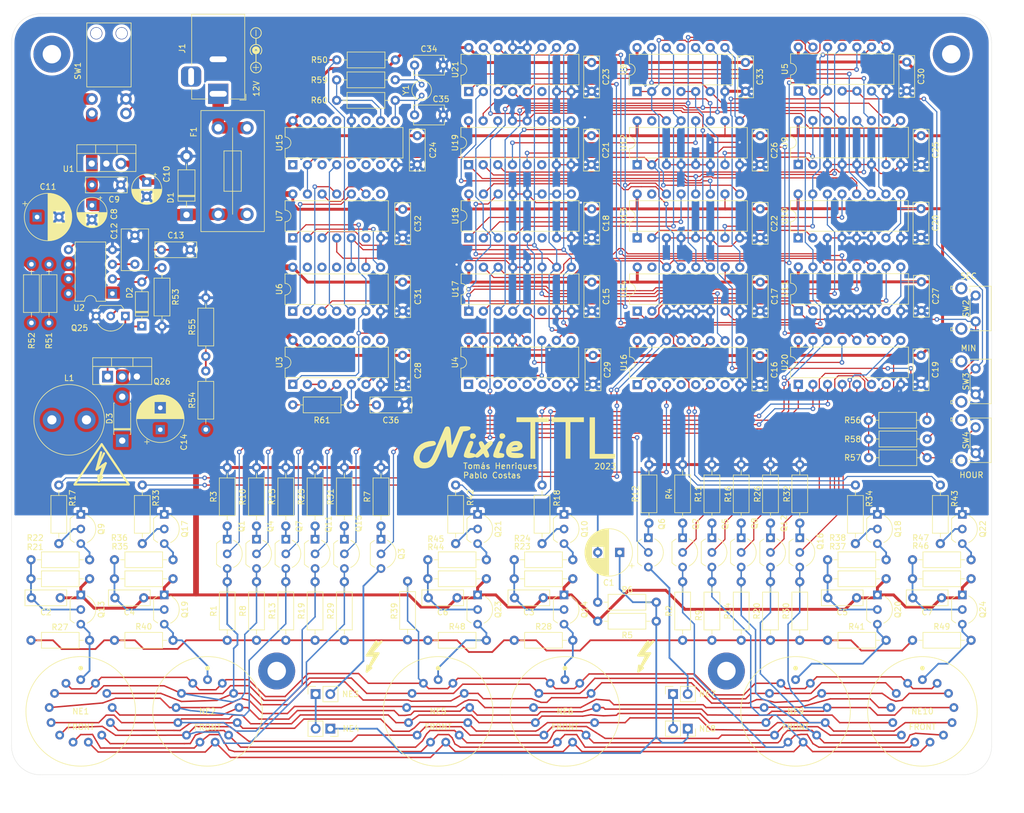
<source format=kicad_pcb>
(kicad_pcb (version 20211014) (generator pcbnew)
  (layers (0 "F.Cu" signal) (31 "B.Cu" signal) (34 "B.Paste" user) (35 "F.Paste" user) (36 "B.SilkS" user "B.Silkscreen") (37 "F.SilkS" user "F.Silkscreen") (38 "B.Mask" user) (39 "F.Mask" user) (44 "Edge.Cuts" user))
  (net 0 "")
  (net 1 "HT")
  (net 2 "Net-(C4-Pad2)")
  (net 3 "Net-(C2-Pad2)")
  (net 4 "Net-(C3-Pad2)")
  (net 5 "GND")
  (net 6 "Net-(C5-Pad2)")
  (net 7 "Net-(C6-Pad2)")
  (net 8 "Net-(C7-Pad2)")
  (net 9 "+5V")
  (net 10 "Net-(C11-Pad1)")
  (net 11 "Net-(C12-Pad1)")
  (net 12 "+12V")
  (net 13 "Net-(C34-Pad1)")
  (net 14 "Net-(C35-Pad1)")
  (net 15 "Net-(D2-Pad1)")
  (net 16 "Net-(D2-Pad2)")
  (net 17 "/Power Supply/SMPS_SW")
  (net 18 "Net-(F1-Pad2)")
  (net 19 "/Power Supply/SMPS_IN")
  (net 20 "Net-(Q1-Pad1)")
  (net 21 "Net-(Q2-Pad1)")
  (net 22 "Net-(Q3-Pad1)")
  (net 23 "Net-(Q4-Pad1)")
  (net 24 "Net-(Q5-Pad1)")
  (net 25 "Net-(Q6-Pad1)")
  (net 26 "S_UN_A")
  (net 27 "Net-(Q7-Pad1)")
  (net 28 "Net-(Q11-Pad1)")
  (net 29 "Net-(Q8-Pad1)")
  (net 30 "Net-(Q9-Pad2)")
  (net 31 "Net-(Q9-Pad3)")
  (net 32 "Net-(Q10-Pad2)")
  (net 33 "Net-(Q10-Pad3)")
  (net 34 "Net-(Q12-Pad1)")
  (net 35 "Net-(Q15-Pad1)")
  (net 36 "CA0")
  (net 37 "Net-(Q16-Pad1)")
  (net 38 "CA1")
  (net 39 "CA2")
  (net 40 "Net-(Q17-Pad2)")
  (net 41 "CA3")
  (net 42 "Net-(Q17-Pad3)")
  (net 43 "Net-(Q18-Pad2)")
  (net 44 "CA4")
  (net 45 "Net-(Q18-Pad3)")
  (net 46 "CA5")
  (net 47 "Net-(Q21-Pad2)")
  (net 48 "CA6")
  (net 49 "CA7")
  (net 50 "Net-(Q21-Pad3)")
  (net 51 "Net-(Q22-Pad2)")
  (net 52 "CA8")
  (net 53 "CA9")
  (net 54 "Net-(Q22-Pad3)")
  (net 55 "AN1")
  (net 56 "AN2")
  (net 57 "AN3")
  (net 58 "AN4")
  (net 59 "AN5")
  (net 60 "AN6")
  (net 61 "Net-(R56-Pad2)")
  (net 62 "Net-(R57-Pad2)")
  (net 63 "Net-(R58-Pad2)")
  (net 64 "Net-(R59-Pad2)")
  (net 65 "Net-(R61-Pad1)")
  (net 66 "DISP_EN")
  (net 68 "Net-(U16-Pad11)")
  (net 69 "S_DE_A")
  (net 70 "Net-(U11-Pad15)")
  (net 71 "Net-(U14-Pad9)")
  (net 72 "M_DE_A")
  (net 73 "M_DE_C")
  (net 74 "Net-(U13-Pad9)")
  (net 75 "S_DE_C")
  (net 76 "Net-(U10-Pad15)")
  (net 77 "H_DE_B")
  (net 78 "H_UN_B")
  (net 79 "H_UN_A")
  (net 80 "Net-(U6-Pad1)")
  (net 81 "512Hz")
  (net 82 "Net-(U3-Pad2)")
  (net 83 "Net-(U3-Pad6)")
  (net 84 "Net-(U6-Pad2)")
  (net 85 "SEC_PULSE")
  (net 86 "Net-(U15-Pad4)")
  (net 87 "Net-(U6-Pad8)")
  (net 88 "Net-(U16-Pad13)")
  (net 89 "Net-(U16-Pad12)")
  (net 90 "Net-(U16-Pad10)")
  (net 91 "Net-(U10-Pad10)")
  (net 94 "4Hz")
  (net 95 "Net-(U7-Pad12)")
  (net 96 "Net-(U8-Pad13)")
  (net 97 "Net-(U12-Pad9)")
  (net 98 "Net-(U12-Pad7)")
  (net 110 "M_UN_A")
  (net 111 "H_DE_A")
  (net 113 "S_DE_B")
  (net 114 "S_UN_B")
  (net 116 "M_DE_B")
  (net 117 "M_UN_B")
  (net 118 "M_UN_C")
  (net 119 "H_UN_C")
  (net 120 "H_DE_C")
  (net 122 "S_UN_C")
  (net 123 "S_DE_D")
  (net 124 "S_UN_D")
  (net 126 "H_DE_D")
  (net 127 "H_UN_D")
  (net 128 "M_DE_D")
  (net 129 "M_UN_D")
  (net 131 "Net-(U17-Pad5)")
  (net 133 "Net-(U18-Pad5)")
  (net 135 "Net-(U19-Pad5)")
  (net 137 "Net-(U20-Pad11)")
  (net 139 "Net-(NE3-Pad1)")
  (net 140 "Net-(NE7-Pad1)")
  (net 141 "CS_A")
  (net 142 "KDP")
  (net 143 "K0")
  (net 144 "K9")
  (net 145 "K8")
  (net 146 "K7")
  (net 147 "K6")
  (net 148 "K5")
  (net 149 "K4")
  (net 150 "K3")
  (net 151 "K2")
  (net 152 "K1")
  (net 153 "A1")
  (net 154 "A2")
  (net 155 "CS1_K")
  (net 156 "A3")
  (net 157 "A4")
  (net 158 "CS2_K")
  (net 159 "A5")
  (net 160 "A6")
  (net 161 "COM")
  (net 162 "Net-(C13-Pad1)")
  (net 163 "Net-(C36-Pad1)")
  (footprint "Capacitor_THT:C_Rect_L7.0mm_W2.5mm_P5.00mm" (layer "F.Cu") (at 122.936 130.302 180)
    (fp_text reference "C4")
    (fp_text value "10n")
  )
  (footprint "Capacitor_THT:C_Rect_L7.0mm_W2.5mm_P5.00mm" (layer "F.Cu") (at 177.292 130.302 180)
    (fp_text reference "C6")
    (fp_text value "10n")
  )
  (footprint "Capacitor_THT:CP_Radial_D8.0mm_P3.80mm" (layer "F.Cu") (at 205.486 122.428 180)
    (fp_text reference "C1")
    (fp_text value "1u 250V")
  )
  (footprint "Capacitor_THT:C_Rect_L7.0mm_W2.5mm_P5.00mm" (layer "F.Cu") (at 192.238 130.302 180)
    (fp_text reference "C3")
    (fp_text value "10n")
  )
  (footprint "Capacitor_THT:C_Rect_L7.0mm_W2.5mm_P5.00mm" (layer "F.Cu") (at 246.594 130.302 180)
    (fp_text reference "C5")
    (fp_text value "10n")
  )
  (footprint "Capacitor_THT:C_Rect_L7.0mm_W2.5mm_P5.00mm" (layer "F.Cu") (at 261.326 130.302 180)
    (fp_text reference "C7")
    (fp_text value "10n")
  )
  (footprint "Capacitor_THT:CP_Radial_D8.0mm_P3.80mm" (layer "F.Cu") (at 125.8 101.135302 90)
    (fp_text reference "C14")
    (fp_text value "3u3 250V")
  )
  (footprint "Capacitor_THT:C_Rect_L7.0mm_W2.5mm_P5.00mm" (layer "F.Cu") (at 229.868009 75.54 -90)
    (fp_text reference "C17")
    (fp_text value "100n")
  )
  (footprint "Capacitor_THT:C_Rect_L7.0mm_W2.5mm_P5.00mm" (layer "F.Cu") (at 257.758009 62.805 -90)
    (fp_text reference "C20")
    (fp_text value "100n")
  )
  (footprint "Capacitor_THT:C_Rect_L7.0mm_W2.5mm_P5.00mm" (layer "F.Cu") (at 229.853009 62.84 -90)
    (fp_text reference "C22")
    (fp_text value "100n")
  )
  (footprint "Capacitor_THT:C_Rect_L7.0mm_W2.5mm_P5.00mm" (layer "F.Cu") (at 257.778009 50.15 -90)
    (fp_text reference "C25")
    (fp_text value "100n")
  )
  (footprint "Capacitor_THT:C_Rect_L7.0mm_W2.5mm_P5.00mm" (layer "F.Cu") (at 229.853009 50.14 -90)
    (fp_text reference "C26")
    (fp_text value "100n")
  )
  (footprint "Capacitor_THT:C_Rect_L7.0mm_W2.5mm_P5.00mm" (layer "F.Cu") (at 200.858258 88.252009 -90)
    (fp_text reference "C29")
    (fp_text value "100n")
  )
  (footprint "Capacitor_THT:C_Rect_L7.0mm_W2.5mm_P5.00mm" (layer "F.Cu") (at 200.658009 75.54 -90)
    (fp_text reference "C15")
    (fp_text value "100n")
  )
  (footprint "Capacitor_THT:C_Rect_L7.0mm_W2.5mm_P5.00mm" (layer "F.Cu") (at 200.643009 62.85 -90)
    (fp_text reference "C18")
    (fp_text value "100n")
  )
  (footprint "Capacitor_THT:C_Rect_L7.0mm_W2.5mm_P5.00mm" (layer "F.Cu") (at 200.591 50.15 -90)
    (fp_text reference "C21")
    (fp_text value "100n")
  )
  (footprint "Capacitor_THT:C_Rect_L7.0mm_W2.5mm_P5.00mm" (layer "F.Cu") (at 200.623009 37.45 -90)
    (fp_text reference "C23")
    (fp_text value "100n")
  )
  (footprint "Capacitor_THT:C_Rect_L7.0mm_W2.5mm_P5.00mm" (layer "F.Cu") (at 170.38 50.14 -90)
    (fp_text reference "C24")
    (fp_text value "100n")
  )
  (footprint "Capacitor_THT:C_Rect_L7.0mm_W2.5mm_P5.00mm" (layer "F.Cu") (at 229.816 88.28 -90)
    (fp_text reference "C16")
    (fp_text value "100n")
  )
  (footprint "Capacitor_THT:C_Rect_L7.0mm_W2.5mm_P5.00mm" (layer "F.Cu") (at 257.756 88.24 -90)
    (fp_text reference "C19")
    (fp_text value "100n")
  )
  (footprint "Capacitor_THT:C_Rect_L7.0mm_W2.5mm_P5.00mm" (layer "F.Cu") (at 227.318009 37.44 -90)
    (fp_text reference "C33")
    (fp_text value "100n")
  )
  (footprint "Capacitor_THT:C_Disc_D5.1mm_W3.2mm_P5.00mm" (layer "F.Cu") (at 169.912 37.908)
    (fp_text reference "C34")
    (fp_text value "22p")
  )
  (footprint "Capacitor_THT:C_Disc_D5.1mm_W3.2mm_P5.00mm" (layer "F.Cu") (at 169.912 46.544)
    (fp_text reference "C35")
    (fp_text value "22p")
  )
  (footprint "Capacitor_THT:CP_Radial_D5.0mm_P2.50mm" (layer "F.Cu") (at 123.45 58.18 -90)
    (fp_text reference "C10")
    (fp_text value "1u 16V")
  )
  (footprint "Capacitor_THT:CP_Radial_D5.0mm_P2.50mm" (layer "F.Cu") (at 113.95 62.224888 -90)
    (fp_text reference "C8")
    (fp_text value "10u 25V")
  )
  (footprint "Capacitor_THT:C_Rect_L7.0mm_W2.5mm_P5.00mm" (layer "F.Cu") (at 113.95 58.68)
    (fp_text reference "C9")
    (fp_text value "100n")
  )
  (footprint "Capacitor_THT:C_Rect_L7.0mm_W2.5mm_P5.00mm" (layer "F.Cu") (at 126 69.93)
    (fp_text reference "C13")
    (fp_text value "10n")
  )
  (footprint "Capacitor_THT:CP_Radial_D8.0mm_P3.80mm" (layer "F.Cu") (at 104.434094 64.25)
    (fp_text reference "C11")
    (fp_text value "220u 25V")
  )
  (footprint "Capacitor_THT:C_Rect_L7.0mm_W4.5mm_P5.00mm" (layer "F.Cu") (at 121.4 72.43 90)
    (fp_text reference "C12")
    (fp_text value "680p")
  )
  (footprint "Diode_THT:D_DO-41_SOD81_P7.62mm_Horizontal" (layer "F.Cu") (at 119.2 103.04 90)
    (fp_text reference "D3")
    (fp_text value "MUR140")
  )
  (footprint "Diode_THT:D_DO-41_SOD81_P10.16mm_Horizontal" (layer "F.Cu") (at 130.35 63.86 90)
    (fp_text reference "D1")
    (fp_text value "1N4001")
  )
  (footprint "Diode_THT:D_DO-35_SOD27_P7.62mm_Horizontal" (layer "F.Cu") (at 122.6 83.14 90)
    (fp_text reference "D2")
    (fp_text value "1N914")
  )
  (footprint "Connector_BarrelJack:BarrelJack_Horizontal" (layer "F.Cu") (at 135.85 42.88 -90)
    (fp_text reference "J1")
    (fp_text value "Barrel_Jack")
  )
  (footprint "Inductor_THT:L_Radial_D12.0mm_P6.00mm_MuRATA_1900R" (layer "F.Cu") (at 107 99.43)
    (fp_text reference "L1")
    (fp_text value "560u 1.5A")
  )
  (footprint "NixieClock:IN-14" (layer "F.Cu") (at 112 150)
    (fp_text reference "NE1")
    (fp_text value "IN-14")
  )
  (footprint "NixieClock:IN-14" (layer "F.Cu") (at 134 150)
    (fp_text reference "NE2")
    (fp_text value "IN-14")
  )
  (footprint "NixieClock:IN-14" (layer "F.Cu") (at 174 150)
    (fp_text reference "NE5")
    (fp_text value "IN-14")
  )
  (footprint "NixieClock:IN-14" (layer "F.Cu") (at 196 150)
    (fp_text reference "NE6")
    (fp_text value "IN-14")
  )
  (footprint "NixieClock:IN-14" (layer "F.Cu") (at 236 150)
    (fp_text reference "NE9")
    (fp_text value "IN-14")
  )
  (footprint "NixieClock:IN-14" (layer "F.Cu") (at 258 150)
    (fp_text reference "NE10")
    (fp_text value "IN-14")
  )
  (footprint "Package_TO_SOT_THT:TO-92_Inline_Wide" (layer "F.Cu") (at 112.014 129.794 -90)
    (fp_text reference "Q13")
    (fp_text value "KSP92BU")
  )
  (footprint "Package_TO_SOT_THT:TO-92_Inline_Wide" (layer "F.Cu") (at 126.492 129.794 -90)
    (fp_text reference "Q19")
    (fp_text value "KSP92BU")
  )
  (footprint "Package_TO_SOT_THT:TO-92_Inline_Wide" (layer "F.Cu") (at 180.848 129.794 -90)
    (fp_text reference "Q23")
    (fp_text value "KSP92BU")
  )
  (footprint "Package_TO_SOT_THT:TO-92_Inline_Wide" (layer "F.Cu") (at 112.014 115.824 -90)
    (fp_text reference "Q9")
    (fp_text value "MPSA42")
  )
  (footprint "Package_TO_SOT_THT:TO-92_Inline_Wide" (layer "F.Cu") (at 126.492 115.824 -90)
    (fp_text reference "Q17")
    (fp_text value "MPSA42")
  )
  (footprint "Package_TO_SOT_THT:TO-92_Inline_Wide" (layer "F.Cu") (at 180.848 115.824 -90)
    (fp_text reference "Q21")
    (fp_text value "MPSA42")
  )
  (footprint "Package_TO_SOT_THT:TO-92_Inline_Wide" (layer "F.Cu") (at 195.834 129.794 -90)
    (fp_text reference "Q14")
    (fp_text value "KSP92BU")
  )
  (footprint "Package_TO_SOT_THT:TO-92_Inline_Wide" (layer "F.Cu") (at 250.19 129.794 -90)
    (fp_text reference "Q20")
    (fp_text value "KSP92BU")
  )
  (footprint "Package_TO_SOT_THT:TO-92_Inline_Wide" (layer "F.Cu") (at 264.922 129.794 -90)
    (fp_text reference "Q24")
    (fp_text value "KSP92BU")
  )
  (footprint "Package_TO_SOT_THT:TO-92_Inline_Wide" (layer "F.Cu") (at 164.083994 120.142 -90)
    (fp_text reference "Q3")
    (fp_text value "MPSA42")
  )
  (footprint "Package_TO_SOT_THT:TO-92_Inline_Wide" (layer "F.Cu") (at 210.46 119.888 -90)
    (fp_text reference "Q6")
    (fp_text value "MPSA42")
  )
  (footprint "Package_TO_SOT_THT:TO-92_Inline_Wide" (layer "F.Cu") (at 195.834 115.824 -90)
    (fp_text reference "Q10")
    (fp_text value "MPSA42")
  )
  (footprint "Package_TO_SOT_THT:TO-92_Inline_Wide" (layer "F.Cu") (at 250.19 115.824 -90)
    (fp_text reference "Q18")
    (fp_text value "MPSA42")
  )
  (footprint "Package_TO_SOT_THT:TO-92_Inline_Wide" (layer "F.Cu") (at 264.922 115.824 -90)
    (fp_text reference "Q22")
    (fp_text value "MPSA42")
  )
  (footprint "Package_TO_SOT_THT:TO-92_Inline_Wide" (layer "F.Cu") (at 137.414 120.142 -90)
    (fp_text reference "Q1")
    (fp_text value "MPSA42")
  )
  (footprint "Package_TO_SOT_THT:TO-92_Inline_Wide" (layer "F.Cu") (at 142.494 120.142 -90)
    (fp_text reference "Q4")
    (fp_text value "MPSA42")
  )
  (footprint "Package_TO_SOT_THT:TO-92_Inline_Wide" (layer "F.Cu") (at 147.574 120.142 -90)
    (fp_text reference "Q7")
    (fp_text value "MPSA42")
  )
  (footprint "Package_TO_SOT_THT:TO-92_Inline_Wide" (layer "F.Cu") (at 152.654 120.142 -90)
    (fp_text reference "Q11")
    (fp_text value "MPSA42")
  )
  (footprint "Package_TO_SOT_THT:TO-92_Inline_Wide" (layer "F.Cu") (at 157.734 120.142 -90)
    (fp_text reference "Q15")
    (fp_text value "MPSA42")
  )
  (footprint "Package_TO_SOT_THT:TO-92_Inline_Wide" (layer "F.Cu") (at 216.408 119.888 -90)
    (fp_text reference "Q2")
    (fp_text value "MPSA42")
  )
  (footprint "Package_TO_SOT_THT:TO-92_Inline_Wide" (layer "F.Cu") (at 221.488 119.888 -90)
    (fp_text reference "Q5")
    (fp_text value "MPSA42")
  )
  (footprint "Package_TO_SOT_THT:TO-92_Inline_Wide" (layer "F.Cu") (at 226.568 119.888 -90)
    (fp_text reference "Q8")
    (fp_text value "MPSA42")
  )
  (footprint "Package_TO_SOT_THT:TO-92_Inline_Wide" (layer "F.Cu") (at 231.648 119.888 -90)
    (fp_text reference "Q12")
    (fp_text value "MPSA42")
  )
  (footprint "Package_TO_SOT_THT:TO-92_Inline_Wide" (layer "F.Cu") (at 236.728 119.888 -90)
    (fp_text reference "Q16")
    (fp_text value "MPSA42")
  )
  (footprint "Package_TO_SOT_THT:TO-220-3_Vertical" (layer "F.Cu") (at 116.66 91.93)
    (fp_text reference "Q26")
    (fp_text value "IRF644")
  )
  (footprint "Package_TO_SOT_THT:TO-92_Inline_Wide" (layer "F.Cu") (at 119.74 81.43 180)
    (fp_text reference "Q25")
    (fp_text value "KSP2907A")
  )
  (footprint "Resistor_THT:R_Axial_DIN0207_L6.3mm_D2.5mm_P10.16mm_Horizontal" (layer "F.Cu") (at 113.538 127 180)
    (fp_text reference "R21")
    (fp_text value "4k42")
  )
  (footprint "Resistor_THT:R_Axial_DIN0207_L6.3mm_D2.5mm_P10.16mm_Horizontal" (layer "F.Cu") (at 128.016 127 180)
    (fp_text reference "R35")
    (fp_text value "4k42")
  )
  (footprint "Resistor_THT:R_Axial_DIN0207_L6.3mm_D2.5mm_P10.16mm_Horizontal" (layer "F.Cu") (at 182.372 127 180)
    (fp_text reference "R44")
    (fp_text value "4k42")
  )
  (footprint "Resistor_THT:R_Axial_DIN0207_L6.3mm_D2.5mm_P10.16mm_Horizontal" (layer "F.Cu") (at 201.676 134.366)
    (fp_text reference "R5")
    (fp_text value "30k")
  )
  (footprint "Resistor_THT:R_Axial_DIN0207_L6.3mm_D2.5mm_P10.16mm_Horizontal" (layer "F.Cu") (at 103.378 123.698)
    (fp_text reference "R22")
    (fp_text value "220k")
  )
  (footprint "Resistor_THT:R_Axial_DIN0207_L6.3mm_D2.5mm_P10.16mm_Horizontal" (layer "F.Cu") (at 117.856 123.698)
    (fp_text reference "R36")
    (fp_text value "220k")
  )
  (footprint "Resistor_THT:R_Axial_DIN0207_L6.3mm_D2.5mm_P10.16mm_Horizontal" (layer "F.Cu") (at 172.212 123.698)
    (fp_text reference "R45")
    (fp_text value "220k")
  )
  (footprint "Resistor_THT:R_Axial_DIN0207_L6.3mm_D2.5mm_P10.16mm_Horizontal" (layer "F.Cu") (at 128.016 137.668 180)
    (fp_text reference "R40")
    (fp_text value "220k")
  )
  (footprint "Resistor_THT:R_Axial_DIN0207_L6.3mm_D2.5mm_P10.16mm_Horizontal" (layer "F.Cu") (at 182.372 137.668 180)
    (fp_text reference "R48")
    (fp_text value "220k")
  )
  (footprint "Resistor_THT:R_Axial_DIN0207_L6.3mm_D2.5mm_P10.16mm_Horizontal" (layer "F.Cu") (at 108.204 110.744 -90)
    (fp_text reference "R17")
    (fp_text value "11k")
  )
  (footprint "Resistor_THT:R_Axial_DIN0207_L6.3mm_D2.5mm_P10.16mm_Horizontal" (layer "F.Cu") (at 122.682 110.744 -90)
    (fp_text reference "R33")
    (fp_text value "11k")
  )
  (footprint "Resistor_THT:R_Axial_DIN0207_L6.3mm_D2.5mm_P10.16mm_Horizontal" (layer "F.Cu") (at 177.038 110.744 -90)
    (fp_text reference "R42")
    (fp_text value "11k")
  )
  (footprint "Resistor_THT:R_Axial_DIN0207_L6.3mm_D2.5mm_P10.16mm_Horizontal" (layer "F.Cu") (at 211.836 131.064 180)
    (fp_text reference "R6")
    (fp_text value "220k")
  )
  (footprint "Resistor_THT:R_Axial_DIN0207_L6.3mm_D2.5mm_P10.16mm_Horizontal" (layer "F.Cu") (at 197.358 127 180)
    (fp_text reference "R23")
    (fp_text value "4k42")
  )
  (footprint "Resistor_THT:R_Axial_DIN0207_L6.3mm_D2.5mm_P10.16mm_Horizontal" (layer "F.Cu") (at 251.714 127 180)
    (fp_text reference "R37")
    (fp_text value "4k42")
  )
  (footprint "Resistor_THT:R_Axial_DIN0207_L6.3mm_D2.5mm_P10.16mm_Horizontal" (layer "F.Cu") (at 266.446 127 180)
    (fp_text reference "R46")
    (fp_text value "4k42")
  )
  (footprint "Resistor_THT:R_Axial_DIN0207_L6.3mm_D2.5mm_P10.16mm_Horizontal" (layer "F.Cu") (at 187.198 123.698)
    (fp_text reference "R24")
    (fp_text value "220k")
  )
  (footprint "Resistor_THT:R_Axial_DIN0207_L6.3mm_D2.5mm_P10.16mm_Horizontal" (layer "F.Cu") (at 241.554 123.698)
    (fp_text reference "R38")
    (fp_text value "220k")
  )
  (footprint "Resistor_THT:R_Axial_DIN0207_L6.3mm_D2.5mm_P10.16mm_Horizontal" (layer "F.Cu") (at 256.286 123.698)
    (fp_text reference "R47")
    (fp_text value "220k")
  )
  (footprint "Resistor_THT:R_Axial_DIN0207_L6.3mm_D2.5mm_P10.16mm_Horizontal" (layer "F.Cu") (at 164.084 117.856 90)
    (fp_text reference "R7")
    (fp_text value "11k 1%")
  )
  (footprint "Resistor_THT:R_Axial_DIN0207_L6.3mm_D2.5mm_P10.16mm_Horizontal" (layer "F.Cu") (at 210.566 117.348 90)
    (fp_text reference "R12")
    (fp_text value "11k 1%")
  )
  (footprint "Resistor_THT:R_Axial_DIN0207_L6.3mm_D2.5mm_P10.16mm_Horizontal" (layer "F.Cu") (at 197.358 137.668 180)
    (fp_text reference "R28")
    (fp_text value "220k")
  )
  (footprint "Resistor_THT:R_Axial_DIN0207_L6.3mm_D2.5mm_P10.16mm_Horizontal" (layer "F.Cu") (at 251.714 137.668 180)
    (fp_text reference "R41")
    (fp_text value "220k")
  )
  (footprint "Resistor_THT:R_Axial_DIN0207_L6.3mm_D2.5mm_P10.16mm_Horizontal" (layer "F.Cu") (at 266.446 137.668 180)
    (fp_text reference "R49")
    (fp_text value "220k")
  )
  (footprint "Resistor_THT:R_Axial_DIN0207_L6.3mm_D2.5mm_P10.16mm_Horizontal" (layer "F.Cu") (at 192.024 110.744 -90)
    (fp_text reference "R18")
    (fp_text value "11k")
  )
  (footprint "Resistor_THT:R_Axial_DIN0207_L6.3mm_D2.5mm_P10.16mm_Horizontal" (layer "F.Cu") (at 246.38 110.744 -90)
    (fp_text reference "R34")
    (fp_text value "11k")
  )
  (footprint "Resistor_THT:R_Axial_DIN0207_L6.3mm_D2.5mm_P10.16mm_Horizontal" (layer "F.Cu") (at 261.112 110.744 -90)
    (fp_text reference "R43")
    (fp_text value "11k")
  )
  (footprint "Resistor_THT:R_Axial_DIN0207_L6.3mm_D2.5mm_P10.16mm_Horizontal" (layer "F.Cu") (at 168.7 127.42 -90)
    (fp_text reference "R39")
    (fp_text value "220k")
  )
  (footprint "Resistor_THT:R_Axial_DIN0207_L6.3mm_D2.5mm_P10.16mm_Horizontal" (layer "F.Cu") (at 137.414 137.668 90)
    (fp_text reference "R1")
    (fp_text value "220k")
  )
  (footprint "Resistor_THT:R_Axial_DIN0207_L6.3mm_D2.5mm_P10.16mm_Horizontal" (layer "F.Cu") (at 142.494 137.668 90)
    (fp_text reference "R8")
    (fp_text value "220k")
  )
  (footprint "Resistor_THT:R_Axial_DIN0207_L6.3mm_D2.5mm_P10.16mm_Horizontal" (layer "F.Cu") (at 147.574 137.668 90)
    (fp_text reference "R13")
    (fp_text value "220k")
  )
  (footprint "Resistor_THT:R_Axial_DIN0207_L6.3mm_D2.5mm_P10.16mm_Horizontal" (layer "F.Cu") (at 152.654 137.668 90)
    (fp_text reference "R19")
    (fp_text value "220k")
  )
  (footprint "Resistor_THT:R_Axial_DIN0207_L6.3mm_D2.5mm_P10.16mm_Horizontal" (layer "F.Cu") (at 157.734 137.668 90)
    (fp_text reference "R29")
    (fp_text value "220k")
  )
  (footprint "Resistor_THT:R_Axial_DIN0207_L6.3mm_D2.5mm_P10.16mm_Horizontal" (layer "F.Cu") (at 137.414 117.856 90)
    (fp_text reference "R3")
    (fp_text value "1k24 1%")
  )
  (footprint "Resistor_THT:R_Axial_DIN0207_L6.3mm_D2.5mm_P10.16mm_Horizontal" (layer "F.Cu") (at 142.494 117.856 90)
    (fp_text reference "R10")
    (fp_text value "1k24 1%")
  )
  (footprint "Resistor_THT:R_Axial_DIN0207_L6.3mm_D2.5mm_P10.16mm_Horizontal" (layer "F.Cu") (at 147.574 117.856 90)
    (fp_text reference "R15")
    (fp_text value "1k24 1%")
  )
  (footprint "Resistor_THT:R_Axial_DIN0207_L6.3mm_D2.5mm_P10.16mm_Horizontal" (layer "F.Cu") (at 152.654 117.856 90)
    (fp_text reference "R25")
    (fp_text value "1k24 1%")
  )
  (footprint "Resistor_THT:R_Axial_DIN0207_L6.3mm_D2.5mm_P10.16mm_Horizontal" (layer "F.Cu") (at 157.734 117.856 90)
    (fp_text reference "R31")
    (fp_text value "1k24 1%")
  )
  (footprint "Resistor_THT:R_Axial_DIN0207_L6.3mm_D2.5mm_P10.16mm_Horizontal" (layer "F.Cu") (at 216.408 137.668 90)
    (fp_text reference "R2")
    (fp_text value "220k")
  )
  (footprint "Resistor_THT:R_Axial_DIN0207_L6.3mm_D2.5mm_P10.16mm_Horizontal" (layer "F.Cu") (at 221.488 137.668 90)
    (fp_text reference "R9")
    (fp_text value "220k")
  )
  (footprint "Resistor_THT:R_Axial_DIN0207_L6.3mm_D2.5mm_P10.16mm_Horizontal" (layer "F.Cu") (at 226.568 137.668 90)
    (fp_text reference "R14")
    (fp_text value "220k")
  )
  (footprint "Resistor_THT:R_Axial_DIN0207_L6.3mm_D2.5mm_P10.16mm_Horizontal" (layer "F.Cu") (at 231.648 137.668 90)
    (fp_text reference "R20")
    (fp_text value "220k")
  )
  (footprint "Resistor_THT:R_Axial_DIN0207_L6.3mm_D2.5mm_P10.16mm_Horizontal" (layer "F.Cu") (at 236.728 137.668 90)
    (fp_text reference "R30")
    (fp_text value "220k")
  )
  (footprint "Resistor_THT:R_Axial_DIN0207_L6.3mm_D2.5mm_P10.16mm_Horizontal" (layer "F.Cu") (at 216.408 117.348 90)
    (fp_text reference "R4")
    (fp_text value "1k24 1%")
  )
  (footprint "Resistor_THT:R_Axial_DIN0207_L6.3mm_D2.5mm_P10.16mm_Horizontal" (layer "F.Cu") (at 221.488 117.348 90)
    (fp_text reference "R11")
    (fp_text value "1k24 1%")
  )
  (footprint "Resistor_THT:R_Axial_DIN0207_L6.3mm_D2.5mm_P10.16mm_Horizontal" (layer "F.Cu") (at 226.568 117.348 90)
    (fp_text reference "R16")
    (fp_text value "1k24 1%")
  )
  (footprint "Resistor_THT:R_Axial_DIN0207_L6.3mm_D2.5mm_P10.16mm_Horizontal" (layer "F.Cu") (at 231.648 117.348 90)
    (fp_text reference "R26")
    (fp_text value "1k24 1%")
  )
  (footprint "Resistor_THT:R_Axial_DIN0207_L6.3mm_D2.5mm_P10.16mm_Horizontal" (layer "F.Cu") (at 236.728 117.348 90)
    (fp_text reference "R32")
    (fp_text value "1k24 1%")
  )
  (footprint "Resistor_THT:R_Axial_DIN0207_L6.3mm_D2.5mm_P10.16mm_Horizontal" (layer "F.Cu") (at 166.554989 40.458008 180)
    (fp_text reference "R59")
    (fp_text value "200k")
  )
  (footprint "Resistor_THT:R_Axial_DIN0207_L6.3mm_D2.5mm_P10.16mm_Horizontal" (layer "F.Cu") (at 156.394999 44.014008)
    (fp_text reference "R60")
    (fp_text value "4M7")
  )
  (footprint "Resistor_THT:R_Axial_DIN0207_L6.3mm_D2.5mm_P10.16mm_Horizontal" (layer "F.Cu") (at 148.79 96.836)
    (fp_text reference "R61")
    (fp_text value "20k")
  )
  (footprint "Resistor_THT:R_Axial_DIN0207_L6.3mm_D2.5mm_P10.16mm_Horizontal" (layer "F.Cu") (at 248.67 106)
    (fp_text reference "R57")
    (fp_text value "11k")
  )
  (footprint "Resistor_THT:R_Axial_DIN0207_L6.3mm_D2.5mm_P10.16mm_Horizontal" (layer "F.Cu") (at 248.67 102.75)
    (fp_text reference "R58")
    (fp_text value "11k")
  )
  (footprint "Resistor_THT:R_Axial_DIN0207_L6.3mm_D2.5mm_P10.16mm_Horizontal" (layer "F.Cu") (at 248.632009 99.5)
    (fp_text reference "R56")
    (fp_text value "11k")
  )
  (footprint "Resistor_THT:R_Axial_DIN0207_L6.3mm_D2.5mm_P10.16mm_Horizontal" (layer "F.Cu") (at 156.42 37)
    (fp_text reference "R50")
    (fp_text value "11k")
  )
  (footprint "Resistor_THT:R_Axial_DIN0207_L6.3mm_D2.5mm_P10.16mm_Horizontal" (layer "F.Cu") (at 106.5 82.61 90)
    (fp_text reference "R51")
    (fp_text value "1.69")
  )
  (footprint "Resistor_THT:R_Axial_DIN0207_L6.3mm_D2.5mm_P10.16mm_Horizontal" (layer "F.Cu") (at 103.452 82.61 90)
    (fp_text reference "R52")
    (fp_text value "1.69")
  )
  (footprint "Resistor_THT:R_Axial_DIN0207_L6.3mm_D2.5mm_P10.16mm_Horizontal" (layer "F.Cu") (at 133.7 101.11 90)
    (fp_text reference "R54")
    (fp_text value "681k 1%")
  )
  (footprint "Resistor_THT:R_Axial_DIN0207_L6.3mm_D2.5mm_P10.16mm_Horizontal" (layer "F.Cu") (at 133.7 88.41 90)
    (fp_text reference "R55")
    (fp_text value "4k42 1%")
  )
  (footprint "Resistor_THT:R_Axial_DIN0207_L6.3mm_D2.5mm_P10.16mm_Horizontal" (layer "F.Cu") (at 126.1 73.05 -90)
    (fp_text reference "R53")
    (fp_text value "1k24")
  )
  (footprint "Package_DIP:DIP-14_W7.62mm" (layer "F.Cu") (at 236.472009 42.4 90)
    (fp_text reference "U5")
    (fp_text value "74LS10")
  )
  (footprint "Package_DIP:DIP-14_W7.62mm" (layer "F.Cu") (at 208.502009 42.48 90)
    (fp_text reference "U8")
    (fp_text value "74LS20")
  )
  (footprint "Package_DIP:DIP-14_W7.62mm" (layer "F.Cu") (at 148.79 93.28 90)
    (fp_text reference "U3")
    (fp_text value "74LS14")
  )
  (footprint "Package_DIP:DIP-14_W7.62mm" (layer "F.Cu") (at 148.772335 80.58 90)
    (fp_text reference "U6")
    (fp_text value "74LS08")
  )
  (footprint "Package_DIP:DIP-16_W7.62mm" (layer "F.Cu") (at 179.27 93.28 90)
    (fp_text reference "U4")
    (fp_text value "74LS109")
  )
  (footprint "Package_DIP:DIP-14_W7.62mm" (layer "F.Cu") (at 148.79 67.88 90)
    (fp_text reference "U7")
    (fp_text value "74LS393")
  )
  (footprint "Package_DIP:DIP-16_W7.62mm" (layer "F.Cu") (at 148.79 55.18 90)
    (fp_text reference "U15")
    (fp_text value "74HC4060")
  )
  (footprint "Package_DIP:DIP-16_W7.62mm" (layer "F.Cu") (at 236.472009 93.28 90)
    (fp_text reference "U20")
    (fp_text value "4028")
  )
  (footprint "Package_DIP:DIP-16_W7.62mm" (layer "F.Cu") (at 208.532009 93.32 90)
    (fp_text reference "U16")
    (fp_text value "4028")
  )
  (footprint "Package_DIP:DIP-16_W7.62mm" (layer "F.Cu") (at 179.322009 80.58 90)
    (fp_text reference "U17")
    (fp_text value "74LS151")
  )
  (footprint "Package_DIP:DIP-16_W7.62mm" (layer "F.Cu") (at 179.322009 67.88 90)
    (fp_text reference "U18")
    (fp_text value "74LS151")
  )
  (footprint "Package_DIP:DIP-16_W7.62mm" (layer "F.Cu") (at 179.27 55.18 90)
    (fp_text reference "U19")
    (fp_text value "74LS151")
  )
  (footprint "Package_DIP:DIP-16_W7.62mm" (layer "F.Cu") (at 179.302009 42.48 90)
    (fp_text reference "U21")
    (fp_text value "74LS151")
  )
  (footprint "Package_DIP:DIP-16_W7.62mm" (layer "F.Cu") (at 236.457009 55.14 90)
    (fp_text reference "U9")
    (fp_text value "74LS160")
  )
  (footprint "Package_DIP:DIP-16_W7.62mm" (layer "F.Cu") (at 208.517009 55.18 90)
    (fp_text reference "U12")
    (fp_text value "74LS160")
  )
  (footprint "Package_DIP:DIP-16_W7.62mm" (layer "F.Cu") (at 236.437009 67.875 90)
    (fp_text reference "U10")
    (fp_text value "74LS160")
  )
  (footprint "Package_DIP:DIP-16_W7.62mm" (layer "F.Cu") (at 208.517009 67.88 90)
    (fp_text reference "U13")
    (fp_text value "74LS160")
  )
  (footprint "Package_DIP:DIP-16_W7.62mm" (layer "F.Cu") (at 236.472009 80.54 90)
    (fp_text reference "U11")
    (fp_text value "74LS160")
  )
  (footprint "Package_DIP:DIP-16_W7.62mm" (layer "F.Cu") (at 208.547009 80.57 90)
    (fp_text reference "U14")
    (fp_text value "74LS160")
  )
  (footprint "Package_TO_SOT_THT:TO-220-3_Vertical" (layer "F.Cu") (at 113.91 54.98)
    (fp_text reference "U1")
    (fp_text value "L7805")
  )
  (footprint "Package_DIP:DIP-8_W7.62mm" (layer "F.Cu") (at 117.5 77.53 180)
    (fp_text reference "U2")
    (fp_text value "MC34063AP")
  )
  (footprint "Crystal:Crystal_C38-LF_D3.0mm_L8.0mm_Vertical" (layer "F.Cu") (at 171.142 43.185993 90)
    (fp_text reference "Y1")
    (fp_text value "32.768 kHz - 12.5pF")
  )
  (footprint "Capacitor_THT:C_Rect_L7.0mm_W2.5mm_P5.00mm" (layer "F.Cu") (at 108.458 130.302 180)
    (fp_text reference "C2")
    (fp_text value "10n")
  )
  (footprint "Resistor_THT:R_Axial_DIN0207_L6.3mm_D2.5mm_P10.16mm_Horizontal" (layer "F.Cu") (at 113.538 137.668 180)
    (fp_text reference "R27")
    (fp_text value "220k")
  )
  (footprint "NixieClock:PB400EEQX" (layer "F.Cu") (at 119.85 46.28 90)
    (fp_text reference "SW1")
    (fp_text value "PB400EEQX")
  )
  (footprint "" (layer "F.Cu") (at 223 143)
    (fp_text reference "")
    (fp_text value "")
  )
  (footprint "MountingHole:MountingHole_3.2mm_M3_Pad" (layer "F.Cu") (at 107 36)
    (fp_text reference "REF**" hide)
    (fp_text value "MountingHole_3.2mm_M3_Pad" hide)
  )
  (footprint "Button_Switch_THT:SW_Tactile_SPST_Angled_PTS645Vx83-2LFS" (layer "F.Cu") (at 267.2375 100.725 -90)
    (fp_text reference "SW4")
    (fp_text value "SW_Push")
  )
  (footprint "MountingHole:MountingHole_3.2mm_M3_Pad" (layer "F.Cu") (at 263 36)
    (fp_text reference "REF**" hide)
    (fp_text value "MountingHole_3.2mm_M3_Pad" hide)
  )
  (footprint "" (layer "F.Cu") (at 146 143)
    (fp_text reference "")
    (fp_text value "")
  )
  (footprint "Button_Switch_THT:SW_Tactile_SPST_Angled_PTS645Vx83-2LFS" (layer "F.Cu") (at 267.2375 90.525 -90)
    (fp_text reference "SW3")
    (fp_text value "SW_Push")
  )
  (footprint "NixieClock:5x20 fuse" (layer "F.Cu") (at 138.35 56.28 90)
    (fp_text reference "F1")
    (fp_text value "0751.0062")
  )
  (footprint "Capacitor_THT:C_Rect_L7.0mm_W2.5mm_P5.00mm" (layer "F.Cu") (at 167.84 75.54 -90)
    (fp_text reference "C31")
    (fp_text value "100n")
  )
  (footprint "Symbol:Symbol_Highvoltage_Type1_CopperTop_Small" (layer "F.Cu") (at 162 141.0715)
    (fp_text reference "REF**" hide)
    (fp_text value "Symbol_Highvoltage_Type1_CopperTop_Small" hide)
  )
  (footprint "Symbol:Symbol_Barrel_Polarity" (layer "F.Cu") (at 142.475 35.325 -90)
    (fp_text reference "12V")
    (fp_text value "Symbol_Barrel_Polarity")
  )
  (footprint "Connector_PinSocket_2.54mm:PinSocket_1x02_P2.54mm_Vertical" (layer "F.Cu") (at 214.75 147 90)
    (fp_text reference "NE7")
    (fp_text value "INS-1")
  )
  (footprint "Symbol:Symbol_Highvoltage_Type1_CopperTop_Small" (layer "F.Cu") (at 209.111 141.0715)
    (fp_text reference "REF**" hide)
    (fp_text value "Symbol_Highvoltage_Type1_CopperTop_Small" hide)
  )
  (footprint "Capacitor_THT:C_Rect_L7.0mm_W2.5mm_P5.00mm" (layer "F.Cu") (at 163.306258 96.848009)
    (fp_text reference "C36")
    (fp_text value "22n")
  )
  (footprint "Connector_PinSocket_2.54mm:PinSocket_1x02_P2.54mm_Vertical" (layer "F.Cu") (at 155.3 153 -90)
    (fp_text reference "NE4")
    (fp_text value "INS-1")
  )
  (footprint "Connector_PinSocket_2.54mm:PinSocket_1x02_P2.54mm_Vertical" (layer "F.Cu") (at 217.3 153 -90)
    (fp_text reference "NE8")
    (fp_text value "INS-1")
  )
  (footprint "Button_Switch_THT:SW_Tactile_SPST_Angled_PTS645Vx83-2LFS" (layer "F.Cu") (at 267.2375 77.865 -90)
    (fp_text reference "SW2")
    (fp_text value "SW_Push")
  )
  (footprint "Capacitor_THT:C_Rect_L7.0mm_W2.5mm_P5.00mm" (layer "F.Cu") (at 167.838258 88.252009 -90)
    (fp_text reference "C28")
    (fp_text value "100n")
  )
  (footprint "NixieClock:NixieTTL_logo" (layer "F.Cu") (at 187.25 103.25)
    (fp_text reference "G***" hide)
    (fp_text value "LOGO" hide)
  )
  (footprint "Symbol:Symbol_HighVoltage_Type2_CopperTop_VerySmall" (layer "F.Cu") (at 115.63932 107.85357)
    (fp_text reference "REF**" hide)
    (fp_text value "Symbol_HighVoltage_Type2_CopperTop_VerySmall" hide)
  )
  (footprint "Capacitor_THT:C_Rect_L7.0mm_W2.5mm_P5.00mm" (layer "F.Cu") (at 255.288009 37.36 -90)
    (fp_text reference "C30")
    (fp_text value "100n")
  )
  (footprint "Capacitor_THT:C_Rect_L7.0mm_W2.5mm_P5.00mm" (layer "F.Cu") (at 257.823009 75.49 -90)
    (fp_text reference "C27")
    (fp_text value "100n")
  )
  (footprint "Capacitor_THT:C_Rect_L7.0mm_W2.5mm_P5.00mm" (layer "F.Cu") (at 167.856093 62.903231 -90)
    (fp_text reference "C32")
    (fp_text value "100n")
  )
  (footprint "Connector_PinSocket_2.54mm:PinSocket_1x02_P2.54mm_Vertical" (layer "F.Cu") (at 152.75 147 90)
    (fp_text reference "NE3")
    (fp_text value "INS-1")
  )
  (gr_line (start 142.4 31.825) (end 142.4 32.825) (layer "F.SilkS") (width 0.12))
  (gr_line (start 142.4 37.8) (end 142.4 38.8) (layer "F.SilkS") (width 0.12))
  (gr_line (start 141.9 38.3) (end 142.9 38.3) (layer "F.SilkS") (width 0.12))
  (gr_line (start 105 29) (end 265 29) (layer "Edge.Cuts") (width 0.05))
  (gr_arc (start 100 34) (mid 101.464466 30.464466) (end 105 29) (layer "Edge.Cuts") (width 0.05))
  (gr_arc (start 270 156) (mid 268.535534 159.535534) (end 265 161) (layer "Edge.Cuts") (width 0.05))
  (gr_line (start 185 161) (end 105 161) (layer "Edge.Cuts") (width 0.05))
  (gr_line (start 270 156) (end 270 34) (layer "Edge.Cuts") (width 0.05))
  (gr_arc (start 105 161) (mid 101.464466 159.535534) (end 100 156) (layer "Edge.Cuts") (width 0.05))
  (gr_line (start 100 156) (end 100 34) (layer "Edge.Cuts") (width 0.05))
  (gr_arc (start 265 29) (mid 268.535534 30.464466) (end 270 34) (layer "Edge.Cuts") (width 0.05))
  (gr_line locked (start 185 161) (end 265 161) (layer "Edge.Cuts") (width 0.05))
  (gr_text "MIN" (at 266 87) (layer "F.SilkS") (effects (font (size 1 1))))
  (gr_text "HOUR" (at 266.5 109) (layer "F.SilkS") (effects (font (size 1 1))))
  (gr_text "2023" (at 203 107.5) (layer "F.SilkS") (effects (font (size 1 1))))
  (gr_text "Tomás Henriques\nPablo Costas" (at 178.25 108.25) (layer "F.SilkS") (effects (font (size 1 1)) (justify left)))
  (gr_text "SEC" (at 266 74.5) (layer "F.SilkS") (effects (font (size 1 1))))
  (segment (start 197.104 129.794) (end 195.834 129.794) (width 0.508) (layer "F.Cu") (net 1))
  (segment (start 261.326 130.302) (end 259.728 131.9) (width 0.508) (layer "F.Cu") (net 1))
  (segment (start 180.848 128.524) (end 180.848 129.794) (width 0.508) (layer "F.Cu") (net 1))
  (segment (start 190.64 131.9) (end 192.238 130.302) (width 0.508) (layer "F.Cu") (net 1))
  (segment (start 264.414 130.302) (end 264.922 129.794) (width 0.508) (layer "F.Cu") (net 1))
  (segment (start 251.714 127) (end 250.19 128.524) (width 0.508) (layer "F.Cu") (net 1))
  (segment (start 168.91 129.794) (end 126.492 129.794) (width 0.508) (layer "F.Cu") (net 1))
  (segment (start 111.506 130.302) (end 112.014 129.794) (width 0.508) (layer "F.Cu") (net 1))
  (segment (start 180.34 130.302) (end 180.848 129.794) (width 0.508) (layer "F.Cu") (net 1))
  (segment (start 192.238 130.302) (end 195.326 130.302) (width 0.508) (layer "F.Cu") (net 1))
  (segment (start 182.372 127) (end 180.848 128.524) (width 0.508) (layer "F.Cu") (net 1))
  (segment (start 126.492 128.524) (end 128.016 127) (width 0.508) (layer "F.Cu") (net 1))
  (segment (start 195.326 130.302) (end 195.834 129.794) (width 0.508) (layer "F.Cu") (net 1))
  (segment (start 261.326 130.302) (end 264.414 130.302) (width 0.508) (layer "F.Cu") (net 1))
  (segment (start 266.446 127) (end 264.922 128.524) (width 0.508) (layer "F.Cu") (net 1))
  (segment (start 250.19 128.524) (end 250.19 129.794) (width 0.508) (layer "F.Cu") (net 1))
  (segment (start 216.8 132.3) (end 213.5 129) (width 0.508) (layer "F.Cu") (net 1))
  (segment (start 244.596 132.3) (end 216.8 132.3) (width 0.508) (layer "F.Cu") (net 1))
  (segment (start 122.936 130.364) (end 121.2 132.1) (width 0.508) (layer "F.Cu") (net 1))
  (segment (start 207.042 129) (end 213.5 129) (width 0.508) (layer "F.Cu") (net 1))
  (segment (start 177.292 130.302) (end 180.34 130.302) (width 0.508) (layer "F.Cu") (net 1))
  (segment (start 132 102.81) (end 132 129.55) (width 1) (layer "F.Cu") (net 1))
  (segment (start 255.1 131.9) (end 252.994 129.794) (width 0.508) (layer "F.Cu") (net 1))
  (segment (start 112.014 128.524) (end 113.538 127) (width 0.508) (layer "F.Cu") (net 1))
  (segment (start 186.1 131.9) (end 190.64 131.9) (width 0.508) (layer "F.Cu") (net 1))
  (segment (start 171.016 131.9) (end 168.91 129.794) (width 0.508) (layer "F.Cu") (net 1))
  (segment (start 246.594 130.302) (end 249.682 130.302) (width 0.508) (layer "F.Cu") (net 1))
  (segment (start 114.32 132.1) (end 112.014 129.794) (width 0.508) (layer "F.Cu") (net 1))
  (segment (start 264.922 128.524) (end 264.922 129.794) (width 0.508) (layer "F.Cu") (net 1))
  (segment (start 108.458 130.302) (end 111.506 130.302) (width 0.508) (layer "F.Cu") (net 1))
  (segment (start 201.676 134.366) (end 197.104 129.794) (width 0.508) (layer "F.Cu") (net 1))
  (segment (start 177.292 130.302) (end 175.694 131.9) (width 0.508) (layer "F.Cu") (net 1))
  (segment (start 122.936 130.302) (end 122.936 130.364) (width 0.508) (layer "F.Cu") (net 1))
  (segment (start 246.594 130.302) (end 244.596 132.3) (width 0.508) (layer "F.Cu") (net 1))
  (segment (start 133.7 101.11) (end 132 102.81) (width 1) (layer "F.Cu") (net 1))
  (segment (start 201.676 134.366) (end 207.042 129) (width 0.508) (layer "F.Cu") (net 1))
  (segment (start 259.728 131.9) (end 255.1 131.9) (width 0.508) (layer "F.Cu") (net 1))
  (segment (start 175.694 131.9) (end 171.016 131.9) (width 0.508) (layer "F.Cu") (net 1))
  (segment (start 249.682 130.302) (end 250.19 129.794) (width 0.508) (layer "F.Cu") (net 1))
  (segment (start 197.358 127) (end 195.834 128.524) (width 0.508) (layer "F.Cu") (net 1))
  (segment (start 180.848 129.794) (end 183.994 129.794) (width 0.508) (layer "F.Cu") (net 1))
  (segment (start 195.834 128.524) (end 195.834 129.794) (width 0.508) (layer "F.Cu") (net 1))
  (segment (start 121.2 132.1) (end 114.32 132.1) (width 0.508) (layer "F.Cu") (net 1))
  (segment (start 252.994 129.794) (end 250.19 129.794) (width 0.508) (layer "F.Cu") (net 1))
  (segment (start 125.984 130.302) (end 126.492 129.794) (width 0.508) (layer "F.Cu") (net 1))
  (segment (start 112.014 129.794) (end 112.014 128.524) (width 0.508) (layer "F.Cu") (net 1))
  (segment (start 183.994 129.794) (end 186.1 131.9) (width 0.508) (layer "F.Cu") (net 1))
  (segment (start 126.492 129.794) (end 126.492 128.524) (width 0.508) (layer "F.Cu") (net 1))
  (segment (start 122.936 130.302) (end 125.984 130.302) (width 0.508) (layer "F.Cu") (net 1))
  (segment (start 117.856 127) (end 117.856 130.222) (width 0.3048) (layer "B.Cu") (net 2))
  (segment (start 117.856 130.222) (end 117.936 130.302) (width 0.3048) (layer "B.Cu") (net 2))
  (segment (start 126.492 132.334) (end 119.968 132.334) (width 0.3048) (layer "B.Cu") (net 2))
  (segment (start 117.856 123.698) (end 117.856 127) (width 0.3048) (layer "B.Cu") (net 2))
  (segment (start 119.968 132.334) (end 117.936 130.302) (width 0.3048) (layer "B.Cu") (net 2))
  (segment (start 103.458 130.302) (end 105.49 132.334) (width 0.3048) (layer "B.Cu") (net 3))
  (segment (start 103.378 123.698) (end 103.378 127) (width 0.3048) (layer "B.Cu") (net 3))
  (segment (start 103.378 130.222) (end 103.458 130.302) (width 0.3048) (layer "B.Cu") (net 3))
  (segment (start 103.378 127) (end 103.378 130.222) (width 0.3048) (layer "B.Cu") (net 3))
  (segment (start 105.49 132.334) (end 112.014 132.334) (width 0.3048) (layer "B.Cu") (net 3))
  (segment (start 189.27 132.334) (end 187.238 130.302) (width 0.3048) (layer "B.Cu") (net 4))
  (segment (start 195.834 132.334) (end 189.27 132.334) (width 0.3048) (layer "B.Cu") (net 4))
  (segment (start 187.198 127) (end 187.198 130.262) (width 0.3048) (layer "B.Cu") (net 4))
  (segment (start 187.198 123.698) (end 187.198 127) (width 0.3048) (layer "B.Cu") (net 4))
  (segment (start 187.198 130.262) (end 187.238 130.302) (width 0.3048) (layer "B.Cu") (net 4))
  (segment (start 224.877009 69.3) (end 226.297009 67.88) (width 0.2032) (layer "F.Cu") (net 5))
  (segment (start 190.74 46.25) (end 198.75 46.25) (width 0.2032) (layer "F.Cu") (net 5))
  (segment (start 186.942009 60.26) (end 189.482009 60.26) (width 0.2032) (layer "F.Cu") (net 5))
  (segment (start 226.568 107.188) (end 231.648 107.188) (width 0.508) (layer "F.Cu") (net 5))
  (segment (start 177.8936 71.8064) (end 177.2 72.5) (width 0.2032) (layer "F.Cu") (net 5))
  (segment (start 164.084 107.696) (end 157.734 107.696) (width 0.508) (layer "F.Cu") (net 5))
  (segment (start 213.597009 55.18) (end 216.137009 55.18) (width 0.2032) (layer "F.Cu") (net 5))
  (segment (start 222.637009 69.3) (end 224.877009 69.3) (width 0.2032) (layer "F.Cu") (net 5))
  (segment (start 216.408 107.188) (end 221.488 107.188) (width 0.508) (layer "F.Cu") (net 5))
  (segment (start 186.89 47.56) (end 189.43 47.56) (width 0.2032) (layer "F.Cu") (net 5))
  (segment (start 216.137009 55.18) (end 218.677009 55.18) (width 0.2032) (layer "F.Cu") (net 5))
  (segment (start 250.717009 56.7) (end 252.677009 56.7) (width 0.2032) (layer "F.Cu") (net 5))
  (segment (start 252.677009 56.7) (end 254.237009 55.14) (width 0.2032) (layer "F.Cu") (net 5))
  (segment (start 249.157009 55.14) (end 250.717009 56.7) (width 0.2032) (layer "F.Cu") (net 5))
  (segment (start 147.574 107.696) (end 142.494 107.696) (width 0.508) (layer "F.Cu") (net 5))
  (segment (start 194.542009 42.48) (end 197.082009 42.48) (width 0.2032) (layer "F.Cu") (net 5))
  (segment (start 221.2 51.3) (end 226.3 51.3) (width 0.2032) (layer "F.Cu") (net 5))
  (segment (start 186.942009 72.96) (end 189.482009 72.96) (width 0.2032) (layer "F.Cu") (net 5))
  (segment (start 241.517009 67.875) (end 244.057009 67.875) (width 0.2032) (layer "F.Cu") (net 5))
  (segment (start 194.51 55.18) (end 197.05 55.18) (width 0.2032) (layer "F.Cu") (net 5))
  (segment (start 194.562009 80.58) (end 197.102009 80.58) (width 0.2032) (layer "F.Cu") (net 5))
  (segment (start 189.482009 60.26) (end 190.972009 61.75) (width 0.2032) (layer "F.Cu") (net 5))
  (segment (start 190.972009 61.75) (end 198.75 61.75) (width 0.2032) (layer "F.Cu") (net 5))
  (segment (start 236.728 107.188) (end 231.648 107.188) (width 0.508) (layer "F.Cu") (net 5))
  (segment (start 198.75 46.25) (end 199.453984 46.953984) (width 0.2032) (layer "F.Cu") (net 5))
  (segment (start 241.537009 55.14) (end 244.077009 55.14) (width 0.2032) (layer "F.Cu") (net 5))
  (segment (start 186.89 85.66) (end 188.53 87.3) (width 0.2032) (layer "F.Cu") (net 5))
  (segment (start 246.617009 55.14) (end 249.157009 55.14) (width 0.2032) (layer "F.Cu") (net 5))
  (segment (start 142.494 107.696) (end 137.414 107.696) (width 0.508) (layer "F.Cu") (net 5))
  (segment (start 188.53 87.3) (end 193.3 87.3) (width 0.2032) (layer "F.Cu") (net 5))
  (segment (start 227.318009 42.44) (end 223.782009 42.44) (width 0.508) (layer "F.Cu") (net 5))
  (segment (start 210.566 107.188) (end 216.408 107.188) (width 0.508) (layer "F.Cu") (net 5))
  (segment (start 194.562009 67.88) (end 197.102009 67.88) (width 0.2032) (layer "F.Cu") (net 5))
  (segment (start 186.942009 72.96) (end 185.788409 71.8064) (width 0.2032) (layer "F.Cu") (net 5))
  (segment (start 157.734 107.696) (end 152.654 107.696) (width 0.508) (layer "F.Cu") (net 5))
  (segment (start 221.217009 67.88) (end 222.637009 69.3) (width 0.2032) (layer "F.Cu") (net 5))
  (segment (start 218.677009 67.88) (end 221.217009 67.88) (width 0.2032) (layer "F.Cu") (net 5))
  (segment (start 216.137009 67.88) (end 218.677009 67.88) (width 0.2032) (layer "F.Cu") (net 5))
  (segment (start 213.597009 67.88) (end 216.137009 67.88) (width 0.2032) (layer "F.Cu") (net 5))
  (segment (start 218.677009 55.18) (end 221.217009 55.18) (width 0.2032) (layer "F.Cu") (net 5))
  (segment (start 221.488 107.188) (end 226.568 107.188) (width 0.508) (layer "F.Cu") (net 5))
  (segment (start 185.788409 71.8064) (end 179.3 71.8064) (width 0.2032) (layer "F.Cu") (net 5))
  (segment (start 189.43 47.56) (end 190.74 46.25) (width 0.2032) (layer "F.Cu") (net 5))
  (segment (start 152.654 107.696) (end 147.574 107.696) (width 0.508) (layer "F.Cu") (net 5))
  (segment (start 244.077009 55.14) (end 246.617009 55.14) (width 0.2032) (layer "F.Cu") (net 5))
  (segment (start 223.782009 42.44) (end 223.742009 42.48) (width 0.508) (layer "F.Cu") (net 5))
  (segment (start 179.3 71.8064) (end 177.8936 71.8064) (width 0.2032) (layer "F.Cu") (net 5))
  (via (at 177.2 72.5) (size 0.8) (drill 0.4) (layers "F.Cu" "B.Cu") (net 5))
  (via (at 221.2 51.3) (size 0.8) (drill 0.4) (layers "F.Cu" "B.Cu") (net 5))
  (via (at 193.3 87.3) (size 0.8) (drill 0.4) (layers "F.Cu" "B.Cu") (net 5))
  (via (at 198.75 61.75) (size 0.8) (drill 0.4) (layers "F.Cu" "B.Cu") (net 5))
  (via (at 226.3 51.3) (size 0.8) (drill 0.4) (layers "F.Cu" "B.Cu") (net 5))
  (via (at 199.453984 46.953984) (size 0.8) (drill 0.4) (layers "F.Cu" "B.Cu") (net 5))
  (segment (start 169.71 80.54) (end 169.872 80.378) (width 0.508) (layer "B.Cu") (net 5))
  (segment (start 174.912 31.838) (end 175 31.75) (width 0.508) (layer "B.Cu") (net 5))
  (segment (start 202.752009 93.252009) (end 202.892 93.392) (width 0.508) (layer "B.Cu") (net 5))
  (segment (start 251.752009 42.36) (end 251.712009 42.4) (width 0.508) (layer "B.Cu") (net 5))
  (segment (start 229.816 93.28) (end 226.352009 93.28) (width 0.508) (layer "B.Cu") (net 5))
  (segment (start 169.654267 95.5) (end 168.306258 96.848009) (width 1) (layer "B.Cu") (net 5))
  (segment (start 231.721 80.721) (end 231.721 67.779) (width 0.508) (layer "B.Cu") (net 5))
  (segment (start 254.252009 93.28) (end 252.032009 95.5) (width 1) (layer "B.Cu") (net 5))
  (segment (start 259.445 67.805) (end 257.758009 67.805) (width 0.508) (layer "B.Cu") (net 5))
  (segment (start 202.892 95.292) (end 203.1 95.5) (width 0.508) (layer "B.Cu") (net 5))
  (segment (start 259.5 67.75) (end 259.445 67.805) (width 0.508) (layer "B.Cu") (net 5))
  (segment (start 259.49 80.49) (end 259.5 80.5) (width 0.508) (layer "B.Cu") (net 5))
  (segment (start 169.872 93.372) (end 169.872 95.282267) (width 0.508) (layer "B.Cu") (net 5))
  (segment (start 174.912 46.544) (end 174.912 50.608) (width 0.508) (layer "B.Cu") (net 5))
  (segment (start 226.297009 67.88) (end 229.813009 67.88) (width 0.508) (layer "B.Cu") (net 5))
  (segment (start 221.217009 51.317009) (end 221.2 51.3) (width 0.2032) (layer "B.Cu") (net 5))
  (segment (start 259.5 91.496) (end 257.756 93.24) (width 0.508) (layer "B.Cu") (net 5))
  (segment (start 164.052335 80.54) (end 164.012335 80.58) (width 0.508) (layer "B.Cu") (net 5))
  (segment (start 229.838009 80.57) (end 229.868009 80.54) (width 0.508) (layer "B.Cu") (net 5))
  (segment (start 135.85 36.88) (end 144.62 36.88) (width 1) (layer "B.Cu") (net 5))
  (segment (start 231.721 55.221) (end 231.721 42.279) (width 0.508) (layer "B.Cu") (net 5))
  (segment (start 174.912 46.544) (end 174.912 37.908) (width 0.508) (layer "B.Cu") (net 5))
  (segment (start 167.84 80.54) (end 169.71 80.54) (width 0.508) (layer "B.Cu") (net 5))
  (segment (start 170.38 67.37) (end 169.872 67.878) (width 0.508) (layer "B.Cu") (net 5))
  (segment (start 226.352009 93.28) (end 226.312009 93.32) (width 0.508) (layer "B.Cu") (net 5))
  (segment (start 200.591 55.15) (end 197.08 55.15) (width 0.508) (layer "B.Cu") (net 5))
  (segment (start 197.077991 93.252009) (end 197.05 93.28) (width 0.508) (layer "B.Cu") (net 5))
  (segment (start 197.132009 67.85) (end 197.102009 67.88) (width 0.508) (layer "B.Cu") (net 5))
  (segment (start 259.35 55.15) (end 259.5 55) (width 0.508) (layer "B.Cu") (net 5))
  (segment (start 252.032009 95.5) (end 251.75 95.5) (width 1) (layer "B.Cu") (net 5))
  (segment (start 201.651 115.824) (end 195.834 115.824) (width 0.3048) (layer "B.Cu") (net 5))
  (segment (start 231.721 42.279) (end 231.721 31.75) (width 0.508) (layer "B.Cu") (net 5))
  (segment (start 259.5 80.5) (end 259.5 67.75) (width 0.508) (layer "B.Cu") (net 5))
  (segment (start 147.25 99) (end 146.25 98) (width 1) (layer "B.Cu") (net 5))
  (segment (start 174.912 50.608) (end 170.38 55.14) (width 0.508) (layer "B.Cu") (net 5))
  (segment (start 202.884 67.85) (end 202.892 67.858) (width 0.508) (layer "B.Cu") (net 5))
  (segment (start 174.912 37.908) (end 174.912 31.838) (width 0.508) (layer "B.Cu") (net 5))
  (segment (start 175 31.75) (end 149.75 31.75) (width 1) (layer "B.Cu") (net 5))
  (segment (start 259.5 80.5) (end 259.5 91.496) (width 0.508) (layer "B.Cu") (net 5))
  (segment (start 257.25 36.25) (end 252.75 31.75) (width 1) (layer "B.Cu") (net 5))
  (segment (start 200.623009 42.45) (end 197.112009 42.45) (width 0.508) (layer "B.Cu") (net 5))
  (segment (start 170.34 55.18) (end 170.38 55.14) (width 0.508) (layer "B.Cu") (net 5))
  (segment (start 170.38 55.14) (end 170.38 67.37) (width 0.508) (layer "B.Cu") (net 5))
  (segment (start 197.102009 80.58) (end 200.618009 80.58) (width 0.508) (layer "B.Cu") (net 5))
  (segment (start 257.773009 80.54) (end 257.823009 80.49) (width 0.508) (layer "B.Cu") (net 5))
  (segment (start 231.9 95.5) (end 203.1 95.5) (width 1) (layer "B.Cu") (net 5))
  (segment (start 231.72 93.28) (end 231.721 93.279) (width 0.508) (layer "B.Cu") (net 5))
  (segment (start 257.25 42.5) (end 257.25 36.25) (width 0.508) (layer "B.Cu") (net 5))
  (segment (start 254.287009 67.805) (end 254.217009 67.875) (width 0.508) (layer "B.Cu") (net 5))
  (segment (start 254.252009 93.28) (end 257.716 93.28) (width 0.508) (layer "B.Cu") (net 5))
  (segment (start 144.62 36.88) (end 144.62 96.37) (width 1) (layer "B.Cu") (net 5))
  (segment (start 144.62 36.88) (end 149.75 31.75) (width 1) (layer "B.Cu") (net 5))
  (segment (start 167.810267 93.28) (end 167.838258 93.252009) (width 0.508) (layer "B.Cu") (net 5))
  (segment (start 231.721 93.279) (end 231.721 95.321) (width 0.508) (layer "B.Cu") (net 5))
  (segment (start 169.872 67.878) (end 169.872 80.378) (width 0.508) (layer "B.Cu") (net 5))
  (segment (start 167.838258 93.252009) (end 169.752009 93.252009) (width 0.508) (layer "B.Cu") (net 5))
  (segment (start 229.853009 67.84) (end 231.66 67.84) (width 0.508) (layer "B.Cu") (net 5))
  (segment (start 169.872 80.378) (end 169.872 93.372) (width 0.508) (layer "B.Cu") (net 5))
  (segment (start 200.618009 80.58) (end 200.658009 80.54) (width 0.508) (layer "B.Cu") (net 5))
  (segment (start 259.5 46.25) (end 257.25 44) (width 0.508) (layer "B.Cu") (net 5))
  (segment (start 226.327009 80.57) (end 229.838009 80.57) (width 0.508) (layer "B.Cu") (net 5))
  (segment (start 144.62 96.37) (end 146.25 98) (width 1) (layer "B.Cu") (net 5))
  (segment (start 169.872 95.282267) (end 169.654267 95.5) (width 0.508) (layer "B.Cu") (net 5))
  (segment (start 231.64 55.14) (end 231.721 55.221) (width 0.508) (layer "B.Cu") (net 5))
  (segment (start 255.288009 42.36) (end 257.11 42.36) (width 0.508) (layer "B.Cu") (net 5))
  (segment (start 231.56 42.44) (end 231.721 42.279) (width 0.508) (layer "B.Cu") (net 5))
  (segment (start 257.778009 55.15) (end 259.35 55.15) (width 0.508) (layer "B.Cu") (net 5))
  (segment (start 257.778009 55.15) (end 254.247009 55.15) (width 0.508) (layer "B.Cu") (net 5))
  (segment (start 202.7 42.45) (end 202.892 42.642) (width 0.508) (layer "B.Cu") (net 5))
  (segment (start 201.686 122.428) (end 201.686 115.811) (width 0.3048) (layer "B.Cu") (net 5))
  (segment (start 252.75 31.75) (end 175 31.75) (width 1) (layer "B.Cu") (net 5))
  (segment (start 257.11 42.36) (end 257.25 42.5) (width 0.508) (layer "B.Cu") (net 5))
  (segment (start 201.675 115.8) (end 201.651 115.824) (width 0.3048) (layer "B.Cu") (net 5))
  (segment (start 231.721 95.321) (end 231.9 95.5) (width 0.508) (layer "B.Cu") (net 5))
  (segment (start 257.25 44) (end 257.25 42.5) (width 0.508) (layer "B.Cu") (net 5))
  (segment (start 200.858258 93.252009) (end 197.077991 93.252009) (width 0.508) (layer "B.Cu") (net 5))
  (segment (start 203.1 95.5) (end 169.654267 95.5) (width 1) (layer "B.Cu") (net 5))
  (segment (start 197.112009 42.45) (end 197.082009 42.48) (width 0.508) (layer "B.Cu") (net 5))
  (segment (start 221.217009 55.18) (end 221.217009 51.317009) (width 0.2032) (layer "B.Cu") (net 5))
  (segment (start 200.623009 42.45) (end 202.7 42.45) (width 0.508) (layer "B.Cu") (net 5))
  (segment (start 231.721 67.779) (end 231.721 55.221) (width 0.508) (layer "B.Cu") (net 5))
  (segment (start 254.252009 80.54) (end 257.773009 80.54) (width 0.508) (layer "B.Cu") (net 5))
  (segment (start 231.66 67.84) (end 231.721 67.779) (width 0.508) (layer "B.Cu") (net 5))
  (segment (start 231.721 80.721) (end 231.721 93.279) (width 0.508) (layer "B.Cu") (net 5))
  (segment (start 251.75 95.5) (end 231.9 95.5) (width 1) (layer "B.Cu") (net 5))
  (segment (start 259.5 49) (end 259.5 46.25) (width 0.508) (layer "B.Cu") (net 5))
  (segment (start 164.03 67.88) (end 167.832862 67.88) (width 0.508) (layer "B.Cu") (net 5))
  (segment (start 197.08 55.15) (end 197.05 55.18) (width 0.508) (layer "B.Cu") (net 5))
  (segment (start 255.288009 42.36) (end 251.752009 42.36) (width 0.508) (layer "B.Cu") (net 5))
  (segment (start 202.892 55.142) (end 202.892 42.642) (width 0.508) (layer "B.Cu") (net 5))
  (segment (start 200.858258 93.252009) (end 202.752009 93.252009) (width 0.508) (layer "B.Cu") (net 5))
  (segment (start 166.154267 99) (end 147.25 99) (width 1) (layer "B.Cu") (net 5))
  (segment (start 166.57 55.18) (end 170.34 55.18) (width 0.508) (layer "B.Cu") (net 5))
  (segment (start 167.832862 67.88) (end 167.856093 67.903231) (width 0.508) (layer "B.Cu") (net 5))
  (segment (start 229.853009 55.14) (end 231.64 55.14) (width 0.508) (layer "B.Cu") (net 5))
  (segment (start 257.758009 67.805) (end 254.287009 67.805) (width 0.508) (layer "B.Cu") (net 5))
  (segment (start 202.71 80.54) (end 202.892 80.358) (width 0.508) (layer "B.Cu") (net 5))
  (segment (start 201.676 131.064) (end 201.676 122.438) (width 0.3048) (layer "B.Cu") (net 5))
  (segment (start 202.892 80.358) (end 202.892 67.858) (width 0.508) (layer "B.Cu") (net 5))
  (segment (start 200.643009 67.85) (end 197.132009 67.85) (width 0.508) (layer "B.Cu") (net 5))
  (segment (start 257.823009 80.49) (end 259.49 80.49) (width 0.508) (layer "B.Cu") (net 5))
  (segment (start 169.752009 93.252009) (end 169.872 93.372) (width 0.508) (layer "B.Cu") (net 5))
  (segment (start 167.856093 67.903231) (end 169.846769 67.903231) (width 0.508) (layer "B.Cu") (net 5))
  (segment (start 200.591 55.15) (end 202.884 55.15) (width 0.508) (layer "B.Cu") (net 5))
  (segment (start 200.643009 67.85) (end 202.884 67.85) (width 0.508) (layer "B.Cu") (net 5))
  (segment (start 202.892 42.642) (end 202.892 31.75) (width 0.508) (layer "B.Cu") (net 5))
  (segment (start 229.816 93.28) (end 231.72 93.28) (width 0.508) (layer "B.Cu") (net 5))
  (segment (start 259.5 67.75) (end 259.5 55) (width 0.508) (layer "B.Cu") (net 5))
  (segment (start 200.658009 80.54) (end 202.71 80.54) (width 0.508) (layer "B.Cu") (net 5))
  (segment (start 254.247009 55.15) (end 254.237009 55.14) (width 0.508) (layer "B.Cu") (net 5))
  (segment (start 202.884 55.15) (end 202.892 55.142) (width 0.508) (layer "B.Cu") (net 5))
  (segment (start 229.868009 80.54) (end 231.54 80.54) (width 0.508) (layer "B.Cu") (net 5))
  (segment (start 168.306258 96.848009) (end 166.154267 99) (width 1) (layer "B.Cu") (net 5))
  (segment (start 201.676 122.438) (end 201.686 122.428) (width 0.3048) (layer "B.Cu") (net 5))
  (segment (start 169.846769 67.903231) (end 169.872 67.878) (width 0.508) (layer "B.Cu") (net 5))
  (segment (start 167.84 80.54) (end 164.052335 80.54) (width 0.508) (layer "B.Cu") (net 5))
  (segment (start 202.892 93.392) (end 202.892 95.292) (width 0.508) (layer "B.Cu") (net 5))
  (segment (start 202.892 67.858) (end 202.892 55.142) (width 0.508) (layer "B.Cu") (net 5))
  (segment (start 231.54 80.54) (end 231.721 80.721) (width 0.508) (layer "B.Cu") (net 5))
  (segment (start 202.892 91.218267) (end 202.892 80.358) (width 0.508) (layer "B.Cu") (net 5))
  (segment (start 259.5 55) (end 259.5 49) (width 0.508) (layer "B.Cu") (net 5))
  (segment (start 227.318009 42.44) (end 231.56 42.44) (width 0.508) (layer "B.Cu") (net 5))
  (segment (start 202.892 91.218267) (end 202.892 93.392) (width 0.508) (layer "B.Cu") (net 5))
  (segment (start 201.686 115.811) (end 201.675 115.8) (width 0.3048) (layer "B.Cu") (net 5))
  (segment (start 226.297009 55.18) (end 229.813009 55.18) (width 0.508) (layer "B.Cu") (net 5))
  (segment (start 164.03 93.28) (end 167.810267 93.28) (width 0.508) (layer "B.Cu") (net 5))
  (segment (start 250.19 132.334) (end 243.626 132.334) (width 0.3048) (layer "B.Cu") (net 6))
  (segment (start 241.554 123.698) (end 241.554 127) (width 0.3048) (layer "B.Cu") (net 6))
  (segment (start 243.626 132.334) (end 241.594 130.302) (width 0.3048) (layer "B.Cu") (net 6))
  (segment (start 241.554 130.262) (end 241.594 130.302) (width 0.3048) (layer "B.Cu") (net 6))
  (segment (start 241.554 127) (end 241.554 130.262) (width 0.3048) (layer "B.Cu") (net 6))
  (segment (start 174.324 132.334) (end 172.292 130.302) (width 0.3048) (layer "B.Cu") (net 7))
  (segment (start 172.212 130.222) (end 172.292 130.302) (width 0.3048) (layer "B.Cu") (net 7))
  (segment (start 172.212 123.698) (end 172.212 127) (width 0.3048) (layer "B.Cu") (net 7))
  (segment (start 180.848 132.334) (end 174.324 132.334) (width 0.3048) (layer "B.Cu") (net 7))
  (segment (start 172.212 127) (end 172.212 130.222) (width 0.3048) (layer "B.Cu") (net 7))
  (segment (start 256.286 127) (end 256.286 130.262) (width 0.3048) (layer "B.Cu") (net 8))
  (segment (start 256.286 130.262) (end 256.326 130.302) (width 0.3048) (layer "B.Cu") (net 8))
  (segment (start 258.358 132.334) (end 256.326 130.302) (width 0.3048) (layer "B.Cu") (net 8))
  (segment (start 256.286 123.698) (end 256.286 127) (width 0.3048) (layer "B.Cu") (net 8))
  (segment (start 264.922 132.334) (end 258.358 132.334) (width 0.3048) (layer "B.Cu") (net 8))
  (segment (start 179.22 50.15) (end 170.39 50.15) (width 0.508) (layer "F.Cu") (net 9))
  (segment (start 208.517009 60.26) (end 208.517009 62.837009) (width 0.508) (layer "F.Cu") (net 9))
  (segment (start 255.288009 37.36) (end 236.46 37.36) (width 0.508) (layer "F.Cu") (net 9))
  (segment (start 148.79 85.66) (end 151.382009 88.252009) (width 0.508) (layer "F.Cu") (net 9))
  (segment (start 155.25 38.5) (end 153.6 40.15) (width 0.508) (layer "F.Cu") (net 9))
  (segment (start 151.352335 75.54) (end 148.772335 72.96) (width 0.508) (layer "F.Cu") (net 9))
  (segment (start 148.79 47.56) (end 145 51.35) (width 1) (layer "F.Cu") (net 9))
  (segment (start 148.79 60.26) (end 145.24 60.26) (width 1) (layer "F.Cu") (net 9))
  (segment (start 261.49 75.49) (end 261.5 75.5) (width 0.508) (layer "F.Cu") (net 9))
  (segment (start 153.6 42.75) (end 148.79 47.56) (width 0.508) (layer "F.Cu") (net 9))
  (segment (start 229.888009 62.805) (end 229.853009 62.84) (width 0.508) (layer "F.Cu") (net 9))
  (segment (start 179.322009 60.26) (end 179.322009 62.847991) (width 0.508) (layer "F.Cu") (net 9))
  (segment (start 208.532009 85.7) (end 208.532009 88.252009) (width 0.508) (layer "F.Cu") (net 9))
  (segment (start 229.918009 75.49) (end 229.868009 75.54) (width 0.508) (layer "F.Cu") (net 9))
  (segment (start 118.99 54.98) (end 120.25 54.98) (width 1) (layer "F.Cu") (net 9))
  (segment (start 236.43 75.49) (end 229.918009 75.49) (width 0.508) (layer "F.Cu") (net 9))
  (segment (start 179.322009 75.527991) (end 179.31 75.54) (width 0.508) (layer "F.Cu") (net 9))
  (segment (start 236.46 37.36) (end 227.398009 37.36) (width 0.508) (layer "F.Cu") (net 9))
  (segment (start 257.823009 75.49) (end 236.43 75.49) (width 0.508) (layer "F.Cu") (net 9))
  (segment (start 200.653009 62.84) (end 200.643009 62.85) (width 0.508) (layer "F.Cu") (net 9))
  (segment (start 261.5 84.496) (end 261.5 75.5) (width 0.508) (layer "F.Cu") (net 9))
  (segment (start 145.24 60.26) (end 145 60.5) (width 1) (layer "F.Cu") (net 9))
  (segment (start 208.56 88.28) (end 200.886249 88.28) (width 0.508) (layer "F.Cu") (net 9))
  (segment (start 179.322009 62.847991) (end 179.32 62.85) (width 0.508) (layer "F.Cu") (net 9))
  (segment (start 223.84 62.84) (end 208.52 62.84) (width 0.508) (layer "F.Cu") (net 9))
  (segment (start 148.79 61.980264) (end 148.79 60.26) (width 0.508) (layer "F.Cu") (net 9))
  (segment (start 223.757009 50.062991) (end 223.67 50.15) (width 0.2032) (layer "F.Cu") (net 9))
  (segment (start 248.67 106) (end 248.67 102.75) (width 0.2032) (layer "F.Cu") (net 9))
  (segment (start 151.382009 88.252009) (end 167.838258 88.252009) (width 0.508) (layer "F.Cu") (net 9))
  (segment (start 261.4 50.15) (end 261.5 50.25) (width 0.508) (layer "F.Cu") (net 9))
  (segment (start 181.81 85.66) (end 181.81 88.2) (width 0.2032) (layer "F.Cu") (net 9))
  (segment (start 148.772335 72.96) (end 145.04 72.96) (width 1) (layer "F.Cu") (net 9))
  (segment (start 145 51.35) (end 145 51.5) (width 1) (layer "F.Cu") (net 9))
  (segment (start 200.886249 88.28) (end 200.858258 88.252009) (width 0.508) (layer "F.Cu") (net 9))
  (segment (start 223.757009 60.26) (end 223.757009 62.757009) (width 0.2032) (layer "F.Cu") (net 9))
  (segment (start 236.472009 88.147991) (end 236.42 88.2) (width 0.508) (layer "F.Cu") (net 9))
  (segment (start 166.58 37) (end 168.72 34.86) (width 0.508) (layer "F.Cu") (net 9))
  (segment (start 145 81.87) (end 145 81.5) (width 1) (layer "F.Cu") (net 9))
  (segment (start 236.46 50.14) (end 236.457009 50.137009) (width 0.508) (layer "F.Cu") (net 9))
  (segment (start 184.35 85.66) (end 184.35 88.2) (width 0.2032) (layer "F.Cu") (net 9))
  (segment (start 149.712967 62.903231) (end 148.79 61.980264) (width 0.508) (layer "F.Cu") (net 9))
  (segment (start 145 60.5) (end 145 58.5) (width 1) (layer "F.Cu") (net 9))
  (segment (start 179.27 85.66) (end 179.27 88.2) (width 0.508) (layer "F.Cu") (net 9))
  (segment (start 208.52 62.84) (end 200.653009 62.84) (width 0.508) (layer "F.Cu") (net 9))
  (segment (start 248.67 99.537991) (end 248.632009 99.5) (width 0.2032) (layer "F.Cu") (net 9))
  (segment (start 200.643009 62.85) (end 179.32 62.85) (width 0.508) (layer "F.Cu") (net 9))
  (segment (start 248.632009 99.5) (end 253 95.132009) (width 0.2032) (layer "F.Cu") (net 9))
  (segment (start 236.437009 60.255) (end 236.437009 62.792991) (width 0.508) (layer "F.Cu") (net 9))
  (segment (start 145 58.5) (end 145 51.5) (width 1) (layer "F.Cu") (net 9))
  (segment (start 229.853009 50.14) (end 236.46 50.14) (width 0.508) (layer "F.Cu") (net 9))
  (segment (start 208.502009 34.86) (end 208.502009 37.377991) (width 0.508) (layer "F.Cu") (net 9))
  (segment (start 236.457009 50.137009) (end 236.457009 47.52) (width 0.508) (layer "F.Cu") (net 9))
  (segment (start 223.787009 75.512991) (end 223.76 75.54) (width 0.2032) (layer "F.Cu") (net 9))
  (segment (start 227.398009 37.36) (end 227.318009 37.44) (width 0.508) (layer "F.Cu") (net 9))
  (segment (start 261.5 50.25) (end 261.5 43.571991) (width 0.508) (layer "F.Cu") (net 9))
  (segment (start 181.757991 88.252009) (end 179.217991 88.252009) (width 0.508) (layer "F.Cu") (net 9))
  (segment (start 257.756 88.24) (end 261.5 84.496) (width 0.508) (layer "F.Cu") (net 9))
  (segment (start 253 95.132009) (end 253 88.25) (width 0.2032) (layer "F.Cu") (net 9))
  (segment (start 229.843009 50.15) (end 229.853009 50.14) (width 0.508) (layer "F.Cu") (net 9))
  (segment (start 120.25 54.98) (end 123.45 58.18) (width 1) (layer "F.Cu") (net 9))
  (segment (start 248.67 102.75) (end 248.67 99.537991) (width 0.2032) (layer "F.Cu") (net 9))
  (segment (start 261.5 62.75) (end 261.5 50.25) (width 0.508) (layer "F.Cu") (net 9))
  (segment (start 223.757009 62.757009) (end 223.84 62.84) (width 0.2032) (layer "F.Cu") (net 9))
  (segment (start 170.39 50.15) (end 170.38 50.14) (width 0.508) (layer "F.Cu") (net 9))
  (segment (start 208.44 37.44) (end 200.633009 37.44) (width 0.508) (layer "F.Cu") (net 9))
  (segment (start 167.938102 75.54) (end 167.856093 75.622009) (width 0.508) (layer "F.Cu") (net 9))
  (segment (start 179.27 47.56) (end 179.27 50.1) (width 0.508) (layer "F.Cu") (net 9))
  (segment (start 179.31 75.54) (end 167.938102 75.54) (width 0.508) (layer "F.Cu") (net 9))
  (segment (start 230.162009 88.24) (end 230.122009 88.28) (width 0.508) (layer "F.Cu") (net 9))
  (segment (start 179.27 88.2) (end 179.217991 88.252009) (width 0.508) (layer "F.Cu") (net 9))
  (segment (start 153.6 40.15) (end 153.6 42.75) (width 0.508) (layer "F.Cu") (net 9))
  (segment (start 208.517009 47.56) (end 208.517009 50.062991) (width 0.508) (layer "F.Cu") (net 9))
  (segment (start 200.633009 37.44) (end 200.623009 37.45) (width 0.508) (layer "F.Cu") (net 9))
  (segment (start 257.778009 50.15) (end 261.4 50.15) (width 0.508) (layer "F.Cu") (net 9))
  (segment (start 200.623009 37.45) (end 181.892009 37.45) (width 0.508) (layer "F.Cu") (net 9))
  (segment (start 184.402009 88.252009) (end 181.757991 88.252009) (width 0.508) (layer "F.Cu") (net 9))
  (segment (start 168.72 34.86) (end 179.302009 34.86) (width 0.508) (layer "F.Cu") (net 9))
  (segment (start 145.04 72.96) (end 145 73) (width 1) (layer "F.Cu") (net 9))
  (segment (start 236.425 62.805) (end 229.888009 62.805) (width 0.508) (layer "F.Cu") (net 9))
  (segment (start 257.823009 75.49) (end 261.49 75.49) (width 0.508) (layer "F.Cu") (net 9))
  (segment (start 166.58 37) (end 165.08 38.5) (width 0.508) (layer "F.Cu") (net 9))
  (segment (start 227.318009 37.44) (end 208.44 37.44) (width 0.508) (layer "F.Cu") (net 9))
  (segment (start 208.502009 37.377991) (end 208.44 37.44) (width 0.508) (layer "F.Cu") (net 9))
  (segment (start 181.892009 37.45) (end 179.302009 34.86) (width 0.508) (layer "F.Cu") (net 9))
  (segment (start 229.868009 75.54) (end 223.76 75.54) (width 0.508) (layer "F.Cu") (net 9))
  (segment (start 148.79 85.66) (end 145 81.87) (width 1) (layer "F.Cu") (net 9))
  (segment (start 223.76 75.54) (end 208.52 75.54) (width 0.508) (layer "F.Cu") (net 9))
  (segment (start 208.517009 50.062991) (end 208.43 50.15) (width 0.508) (layer "F.Cu") (net 9))
  (segment (start 261.445 62.805) (end 261.5 62.75) (width 0.508) (layer "F.Cu") (net 9))
  (segment (start 145 73) (end 145 60.5) (width 1) (layer "F.Cu") (net 9))
  (segment (start 236.437009 62.792991) (end 236.425 62.805) (width 0.508) (layer "F.Cu") (net 9))
  (segment (start 144.68 58.18) (end 145 58.5) (width 1) (layer "F.Cu") (net 9))
  (segment (start 200.858258 88.252009) (end 184.402009 88.252009) (width 0.508) (layer "F.Cu") (net 9))
  (segment (start 151.37 50.14) (end 148.79 47.56) (width 0.508) (layer "F.Cu") (net 9))
  (segment (start 236.46 50.14) (end 251.61 50.14) (width 0.508) (layer "F.Cu") (net 9))
  (segment (start 251.697009 55.14) (end 251.697009 50.227009) (width 0.2032) (layer "F.Cu") (net 9))
  (segment (start 230.122009 88.28) (end 208.56 88.28) (width 0.508) (layer "F.Cu") (net 9))
  (segment (start 253.01 88.24) (end 230.162009 88.24) (width 0.508) (layer "F.Cu") (net 9))
  (segment (start 167.909324 62.85) (end 167.856093 62.903231) (width 0.508) (layer "F.Cu") (net 9))
  (segment (start 208.532009 88.252009) (end 208.56 88.28) (width 0.508) (layer "F.Cu") (net 9))
  (segment (start 257.768009 50.14) (end 257.778009 50.15) (width 0.508) (layer "F.Cu") (net 9))
  (segment (start 236.472009 72.92) (end 236.472009 75.447991) (width 0.508) (layer "F.Cu") (net 9))
  (segment (start 261.5 43.571991) (end 255.288009 37.36) (width 0.508) (layer "F.Cu") (net 9))
  (segment (start 251.697009 50.227009) (end 251.61 50.14) (width 0.2032) (layer "F.Cu") (net 9))
  (segment (start 257.758009 62.805) (end 261.445 62.805) (width 0.508) (layer "F.Cu") (net 9))
  (segment (start 236.472009 34.78) (end 236.472009 37.347991) (width 0.508) (layer "F.Cu") (net 9))
  (segment (start 208.52 75.54) (end 200.658009 75.54) (width 0.508) (layer "F.Cu") (net 9))
  (segment (start 170.38 50.14) (end 151.37 50.14) (width 0.508) (layer "F.Cu") (net 9))
  (segment (start 257.758009 62.805) (end 236.425 62.805) (width 0.508) (layer "F.Cu") (net 9))
  (segment (start 179.322009 72.96) (end 179.322009 75.527991) (width 0.508) (layer "F.Cu") (net 9))
  (segment (start 165.08 38.5) (end 155.25 38.5) (width 0.508) (layer "F.Cu") (net 9))
  (segment (start 223.787009 72.95) (end 223.787009 75.512991) (width 0.2032) (layer "F.Cu") (net 9))
  (segment (start 253 88.25) (end 253.01 88.24) (width 0.2032) (layer "F.Cu") (net 9))
  (segment (start 258.047009 88.24) (end 253.01 88.24) (width 0.508) (layer "F.Cu") (net 9))
  (segment (start 200.658009 75.54) (end 179.31 75.54) (width 0.508) (layer "F.Cu") (net 9))
  (segment (start 167.856093 62.903231) (end 149.712967 62.903231) (width 0.508) (layer "F.Cu") (net 9))
  (segment (start 200.591 50.15) (end 179.22 50.15) (width 0.508) (layer "F.Cu") (net 9))
  (segment (start 179.32 62.85) (end 167.909324 62.85) (width 0.508) (layer "F.Cu") (net 9))
  (segment (start 123.45 58.18) (end 144.68 58.18) (width 1) (layer "F.Cu") (net 9))
  (segment (start 236.472009 37.347991) (end 236.46 37.36) (width 0.508) (layer "F.Cu") (net 9))
  (segment (start 208.517009 62.837009) (end 208.52 62.84) (width 0.508) (layer "F.Cu") (net 9))
  (segment (start 261.5 75.5) (end 261.5 62.75) (width 0.508) (layer "F.Cu") (net 9))
  (segment (start 208.547009 75.512991) (end 208.52 75.54) (width 0.508) (layer "F.Cu") (net 9))
  (segment (start 179.27 50.1) (end 179.22 50.15) (width 0.508) (layer "F.Cu") (net 9))
  (segment (start 184.35 88.2) (end 184.402009 88.252009) (width 0.2032) (layer "F.Cu") (net 9))
  (segment (start 236.472009 85.66) (end 236.472009 88.147991) (width 0.508) (layer "F.Cu") (net 9))
  (segment (start 223.757009 47.56) (end 223.757009 50.062991) (width 0.2032) (layer "F.Cu") (net 9))
  (segment (start 208.547009 72.95) (end 208.547009 75.512991) (width 0.508) (layer "F.Cu") (net 9))
  (segment (start 223.67 50.15) (end 229.843009 50.15) (width 0.508) (layer "F.Cu") (net 9))
  (segment (start 236.472009 75.447991) (end 236.43 75.49) (width 0.508) (layer "F.Cu") (net 9))
  (segment (start 229.853009 62.84) (end 223.84 62.84) (width 0.508) (layer "F.Cu") (net 9))
  (segment (start 200.591 50.15) (end 208.43 50.15) (width 0.508) (layer "F.Cu") (net 9))
  (segment (start 145 81.5) (end 145 73) (width 1) (layer "F.Cu") (net 9))
  (segment (start 251.61 50.14) (end 257.768009 50.14) (width 0.508) (layer "F.Cu") (net 9))
  (segment (start 181.81 88.2) (end 181.757991 88.252009) (width 0.2032) (layer "F.Cu") (net 9))
  (segment (start 208.43 50.15) (end 223.67 50.15) (width 0.508) (layer "F.Cu") (net 9))
  (segment (start 179.217991 88.252009) (end 167.838258 88.252009) (width 0.508) (layer "F.Cu") (net 9))
  (segment (start 167.84 75.54) (end 151.352335 75.54) (width 0.508) (layer "F.Cu") (net 9))
  (segment (start 251.677009 67.875) (end 254.217009 65.335) (width 0.2032) (layer "B.Cu") (net 9))
  (segment (start 236.457009 55.14) (end 236.457009 47.52) (width 0.2032) (layer "B.Cu") (net 9))
  (segment (start 254.252009 75.447991) (end 254.294018 75.49) (width 0.2032) (layer "B.Cu") (net 9))
  (segment (start 254.252009 78) (end 251.712009 80.54) (width 0.2032) (layer "B.Cu") (net 9))
  (segment (start 254.252009 72.92) (end 254.252009 75.447991) (width 0.2032) (layer "B.Cu") (net 9))
  (segment (start 236.437009 67.875) (end 236.437009 60.255) (width 0.2032) (layer "B.Cu") (net 9))
  (segment (start 208.517009 67.88) (end 208.517009 60.26) (width 0.2032) (layer "B.Cu") (net 9))
  (segment (start 254.217009 62.817009) (end 254.217009 60.255) (width 0.2032) (layer "B.Cu") (net 9))
  (segment (start 254.229018 62.805) (end 257.758009 62.805) (width 0.2032) (layer "B.Cu") (net 9))
  (segment (start 254.217009 62.817009) (end 254.229018 62.805) (width 0.2032) (layer "B.Cu") (net 9))
  (segment (start 254.252009 75.447991) (end 254.252009 78) (width 0.2032) (layer "B.Cu") (net 9))
  (segment (start 254.294018 75.49) (end 257.823009 75.49) (width 0.2032) (layer "B.Cu") (net 9))
  (segment (start 208.517009 55.18) (end 208.517009 47.56) (width 0.2032) (layer "B.Cu") (net 9))
  (segment (start 254.217009 65.335) (end 254.217009 62.817009) (width 0.2032) (layer "B.Cu") (net 9))
  (segment (start 104.434094 51.065906) (end 111.72 43.78) (width 2) (layer "F.Cu") (net 10))
  (segment (start 104.434094 64.25) (end 104.434094 51.065906) (width 2) (layer "F.Cu") (net 10))
  (segment (start 111.72 43.78) (end 113.95 43.78) (width 2) (layer "F.Cu") (net 10))
  (segment (start 117.52 72.43) (end 117.5 72.45) (width 0.3048) (layer "F.Cu") (net 11))
  (segment (start 121.4 72.43) (end 117.52 72.43) (width 0.3048) (layer "F.Cu") (net 11))
  (segment (start 113.95 62.224888) (end 120.244888 62.224888) (width 2) (layer "F.Cu") (net 12))
  (segment (start 140.85 63.78) (end 135.85 63.78) (width 2) (layer "F.Cu") (net 12))
  (segment (start 113.91 54.98) (end 113.91 46.32) (width 2) (layer "F.Cu") (net 12))
  (segment (start 130.43 63.78) (end 130.35 63.86) (width 2) (layer "F.Cu") (net 12))
  (segment (start 113.91 46.32) (end 113.95 46.28) (width 2) (layer "F.Cu") (net 12))
  (segment (start 113.95 58.68) (end 113.95 55.02) (width 2) (layer "F.Cu") (net 12))
  (segment (start 113.95 55.02) (end 113.91 54.98) (width 2) (layer "F.Cu") (net 12))
  (segment (start 120.244888 62.224888) (end 121.88 63.86) (width 2) (layer "F.Cu") (net 12))
  (segment (start 135.85 63.78) (end 130.43 63.78) (width 2) (layer "F.Cu") (net 12))
  (segment (start 113.95 62.224888) (end 113.95 58.68) (width 2) (layer "F.Cu") (net 12))
  (segment (start 121.88 63.86) (end 130.35 63.86) (width 2) (layer "F.Cu") (net 12))
  (segment (start 169.912 37.908) (end 169.912 40.428016) (width 0.2032) (layer "B.Cu") (net 13))
  (segment (start 170.314015 40.458008) (end 171.142 41.285993) (width 0.2032) (layer "B.Cu") (net 13))
  (segment (start 169.912 40.428016) (end 169.882008 40.458008) (width 0.2032) (layer "B.Cu") (net 13))
  (segment (start 169.882008 40.458008) (end 170.314015 40.458008) (width 0.2032) (layer "B.Cu") (net 13))
  (segment (start 166.554989 40.458008) (end 169.882008 40.458008) (width 0.2032) (layer "B.Cu") (net 13))
  (segment (start 166.57 44.029009) (end 166.554999 44.014008) (width 0.2032) (layer "B.Cu") (net 14))
  (segment (start 166.57 47.56) (end 166.57 44.029009) (width 0.2032) (layer "B.Cu") (net 14))
  (segment (start 169.861992 44.014008) (end 170.313985 44.014008) (width 0.2032) (layer "B.Cu") (net 14))
  (segment (start 170.313985 44.014008) (end 171.142 43.185993) (width 0.2032) (layer "B.Cu") (net 14))
  (segment (start 169.912 46.544) (end 169.912 44.064016) (width 0.2032) (layer "B.Cu") (net 14))
  (segment (start 166.554999 44.014008) (end 169.861992 44.014008) (width 0.2032) (layer "B.Cu") (net 14))
  (segment (start 169.912 44.064016) (end 169.861992 44.014008) (width 0.2032) (layer "B.Cu") (net 14))
  (segment (start 119.475 83.505) (end 119.75 83.23) (width 0.3048) (layer "F.Cu") (net 15))
  (segment (start 116.66 86.32) (end 119.475 83.505) (width 0.3048) (layer "F.Cu") (net 15))
  (segment (start 116.66 91.93) (end 116.66 86.32) (width 0.3048) (layer "F.Cu") (net 15))
  (segment (start 119.75 83.23) (end 122.51 83.23) (width 0.3048) (layer "F.Cu") (net 15))
  (segment (start 119.74 81.43) (end 119.74 83.24) (width 0.3048) (layer "F.Cu") (net 15))
  (segment (start 122.51 83.23) (end 122.6 83.14) (width 0.3048) (layer "F.Cu") (net 15))
  (segment (start 119.74 83.24) (end 119.475 83.505) (width 0.3048) (layer "F.Cu") (net 15))
  (segment (start 118.86 74.99) (end 119.4 75.53) (width 0.3048) (layer "F.Cu") (net 16))
  (segment (start 117.5 74.99) (end 118.86 74.99) (width 0.3048) (layer "F.Cu") (net 16))
  (segment (start 119.4 79.23) (end 119.4 75.53) (width 0.3048) (layer "F.Cu") (net 16))
  (segment (start 117.2 81.43) (end 119.4 79.23) (width 0.3048) (layer "F.Cu") (net 16))
  (segment (start 122.6 75.52) (end 125.07 73.05) (width 0.3048) (layer "F.Cu") (net 16))
  (segment (start 119.41 75.52) (end 122.6 75.52) (width 0.3048) (layer "F.Cu") (net 16))
  (segment (start 119.4 75.53) (end 119.41 75.52) (width 0.3048) (layer "F.Cu") (net 16))
  (segment (start 125.07 73.05) (end 126.1 73.05) (width 0.3048) (layer "F.Cu") (net 16))
  (segment (start 135.85 48.78) (end 140.85 48.78) (width 2) (layer "F.Cu") (net 18))
  (segment (start 135.85 42.88) (end 135.85 48.78) (width 2) (layer "F.Cu") (net 18))
  (segment (start 137.414 120.142) (end 137.414 117.856) (width 0.3048) (layer "B.Cu") (net 20))
  (segment (start 216.408 119.888) (end 216.408 117.348) (width 0.3048) (layer "B.Cu") (net 21))
  (segment (start 164.083994 117.856006) (end 164.084 117.856) (width 0.25) (layer "B.Cu") (net 22))
  (segment (start 164.083994 120.142) (end 164.083994 117.856006) (width 0.3048) (layer "B.Cu") (net 22))
  (segment (start 142.494 117.856) (end 142.494 120.142) (width 0.3048) (layer "B.Cu") (net 23))
  (segment (start 221.488 119.888) (end 221.488 117.348) (width 0.3048) (layer "B.Cu") (net 24))
  (segment (start 210.46 117.454) (end 210.566 117.348) (width 0.3048) (layer "B.Cu") (net 25))
  (segment (start 210.46 119.888) (end 210.46 117.454) (width 0.3048) (layer "B.Cu") (net 25))
  (segment (start 166.25 105) (end 168.75 102.5) (width 0.2032) (layer "F.Cu") (net 26))
  (segment (start 185.672009 74.23) (end 184.402009 72.96) (width 0.2032) (layer "F.Cu") (net 26))
  (segment (start 241.552009 72.92) (end 240.068009 71.436) (width 0.2032) (layer "F.Cu") (net 26))
  (segment (start 195.018 74.23) (end 185.672009 74.23) (width 0.2032) (layer "F.Cu") (net 26))
  (segment (start 168.75 102.5) (end 173.25 102.5) (width 0.2032) (layer "F.Cu") (net 26))
  (segment (start 195.78 73.468) (end 195.018 74.23) (width 0.2032) (layer "F.Cu") (net 26))
  (segment (start 195.78 72.452) (end 195.78 73.468) (width 0.2032) (layer "F.Cu") (net 26))
  (segment (start 196.796 71.436) (end 195.78 72.452) (width 0.2032) (layer "F.Cu") (net 26))
  (segment (start 240.068009 71.436) (end 196.796 71.436) (width 0.2032) (layer "F.Cu") (net 26))
  (segment (start 183 94.3973) (end 183 98) (width 0.2032) (layer "F.Cu") (net 26))
  (segment (start 208.5 102.5) (end 173.25 102.5) (width 0.2032) (layer "F.Cu") (net 26))
  (via (at 183 102.5) (size 0.8) (drill 0.4) (layers "F.Cu" "B.Cu") (net 26))
  (via (at 208.5 102.5) (size 0.8) (drill 0.4) (layers "F.Cu" "B.Cu") (net 26))
  (via (at 183 98) (size 0.8) (drill 0.4) (layers "F.Cu" "B.Cu") (net 26))
  (via (at 183 94.3973) (size 0.8) (drill 0.4) (layers "F.Cu" "B.Cu") (net 26))
  (via (at 166.25 105) (size 0.8) (drill 0.4) (layers "F.Cu" "B.Cu") (net 26))
  (segment (start 164.083994 122.682) (end 166.25 120.515994) (width 0.2032) (layer "B.Cu") (net 26))
  (segment (start 208.5 120.468) (end 210.46 122.428) (width 0.2032) (layer "B.Cu") (net 26))
  (segment (start 183 74.362009) (end 183 94.3973) (width 0.2032) (layer "B.Cu") (net 26))
  (segment (start 183 98) (end 183 102.5) (width 0.2032) (layer "B.Cu") (net 26))
  (segment (start 184.402009 72.96) (end 183 74.362009) (width 0.2032) (layer "B.Cu") (net 26))
  (segment (start 208.5 102.5) (end 208.5 120.468) (width 0.2032) (layer "B.Cu") (net 26))
  (segment (start 166.25 120.515994) (end 166.25 105) (width 0.2032) (layer "B.Cu") (net 26))
  (segment (start 147.574 120.142) (end 147.574 117.856) (width 0.3048) (layer "B.Cu") (net 27))
  (segment (start 152.654 117.856) (end 152.654 120.142) (width 0.3048) (layer "B.Cu") (net 28))
  (segment (start 226.568 117.348) (end 226.568 119.888) (width 0.3048) (layer "B.Cu") (net 29))
  (segment (start 110.744 118.364) (end 108.204 120.904) (width 0.3048) (layer "B.Cu") (net 30))
  (segment (start 112.014 118.364) (end 110.744 118.364) (width 0.3048) (layer "B.Cu") (net 30))
  (segment (start 113.538 122.428) (end 112.014 120.904) (width 0.3048) (layer "B.Cu") (net 31))
  (segment (start 113.538 123.698) (end 113.538 122.428) (width 0.3048) (layer "B.Cu") (net 31))
  (segment (start 194.564 118.364) (end 192.024 120.904) (width 0.3048) (layer "B.Cu") (net 32))
  (segment (start 195.834 118.364) (end 194.564 118.364) (width 0.3048) (layer "B.Cu") (net 32))
  (segment (start 197.358 123.698) (end 197.358 122.428) (width 0.3048) (layer "B.Cu") (net 33))
  (segment (start 197.358 122.428) (end 195.834 120.904) (width 0.3048) (layer "B.Cu") (net 33))
  (segment (start 231.648 117.348) (end 231.648 119.888) (width 0.3048) (layer "B.Cu") (net 34))
  (segment (start 157.734 120.142) (end 157.734 117.856) (width 0.3048) (layer "B.Cu") (net 35))
  (segment (start 241.552009 96.652009) (end 241.6 96.7) (width 0.2032) (layer "F.Cu") (net 36))
  (segment (start 145.75 98.75) (end 229.65 98.75) (width 0.2032) (layer "F.Cu") (net 36))
  (segment (start 241.552009 93.28) (end 241.552009 96.652009) (width 0.2032) (layer "F.Cu") (net 36))
  (segment (start 139.5 105) (end 145.75 98.75) (width 0.2032) (layer "F.Cu") (net 36))
  (via (at 229.65 98.75) (size 0.8) (drill 0.4) (layers "F.Cu" "B.Cu") (net 36))
  (via (at 241.6 96.7) (size 0.8) (drill 0.4) (layers "F.Cu" "B.Cu") (net 36))
  (via (at 139.5 105) (size 0.8) (drill 0.4) (layers "F.Cu" "B.Cu") (net 36))
  (segment (start 231.7 96.7) (end 229.65 98.75) (width 0.2032) (layer "B.Cu") (net 36))
  (segment (start 139.5 105) (end 139.5 120.596) (width 0.2032) (layer "B.Cu") (net 36))
  (segment (start 241.6 96.7) (end 231.7 96.7) (width 0.2032) (layer "B.Cu") (net 36))
  (segment (start 139.5 120.596) (end 137.414 122.682) (width 0.2032) (layer "B.Cu") (net 36))
  (segment (start 236.728 119.888) (end 236.728 117.348) (width 0.3048) (layer "B.Cu") (net 37))
  (segment (start 144.5 105) (end 150 99.5) (width 0.2032) (layer "F.Cu") (net 38))
  (segment (start 234 97.7) (end 234 93.212009) (width 0.2032) (layer "F.Cu") (net 38))
  (segment (start 150 99.5) (end 232.2 99.5) (width 0.2032) (layer "F.Cu") (net 38))
  (segment (start 232.2 99.5) (end 234 97.7) (width 0.2032) (layer "F.Cu") (net 38))
  (via (at 144.5 105) (size 0.8) (drill 0.4) (layers "F.Cu" "B.Cu") (net 38))
  (via (at 234 93.212009) (size 0.8) (drill 0.4) (layers "F.Cu" "B.Cu") (net 38))
  (segment (start 234 93.212009) (end 241.552009 85.66) (width 0.2032) (layer "B.Cu") (net 38))
  (segment (start 144.5 105) (end 144.5 120.676) (width 0.2032) (layer "B.Cu") (net 38))
  (segment (start 144.5 120.676) (end 142.494 122.682) (width 0.2032) (layer "B.Cu") (net 38))
  (segment (start 149.75 105) (end 154.5 100.25) (width 0.2032) (layer "F.Cu") (net 39))
  (segment (start 239.012009 97.512009) (end 239.012009 93.28) (width 0.2032) (layer "F.Cu") (net 39))
  (segment (start 154.5 100.25) (end 229.65 100.25) (width 0.2032) (layer "F.Cu") (net 39))
  (via (at 239.012009 97.512009) (size 0.8) (drill 0.4) (layers "F.Cu" "B.Cu") (net 39))
  (via (at 149.75 105) (size 0.8) (drill 0.4) (layers "F.Cu" "B.Cu") (net 39))
  (via (at 229.65 100.25) (size 0.8) (drill 0.4) (layers "F.Cu" "B.Cu") (net 39))
  (segment (start 149.75 120.506) (end 147.574 122.682) (width 0.2032) (layer "B.Cu") (net 39))
  (segment (start 149.75 105) (end 149.75 120.506) (width 0.2032) (layer "B.Cu") (net 39))
  (segment (start 239.012009 97.512009) (end 239 97.5) (width 0.2032) (layer "B.Cu") (net 39))
  (segment (start 239 97.5) (end 232.4 97.5) (width 0.2032) (layer "B.Cu") (net 39))
  (segment (start 232.4 97.5) (end 229.65 100.25) (width 0.2032) (layer "B.Cu") (net 39))
  (segment (start 126.492 118.364) (end 125.222 118.364) (width 0.3048) (layer "B.Cu") (net 40))
  (segment (start 125.222 118.364) (end 122.682 120.904) (width 0.3048) (layer "B.Cu") (net 40))
  (segment (start 158.75 101) (end 231.7 101) (width 0.2032) (layer "F.Cu") (net 41))
  (segment (start 234.8 92.9) (end 234 92.1) (width 0.2032) (layer "F.Cu") (net 41))
  (segment (start 231.7 101) (end 234.8 97.9) (width 0.2032) (layer "F.Cu") (net 41))
  (segment (start 234.8 97.9) (end 234.8 92.9) (width 0.2032) (layer "F.Cu") (net 41))
  (segment (start 154.75 105) (end 158.75 101) (width 0.2032) (layer "F.Cu") (net 41))
  (via (at 234 92.1) (size 0.8) (drill 0.4) (layers "F.Cu" "B.Cu") (net 41))
  (via (at 154.75 105) (size 0.8) (drill 0.4) (layers "F.Cu" "B.Cu") (net 41))
  (segment (start 239.012009 85.66) (end 239.012009 87.087991) (width 0.2032) (layer "B.Cu") (net 41))
  (segment (start 154.75 120.586) (end 152.654 122.682) (width 0.2032) (layer "B.Cu") (net 41))
  (segment (start 239.012009 87.087991) (end 234 92.1) (width 0.2032) (layer "B.Cu") (net 41))
  (segment (start 154.75 105) (end 154.75 120.586) (width 0.2032) (layer "B.Cu") (net 41))
  (segment (start 128.016 122.428) (end 126.492 120.904) (width 0.3048) (layer "B.Cu") (net 42))
  (segment (start 128.016 123.698) (end 128.016 122.428) (width 0.3048) (layer "B.Cu") (net 42))
  (segment (start 250.19 118.364) (end 248.92 118.364) (width 0.3048) (layer "B.Cu") (net 43))
  (segment (start 248.92 118.364) (end 246.38 120.904) (width 0.3048) (layer "B.Cu") (net 43))
  (segment (start 232.05 101.75) (end 236.472009 97.327991) (width 0.2032) (layer "F.Cu") (net 44))
  (segment (start 163 101.75) (end 232.05 101.75) (width 0.2032) (layer "F.Cu") (net 44))
  (segment (start 236.472009 97.327991) (end 236.472009 93.28) (width 0.2032) (layer "F.Cu") (net 44))
  (segment (start 159.75 105) (end 163 101.75) (width 0.2032) (layer "F.Cu") (net 44))
  (via (at 159.75 105) (size 0.8) (drill 0.4) (layers "F.Cu" "B.Cu") (net 44))
  (segment (start 159.75 105) (end 159.75 120.666) (width 0.2032) (layer "B.Cu") (net 44))
  (segment (start 159.75 120.666) (end 157.734 122.682) (width 0.2032) (layer "B.Cu") (net 44))
  (segment (start 251.714 122.428) (end 250.19 120.904) (width 0.3048) (layer "B.Cu") (net 45))
  (segment (start 251.714 123.698) (end 251.714 122.428) (width 0.3048) (layer "B.Cu") (net 45))
  (segment (start 241.123673 91.376327) (end 240.116809 92.383191) (width 0.2032) (layer "F.Cu") (net 46))
  (segment (start 216.408 122.428) (end 218.75 120.086) (width 0.2032) (layer "F.Cu") (net 46))
  (segment (start 223 113) (end 239.4 113) (width 0.2032) (layer "F.Cu") (net 46))
  (segment (start 218.75 120.086) (end 218.75 117.25) (width 0.2032) (layer "F.Cu") (net 46))
  (segment (start 247.276327 91.384318) (end 249.172009 93.28) (width 0.2032) (layer "F.Cu") (net 46))
  (segment (start 218.75 117.25) (end 223 113) (width 0.2032) (layer "F.Cu") (net 46))
  (segment (start 240.116809 92.383191) (end 240.116809 112.283191) (width 0.2032) (layer "F.Cu") (net 46))
  (segment (start 240.116809 112.283191) (end 239.4 113) (width 0.2032) (layer "F.Cu") (net 46))
  (segment (start 247.276327 91.376327) (end 247.276327 91.384318) (width 0.2032) (layer "F.Cu") (net 46))
  (segment (start 247.276327 91.376327) (end 241.123673 91.376327) (width 0.2032) (layer "F.Cu") (net 46))
  (segment (start 180.848 118.364) (end 179.578 118.364) (width 0.3048) (layer "B.Cu") (net 47))
  (segment (start 179.578 118.364) (end 177.038 120.904) (width 0.3048) (layer "B.Cu") (net 47))
  (segment (start 248 93.9) (end 248.7 94.6) (width 0.2032) (layer "F.Cu") (net 48))
  (segment (start 242 97.7) (end 242.8 96.9) (width 0.2032) (layer "F.Cu") (net 48))
  (segment (start 221.488 122.428) (end 223.75 120.166) (width 0.2032) (layer "F.Cu") (net 48))
  (segment (start 223.75 120.166) (end 223.75 117.25) (width 0.2032) (layer "F.Cu") (net 48))
  (segment (start 241.25 113.75) (end 242 113) (width 0.2032) (layer "F.Cu") (net 48))
  (segment (start 248.7 94.6) (end 250.392009 94.6) (width 0.2032) (layer "F.Cu") (net 48))
  (segment (start 248 92.682727) (end 248 93.9) (width 0.2032) (layer "F.Cu") (net 48))
  (segment (start 227.25 113.75) (end 241.25 113.75) (width 0.2032) (layer "F.Cu") (net 48))
  (segment (start 243.417273 91.782727) (end 247.1 91.782727) (width 0.2032) (layer "F.Cu") (net 48))
  (segment (start 242.8 92.4) (end 243.417273 91.782727) (width 0.2032) (layer "F.Cu") (net 48))
  (segment (start 250.392009 94.6) (end 251.712009 93.28) (width 0.2032) (layer "F.Cu") (net 48))
  (segment (start 223.75 117.25) (end 227.25 113.75) (width 0.2032) (layer "F.Cu") (net 48))
  (segment (start 242 113) (end 242 97.7) (width 0.2032) (layer "F.Cu") (net 48))
  (segment (start 247.1 91.782727) (end 248 92.682727) (width 0.2032) (layer "F.Cu") (net 48))
  (segment (start 242.8 96.9) (end 242.8 92.4) (width 0.2032) (layer "F.Cu") (net 48))
  (segment (start 244.092009 93.28) (end 244.092009 96.692009) (width 0.2032) (layer "F.Cu") (net 49))
  (segment (start 241.574736 114.5) (end 242.75 113.324736) (width 0.2032) (layer "F.Cu") (net 49))
  (segment (start 226.568 122.428) (end 228.75 120.246) (width 0.2032) (layer "F.Cu") (net 49))
  (segment (start 242.75 98.034018) (end 242.75 113.324736) (width 0.2032) (layer "F.Cu") (net 49))
  (segment (start 228.75 120.246) (end 228.75 117.25) (width 0.2032) (layer "F.Cu") (net 49))
  (segment (start 228.75 117.25) (end 231.5 114.5) (width 0.2032) (layer "F.Cu") (net 49))
  (segment (start 231.5 114.5) (end 241.574736 114.5) (width 0.2032) (layer "F.Cu") (net 49))
  (segment (start 244.092009 96.692009) (end 242.75 98.034018) (width 0.2032) (layer "F.Cu") (net 49))
  (segment (start 182.372 122.428) (end 182.372 123.698) (width 0.3048) (layer "B.Cu") (net 50))
  (segment (start 180.848 120.904) (end 182.372 122.428) (width 0.3048) (layer "B.Cu") (net 50))
  (segment (start 264.922 118.364) (end 263.652 118.364) (width 0.3048) (layer "B.Cu") (net 51))
  (segment (start 263.652 118.364) (end 261.112 120.904) (width 0.3048) (layer "B.Cu") (net 51))
  (segment (start 241.95 115.3) (end 236.075 115.3) (width 0.2032) (layer "F.Cu") (net 52))
  (segment (start 243.5 113.75) (end 241.95 115.3) (width 0.2032) (layer "F.Cu") (net 52))
  (segment (start 234 117.375) (end 234 120.076) (width 0.2032) (layer "F.Cu") (net 52))
  (segment (start 245.4 96.35) (end 243.5 98.25) (width 0.2032) (layer "F.Cu") (net 52))
  (segment (start 243.5 98.25) (end 243.5 113.75) (width 0.2032) (layer "F.Cu") (net 52))
  (segment (start 245.4 92.5) (end 245.4 96.35) (width 0.2032) (layer "F.Cu") (net 52))
  (segment (start 236.075 115.3) (end 234 117.375) (width 0.2032) (layer "F.Cu") (net 52))
  (segment (start 234 120.076) (end 231.648 122.428) (width 0.2032) (layer "F.Cu") (net 52))
  (via (at 245.4 92.5) (size 0.8) (drill 0.4) (layers "F.Cu" "B.Cu") (net 52))
  (segment (start 246.25 91.65) (end 245.4 92.5) (width 0.2032) (layer "B.Cu") (net 52))
  (segment (start 254.252009 85.66) (end 248.262009 91.65) (width 0.2032) (layer "B.Cu") (net 52))
  (segment (start 248.262009 91.65) (end 246.25 91.65) (width 0.2032) (layer "B.Cu") (net 52))
  (segment (start 236.728 122.428) (end 244.25 114.906) (width 0.2032) (layer "F.Cu") (net 53))
  (segment (start 244.25 114.906) (end 244.25 98.5) (width 0.2032) (layer "F.Cu") (net 53))
  (segment (start 244.25 98.5) (end 246.632009 96.117991) (width 0.2032) (layer "F.Cu") (net 53))
  (segment (start 246.632009 96.117991) (end 246.632009 93.28) (width 0.2032) (layer "F.Cu") (net 53))
  (segment (start 266.446 122.428) (end 266.446 123.698) (width 0.3048) (layer "B.Cu") (net 54))
  (segment (start 264.922 120.904) (end 266.446 122.428) (width 0.3048) (layer "B.Cu") (net 54))
  (segment (start 213.612009 96.987991) (end 213.6 97) (width 0.2032) (layer "F.Cu") (net 55))
  (segment (start 171.5 109.5) (end 172.5 108.5) (width 0.2032) (layer "F.Cu") (net 55))
  (segment (start 213.612009 93.32) (end 213.612009 96.987991) (width 0.2032) (layer "F.Cu") (net 55))
  (segment (start 172.5 108.5) (end 213.6 108.5) (width 0.2032) (layer "F.Cu") (net 55))
  (segment (start 133.5 109.5) (end 171.5 109.5) (width 0.2032) (layer "F.Cu") (net 55))
  (via (at 213.6 97) (size 0.8) (drill 0.4) (layers "F.Cu" "B.Cu") (net 55))
  (via (at 133.5 109.5) (size 0.8) (drill 0.4) (layers "F.Cu" "B.Cu") (net 55))
  (via (at 213.6 108.5) (size 0.8) (drill 0.4) (layers "F.Cu" "B.Cu") (net 55))
  (segment (start 213.6 97) (end 213.6 108.5) (width 0.2032) (layer "B.Cu") (net 55))
  (segment (start 109.448 109.5) (end 108.204 110.744) (width 0.2032) (layer "B.Cu") (net 55))
  (segment (start 133.5 109.5) (end 109.448 109.5) (width 0.2032) (layer "B.Cu") (net 55))
  (segment (start 205.002703 94.25) (end 205.002703 97) (width 0.2032) (layer "F.Cu") (net 56))
  (segment (start 133.506 110.744) (end 171.506 110.744) (width 0.2032) (layer "F.Cu") (net 56))
  (segment (start 171.506 110.744) (end 173 109.25) (width 0.2032) (layer "F.Cu") (net 56))
  (segment (start 173 109.25) (end 205 109.25) (width 0.2032) (layer "F.Cu") (net 56))
  (via (at 133.506 110.744) (size 0.8) (drill 0.4) (layers "F.Cu" "B.Cu") (net 56))
  (via (at 205 109.25) (size 0.8) (drill 0.4) (layers "F.Cu" "B.Cu") (net 56))
  (via (at 205.002703 94.25) (size 0.8) (drill 0.4) (layers "F.Cu" "B.Cu") (net 56))
  (via (at 205.002703 97) (size 0.8) (drill 0.4) (layers "F.Cu" "B.Cu") (net 56))
  (segment (start 213.612009 85.7) (end 205.062009 94.25) (width 0.2032) (layer "B.Cu") (net 56))
  (segment (start 205.002703 109.247297) (end 205 109.25) (width 0.2032) (layer "B.Cu") (net 56))
  (segment (start 205.062009 94.25) (end 205.002703 94.25) (width 0.2032) (layer "B.Cu") (net 56))
  (segment (start 205.002703 97) (end 205.002703 109.247297) (width 0.2032) (layer "B.Cu") (net 56))
  (segment (start 133.506 110.744) (end 122.682 110.744) (width 0.2032) (layer "B.Cu") (net 56))
  (segment (start 209.25 98) (end 211.072009 96.177991) (width 0.2032) (layer "F.Cu") (net 57))
  (segment (start 211.072009 96.177991) (end 211.072009 93.32) (width 0.2032) (layer "F.Cu") (net 57))
  (segment (start 193.5 98) (end 209.25 98) (width 0.2032) (layer "F.Cu") (net 57))
  (via (at 193.5 98) (size 0.8) (drill 0.4) (layers "F.Cu" "B.Cu") (net 57))
  (segment (start 178.16937 110.744) (end 179.92537 112.5) (width 0.2032) (layer "B.Cu") (net 57))
  (segment (start 177.038 110.744) (end 178.16937 110.744) (width 0.2032) (layer "B.Cu") (net 57))
  (segment (start 192.5 112.5) (end 193.5 111.5) (width 0.2032) (layer "B.Cu") (net 57))
  (segment (start 179.92537 112.5) (end 192.5 112.5) (width 0.2032) (layer "B.Cu") (net 57))
  (segment (start 193.5 111.5) (end 193.5 98) (width 0.2032) (layer "B.Cu") (net 57))
  (segment (start 204 96.25) (end 203.25 97) (width 0.2032) (layer "F.Cu") (net 58))
  (segment (start 203.25 97) (end 193 97) (width 0.2032) (layer "F.Cu") (net 58))
  (segment (start 193 97) (end 192 98) (width 0.2032) (layer "F.Cu") (net 58))
  (segment (start 204 94.25) (end 204 96.25) (width 0.2032) (layer "F.Cu") (net 58))
  (via (at 192 98) (size 0.8) (drill 0.4) (layers "F.Cu" "B.Cu") (net 58))
  (via (at 204 94.25) (size 0.8) (drill 0.4) (layers "F.Cu" "B.Cu") (net 58))
  (segment (start 211.072009 87.177991) (end 211.072009 85.7) (width 0.2032) (layer "B.Cu") (net 58))
  (segment (start 204 94.25) (end 211.072009 87.177991) (width 0.2032) (layer "B.Cu") (net 58))
  (segment (start 192 98) (end 192.024 98.024) (width 0.2032) (layer "B.Cu") (net 58))
  (segment (start 192.024 98.024) (end 192.024 110.744) (width 0.2032) (layer "B.Cu") (net 58))
  (segment (start 217.5 98) (end 217.5 92.949585) (width 0.2032) (layer "F.Cu") (net 59))
  (segment (start 216.450415 91.9) (end 209.952009 91.9) (width 0.2032) (layer "F.Cu") (net 59))
  (segment (start 217.5 92.949585) (end 216.450415 91.9) (width 0.2032) (layer "F.Cu") (net 59))
  (segment (start 209.952009 91.9) (end 208.532009 93.32) (width 0.2032) (layer "F.Cu") (net 59))
  (via (at 217.5 98) (size 0.8) (drill 0.4) (layers "F.Cu" "B.Cu") (net 59))
  (segment (start 217.5128 106.730376) (end 217.5128 109.2628) (width 0.2032) (layer "B.Cu") (net 59))
  (segment (start 217.5 106.717576) (end 217.5128 106.730376) (width 0.2032) (layer "B.Cu") (net 59))
  (segment (start 218.994 110.744) (end 246.38 110.744) (width 0.2032) (layer "B.Cu") (net 59))
  (segment (start 217.5128 109.2628) (end 218.994 110.744) (width 0.2032) (layer "B.Cu") (net 59))
  (segment (start 217.5 98) (end 217.5 106.717576) (width 0.2032) (layer "B.Cu") (net 59))
  (segment (start 221.232009 93.32) (end 218.502703 96.049306) (width 0.2032) (layer "F.Cu") (net 60))
  (segment (start 218.502703 96.049306) (end 218.502703 98) (width 0.2032) (layer "F.Cu") (net 60))
  (via (at 218.502703 98) (size 0.8) (drill 0.4) (layers "F.Cu" "B.Cu") (net 60))
  (segment (start 219.5 110) (end 244.25 110) (width 0.2032) (layer "B.Cu") (net 60))
  (segment (start 218.5 109) (end 219.5 110) (width 0.2032) (layer "B.Cu") (net 60))
  (segment (start 218.502703 98) (end 218.5 98.002703) (width 0.2032) (layer "B.Cu") (net 60))
  (segment (start 218.5 98.002703) (end 218.5 109) (width 0.2032) (layer "B.Cu") (net 60))
  (segment (start 245 109.25) (end 259.618 109.25) (width 0.2032) (layer "B.Cu") (net 60))
  (segment (start 259.618 109.25) (end 261.112 110.744) (width 0.2032) (layer "B.Cu") (net 60))
  (segment (start 244.25 110) (end 245 109.25) (width 0.2032) (layer "B.Cu") (net 60))
  (segment (start 212.29 81.088) (end 211.528 81.85) (width 0.2032) (layer "F.Cu") (net 61))
  (segment (start 237.932009 82) (end 236.472009 80.54) (width 0.2032) (layer "F.Cu") (net 61))
  (segment (start 235.242009 79.31) (end 213.052 79.31) (width 0.2032) (layer "F.Cu") (net 61))
  (segment (start 258.792009 97.207991) (end 258.792009 99.5) (width 0.2032) (layer "F.Cu") (net 61))
  (segment (start 212.29 80.072) (end 212.29 81.088) (width 0.2032) (layer "F.Cu") (net 61))
  (segment (start 267.2375 88.7625) (end 258.792009 97.207991) (width 0.2032) (layer "F.Cu") (net 61))
  (segment (start 258.25 82) (end 260.5 82) (width 0.2032) (layer "F.Cu") (net 61))
  (segment (start 208.547009 80.57) (end 209.827009 81.85) (width 0.2032) (layer "F.Cu") (net 61))
  (segment (start 236.472009 80.54) (end 235.242009 79.31) (width 0.2032) (layer "F.Cu") (net 61))
  (segment (start 267.2375 82.365) (end 267.2375 88.7625) (width 0.2032) (layer "F.Cu") (net 61))
  (segment (start 213.052 79.31) (end 212.29 80.072) (width 0.2032) (layer "F.Cu") (net 61))
  (segment (start 258.25 82) (end 237.932009 82) (width 0.2032) (layer "F.Cu") (net 61))
  (segment (start 209.827009 81.85) (end 211.528 81.85) (width 0.2032) (layer "F.Cu") (net 61))
  (via (at 260.5 82) (size 0.8) (drill 0.4) (layers "F.Cu" "B.Cu") (net 61))
  (segment (start 267.2375 82.365) (end 265.865 82.365) (width 0.2032) (layer "B.Cu") (net 61))
  (segment (start 265.5 82) (end 260.5 82) (width 0.2032) (layer "B.Cu") (net 61))
  (segment (start 265.865 82.365) (end 265.5 82) (width 0.2032) (layer "B.Cu") (net 61))
  (segment (start 225 90.5) (end 252 90.5) (width 0.2032) (layer "F.Cu") (net 62))
  (segment (start 258.83 106) (end 261.9625 106) (width 0.2032) (layer "F.Cu") (net 62))
  (segment (start 261.9625 106) (end 267.2375 100.725) (width 0.2032) (layer "F.Cu") (net 62))
  (segment (start 258.83 106) (end 256 103.17) (width 0.2032) (layer "F.Cu") (net 62))
  (segment (start 256 103.17) (end 256 90.5) (width 0.2032) (layer "F.Cu") (net 62))
  (segment (start 216.122009 42.48) (end 218.662009 42.48) (width 0.2032) (layer "F.Cu") (net 62))
  (via (at 256 90.5) (size 0.8) (drill 0.4) (layers "F.Cu" "B.Cu") (net 62))
  (via (at 225 90.5) (size 0.8) (drill 0.4) (layers "F.Cu" "B.Cu") (net 62))
  (via (at 252 90.5) (size 0.8) (drill 0.4) (layers "F.Cu" "B.Cu") (net 62))
  (segment (start 225 76.5) (end 225 90.5) (width 0.2032) (layer "B.Cu") (net 62))
  (segment (start 218.662009 45.162009) (end 220 46.5) (width 0.2032) (layer "B.Cu") (net 62))
  (segment (start 218.662009 42.48) (end 218.662009 45.162009) (width 0.2032) (layer "B.Cu") (net 62))
  (segment (start 220 48) (end 222.5 50.5) (width 0.2032) (layer "B.Cu") (net 62))
  (segment (start 222.5 50.5) (end 222.5 74) (width 0.2032) (layer "B.Cu") (net 62))
  (segment (start 256 90.5) (end 252 90.5) (width 0.2032) (layer "B.Cu") (net 62))
  (segment (start 220 46.5) (end 220 48) (width 0.2032) (layer "B.Cu") (net 62))
  (segment (start 222.5 74) (end 225 76.5) (width 0.2032) (layer "B.Cu") (net 62))
  (segment (start 262.75 95.0125) (end 262.75 98.83) (width 0.2032) (layer "F.Cu") (net 63))
  (segment (start 258.25 43.75) (end 247.982009 43.75) (width 0.2032) (layer "F.Cu") (net 63))
  (segment (start 267.2375 90.525) (end 262.75 95.0125) (width 0.2032) (layer "F.Cu") (net 63))
  (segment (start 262.75 98.83) (end 258.83 102.75) (width 0.2032) (layer "F.Cu") (net 63))
  (segment (start 247.982009 43.75) (end 246.632009 42.4) (width 0.2032) (layer "F.Cu") (net 63))
  (segment (start 244.092009 42.4) (end 246.632009 42.4) (width 0.2032) (layer "F.Cu") (net 63))
  (via (at 258.25 43.75) (size 0.8) (drill 0.4) (layers "F.Cu" "B.Cu") (net 63))
  (segment (start 268.4173 76.9173) (end 268.4173 89.3452) (width 0.2032) (layer "B.Cu") (net 63))
  (segment (start 260.5 69) (end 268.4173 76.9173) (width 0.2032) (layer "B.Cu") (net 63))
  (segment (start 268.4173 89.3452) (end 267.2375 90.525) (width 0.2032) (layer "B.Cu") (net 63))
  (segment (start 258.25 43.75) (end 260.5 46) (width 0.2032) (layer "B.Cu") (net 63))
  (segment (start 260.5 46) (end 260.5 69) (width 0.2032) (layer "B.Cu") (net 63))
  (segment (start 156.394999 40.458018) (end 156.394989 40.458008) (width 0.2032) (layer "B.Cu") (net 64))
  (segment (start 162.516008 44.014008) (end 156.394999 44.014008) (width 0.2032) (layer "B.Cu") (net 64))
  (segment (start 156.394999 44.014008) (end 156.394999 40.458018) (width 0.2032) (layer "B.Cu") (net 64))
  (segment (start 164.03 45.528) (end 162.516008 44.014008) (width 0.2032) (layer "B.Cu") (net 64))
  (segment (start 164.03 47.56) (end 164.03 45.528) (width 0.2032) (layer "B.Cu") (net 64))
  (segment (start 148.79 96.836) (end 152.854 96.836) (width 0.25) (layer "F.Cu") (net 65))
  (segment (start 152.854 96.836) (end 156.41 93.28) (width 0.25) (layer "F.Cu") (net 65))
  (segment (start 142 37) (end 139.5 34.5) (width 0.254) (layer "F.Cu") (net 66))
  (segment (start 156.42 37) (end 142 37) (width 0.254) (layer "F.Cu") (net 66))
  (segment (start 139.5 34.5) (end 131.9 34.5) (width 0.254) (layer "F.Cu") (net 66))
  (segment (start 119.85 46.28) (end 131.63 34.5) (width 0.254) (layer "F.Cu") (net 66))
  (segment (start 131.63 34.5) (end 131.9 34.5) (width 0.254) (layer "F.Cu") (net 66))
  (segment (start 157.75 47) (end 155 44.25) (width 0.2032) (layer "B.Cu") (net 66))
  (segment (start 155 44.25) (end 155 38.42) (width 0.2032) (layer "B.Cu") (net 66))
  (segment (start 157.75 79.397665) (end 157.75 47) (width 0.2032) (layer "B.Cu") (net 66))
  (segment (start 155 38.42) (end 156.42 37) (width 0.2032) (layer "B.Cu") (net 66))
  (segment (start 158.932335 80.58) (end 157.75 79.397665) (width 0.2032) (layer "B.Cu") (net 66))
  (segment (start 220.002009 86.93) (end 215.592 86.93) (width 0.25) (layer "F.Cu") (net 68))
  (segment (start 214.83 85.152) (end 214.068 84.39) (width 0.2032) (layer "F.Cu") (net 68))
  (segment (start 215.592 86.93) (end 214.83 86.168) (width 0.25) (layer "F.Cu") (net 68))
  (segment (start 214.068 84.39) (end 195.78 84.39) (width 0.2032) (layer "F.Cu") (net 68))
  (segment (start 195.78 84.39) (end 194.51 85.66) (width 0.2032) (layer "F.Cu") (net 68))
  (segment (start 214.83 86.168) (end 214.83 85.152) (width 0.2032) (layer "F.Cu") (net 68))
  (segment (start 221.232009 85.7) (end 220.002009 86.93) (width 0.25) (layer "F.Cu") (net 68))
  (segment (start 234.388 72.198) (end 234.896 72.198) (width 0.2032) (layer "F.Cu") (net 69))
  (segment (start 239.012009 42.4) (end 237.568009 40.956) (width 0.2032) (layer "F.Cu") (net 69))
  (segment (start 213.627009 72.95) (end 214.73132 71.845689) (width 0.2032) (layer "F.Cu") (net 69))
  (segment (start 212.522698 71.845689) (end 213.627009 72.95) (width 0.2032) (layer "F.Cu") (net 69))
  (segment (start 237.568009 40.956) (end 234.896 40.956) (width 0.2032) (layer "F.Cu") (net 69))
  (segment (start 197.05 74.738) (end 199.942311 71.845689) (width 0.2032) (layer "F.Cu") (net 69))
  (segment (start 214.73132 71.845689) (end 234.035689 71.845689) (width 0.2032) (layer "F.Cu") (net 69))
  (segment (start 199.942311 71.845689) (end 212.522698 71.845689) (width 0.2032) (layer "F.Cu") (net 69))
  (segment (start 234.035689 71.845689) (end 234.388 72.198) (width 0.2032) (layer "F.Cu") (net 69))
  (segment (start 183.640009 74.738) (end 197.05 74.738) (width 0.2032) (layer "F.Cu") (net 69))
  (segment (start 181.862009 72.96) (end 183.640009 74.738) (width 0.2032) (layer "F.Cu") (net 69))
  (via (at 234.896 72.198) (size 0.8) (drill 0.4) (layers "F.Cu" "B.Cu") (net 69))
  (via (at 234.896 40.956) (size 0.8) (drill 0.4) (layers "F.Cu" "B.Cu") (net 69))
  (segment (start 234.896 72.198) (end 234.896 40.956) (width 0.2032) (layer "B.Cu") (net 69))
  (segment (start 240 82.75) (end 240.25 83) (width 0.2032) (layer "F.Cu") (net 70))
  (segment (start 223.787009 80.57) (end 225.281009 82.064) (width 0.2032) (layer "F.Cu") (net 70))
  (segment (start 225.281009 82.064) (end 236.064 82.064) (width 0.2032) (layer "F.Cu") (net 70))
  (segment (start 236.064 82.064) (end 236.75 82.75) (width 0.2032) (layer "F.Cu") (net 70))
  (segment (start 236.75 82.75) (end 240 82.75) (width 0.2032) (layer "F.Cu") (net 70))
  (via (at 240.282009 82.75) (size 0.8) (drill 0.4) (layers "F.Cu" "B.Cu") (net 70))
  (segment (start 239.012009 78.508) (end 239.012009 72.92) (width 0.2032) (layer "B.Cu") (net 70))
  (segment (start 240.282009 82.75) (end 240.282009 79.778) (width 0.2032) (layer "B.Cu") (net 70))
  (segment (start 239.012009 72.92) (end 239.012009 69.964009) (width 0.2032) (layer "B.Cu") (net 70))
  (segment (start 240.282009 79.778) (end 239.012009 78.508) (width 0.2032) (layer "B.Cu") (net 70))
  (segment (start 239.012009 69.964009) (end 237.69 68.642) (width 0.2032) (layer "B.Cu") (net 70))
  (segment (start 237.69 68.642) (end 237.69 43.617991) (width 0.2032) (layer "B.Cu") (net 70))
  (segment (start 237.69 43.617991) (end 236.472009 42.4) (width 0.2032) (layer "B.Cu") (net 70))
  (segment (start 224.7735 43.75) (end 240.202009 43.75) (width 0.2032) (layer "F.Cu") (net 71))
  (segment (start 240.202009 43.75) (end 241.552009 42.4) (width 0.2032) (layer "F.Cu") (net 71))
  (via (at 224.7735 43.75) (size 0.8) (drill 0.4) (layers "F.Cu" "B.Cu") (net 71))
  (segment (start 224.99 46.798) (end 224.99 68.896) (width 0.2032) (layer "B.Cu") (net 71))
  (segment (start 224.7735 43.75) (end 224.7735 46.5815) (width 0.2032) (layer "B.Cu") (net 71))
  (segment (start 241.552009 42.4) (end 241.552009 34.78) (width 0.2032) (layer "B.Cu") (net 71))
  (segment (start 226.327009 70.233009) (end 226.327009 72.95) (width 0.2032) (layer "B.Cu") (net 71))
  (segment (start 224.7735 46.5815) (end 224.99 46.798) (width 0.2032) (layer "B.Cu") (net 71))
  (segment (start 224.99 68.896) (end 226.327009 70.233009) (width 0.2032) (layer "B.Cu") (net 71))
  (segment (start 212.688231 59.353769) (end 212.690778 59.353769) (width 0.2032) (layer "F.Cu") (net 72))
  (segment (start 212.690778 59.353769) (end 213.597009 60.26) (width 0.2032) (layer "F.Cu") (net 72))
  (segment (start 181.862009 80.58) (end 183.132009 79.31) (width 0.2032) (layer "F.Cu") (net 72))
  (segment (start 206.448 58.736) (end 206.956 58.736) (width 0.2032) (layer "F.Cu") (net 72))
  (segment (start 185.112 79.31) (end 205.94 79.31) (width 0.2032) (layer "F.Cu") (net 72))
  (segment (start 211.714382 58.37992) (end 212.688231 59.353769) (width 0.2032) (layer "F.Cu") (net 72))
  (segment (start 205.94 79.31) (end 206.448 79.818) (width 0.2032) (layer "F.Cu") (net 72))
  (segment (start 206.448 38.67) (end 246.58 38.67) (width 0.2032) (layer "F.Cu") (net 72))
  (segment (start 183.132009 79.31) (end 185.112 79.31) (width 0.2032) (layer "F.Cu") (net 72))
  (segment (start 206.956 58.736) (end 207.31208 58.37992) (width 0.2032) (layer "F.Cu") (net 72))
  (segment (start 207.31208 58.37992) (end 211.714382 58.37992) (width 0.2032) (layer "F.Cu") (net 72))
  (via (at 206.448 38.67) (size 0.8) (drill 0.4) (layers "F.Cu" "B.Cu") (net 72))
  (via (at 206.448 79.818) (size 0.8) (drill 0.4) (layers "F.Cu" "B.Cu") (net 72))
  (via (at 246.58 38.67) (size 0.8) (drill 0.4) (layers "F.Cu" "B.Cu") (net 72))
  (via (at 206.448 58.736) (size 0.8) (drill 0.4) (layers "F.Cu" "B.Cu") (net 72))
  (segment (start 246.632009 38.617991) (end 246.632009 34.78) (width 0.2032) (layer "B.Cu") (net 72))
  (segment (start 246.58 38.67) (end 246.632009 38.617991) (width 0.2032) (layer "B.Cu") (net 72))
  (segment (start 206.448 79.818) (end 206.448 38.67) (width 0.2032) (layer "B.Cu") (net 72))
  (segment (start 218.689164 57.212) (end 219.402 57.212) (width 0.2032) (layer "F.Cu") (net 73))
  (segment (start 216.862 56.958) (end 183.588 56.958) (width 0.2032) (layer "F.Cu") (net 73))
  (segment (start 219.402 57.212) (end 219.750231 56.863769) (width 0.2032) (layer "F.Cu") (net 73))
  (segment (start 218.689164 57.212) (end 217.116 57.212) (width 0.2032) (layer "F.Cu") (net 73))
  (segment (start 183.588 56.958) (end 181.81 55.18) (width 0.2032) (layer "F.Cu") (net 73))
  (segment (start 242.610231 56.863769) (end 242.77 56.704) (width 0.2032) (layer "F.Cu") (net 73))
  (segment (start 217.116 57.212) (end 216.862 56.958) (width 0.2032) (layer "F.Cu") (net 73))
  (segment (start 219.750231 56.863769) (end 242.610231 56.863769) (width 0.2032) (layer "F.Cu") (net 73))
  (via (at 218.689164 57.212) (size 0.8) (drill 0.4) (layers "F.Cu" "B.Cu") (net 73))
  (via (at 242.77 56.704) (size 0.8) (drill 0.4) (layers "F.Cu" "B.Cu") (net 73))
  (segment (start 218.689164 57.212) (end 218.677009 57.224155) (width 0.2032) (layer "B.Cu") (net 73))
  (segment (start 242.77 36.102009) (end 244.092009 34.78) (width 0.2032) (layer "B.Cu") (net 73))
  (segment (start 242.77 56.704) (end 242.77 36.102009) (width 0.2032) (layer "B.Cu") (net 73))
  (segment (start 218.677009 57.224155) (end 218.677009 60.26) (width 0.2032) (layer "B.Cu") (net 73))
  (segment (start 240.23 34.098) (end 240.23 35.368) (width 0.2032) (layer "F.Cu") (net 74))
  (segment (start 240.738 33.59) (end 240.23 34.098) (width 0.2032) (layer "F.Cu") (net 74))
  (segment (start 208.502009 42.48) (end 211.042009 42.48) (width 0.2032) (layer "F.Cu") (net 74))
  (segment (start 216.862 33.59) (end 212.29 33.59) (width 0.2032) (layer "F.Cu") (net 74))
  (segment (start 239.722 35.876) (end 239.713689 35.884311) (width 0.2032) (layer "F.Cu") (net 74))
  (segment (start 240.23 35.368) (end 239.722 35.876) (width 0.2032) (layer "F.Cu") (net 74))
  (segment (start 217.116 33.844) (end 216.862 33.59) (width 0.2032) (layer "F.Cu") (net 74))
  (segment (start 236.928 33.59) (end 217.858047 33.59) (width 0.2032) (layer "F.Cu") (net 74))
  (segment (start 238.460311 35.884311) (end 238.452 35.876) (width 0.2032) (layer "F.Cu") (net 74))
  (segment (start 248.358 33.59) (end 240.738 33.59) (width 0.2032) (layer "F.Cu") (net 74))
  (segment (start 239.713689 35.884311) (end 238.460311 35.884311) (width 0.2032) (layer "F.Cu") (net 74))
  (segment (start 217.858047 33.59) (end 217.604047 33.844) (width 0.2032) (layer "F.Cu") (net 74))
  (segment (start 237.69 35.114) (end 237.69 34.352) (width 0.2032) (layer "F.Cu") (net 74))
  (segment (start 213.066509 58.736) (end 224.773009 58.736) (width 0.2032) (layer "F.Cu") (net 74))
  (segment (start 250.522009 33.59) (end 248.358 33.59) (width 0.2032) (layer "F.Cu") (net 74))
  (segment (start 238.452 35.876) (end 237.69 35.114) (width 0.2032) (layer "F.Cu") (net 74))
  (segment (start 224.773009 58.736) (end 226.297009 60.26) (width 0.2032) (layer "F.Cu") (net 74))
  (segment (start 217.604047 33.844) (end 217.116 33.844) (width 0.2032) (layer "F.Cu") (net 74))
  (segment (start 237.69 34.352) (end 236.928 33.59) (width 0.2032) (layer "F.Cu") (net 74))
  (segment (start 251.712009 34.78) (end 250.522009 33.59) (width 0.2032) (layer "F.Cu") (net 74))
  (via (at 212.29 33.59) (size 0.8) (drill 0.4) (layers "F.Cu" "B.Cu") (net 74))
  (via (at 213.066509 58.736) (size 0.8) (drill 0.4) (layers "F.Cu" "B.Cu") (net 74))
  (segment (start 212.29 46.798) (end 211.042009 45.550009) (width 0.2032) (layer "B.Cu") (net 74))
  (segment (start 212.29 33.59) (end 212.29 41.232009) (width 0.2032) (layer "B.Cu") (net 74))
  (segment (start 213.066509 58.736) (end 213.066509 56.464509) (width 0.2032) (layer "B.Cu") (net 74))
  (segment (start 212.29 41.232009) (end 211.042009 42.48) (width 0.2032) (layer "B.Cu") (net 74))
  (segment (start 211.042009 45.550009) (end 211.042009 42.48) (width 0.2032) (layer "B.Cu") (net 74))
  (segment (start 212.29 55.688) (end 212.29 46.798) (width 0.2032) (layer "B.Cu") (net 74))
  (segment (start 213.066509 56.464509) (end 212.29 55.688) (width 0.2032) (layer "B.Cu") (net 74))
  (segment (start 237.314009 33.082) (end 239.012009 34.78) (width 0.2032) (layer "F.Cu") (net 75))
  (segment (start 217.37 33.082) (end 237.314009 33.082) (width 0.2032) (layer "F.Cu") (net 75))
  (segment (start 183.588 44.512) (end 217.37 44.512) (width 0.2032) (layer "F.Cu") (net 75))
  (segment (start 181.81 47.56) (end 181.81 46.29) (width 0.2032) (layer "F.Cu") (net 75))
  (segment (start 181.81 46.29) (end 183.588 44.512) (width 0.2032) (layer "F.Cu") (net 75))
  (via (at 217.37 44.512) (size 0.8) (drill 0.4) (layers "F.Cu" "B.Cu") (net 75))
  (via (at 217.37 33.082) (size 0.8) (drill 0.4) (layers "F.Cu" "B.Cu") (net 75))
  (segment (start 217.37 44.512) (end 217.37 33.082) (width 0.2032) (layer "B.Cu") (net 75))
  (segment (start 217.37 67.88) (end 217.37 44.512) (width 0.2032) (layer "B.Cu") (net 75))
  (segment (start 218.707009 69.979009) (end 217.878 69.15) (width 0.2032) (layer "B.Cu") (net 75))
  (segment (start 217.37 68.642) (end 217.37 67.88) (width 0.2032) (layer "B.Cu") (net 75))
  (segment (start 218.707009 72.95) (end 218.707009 69.979009) (width 0.2032) (layer "B.Cu") (net 75))
  (segment (start 217.878 69.15) (end 217.37 68.642) (width 0.2032) (layer "B.Cu") (net 75))
  (segment (start 240.77062 36.09738) (end 247.854629 36.09738) (width 0.2032) (layer "F.Cu") (net 76))
  (segment (start 238.96 65.848) (end 223.72 65.848) (width 0.2032) (layer "F.Cu") (net 76))
  (segment (start 247.854629 36.09738) (end 249.172009 34.78) (width 0.2032) (layer "F.Cu") (net 76))
  (segment (start 240.738 36.13) (end 240.77062 36.09738) (width 0.2032) (layer "F.Cu") (net 76))
  (via (at 238.96 65.848) (size 0.8) (drill 0.4) (layers "F.Cu" "B.Cu") (net 76))
  (via (at 223.72 65.848) (size 0.8) (drill 0.4) (layers "F.Cu" "B.Cu") (net 76))
  (via (at 240.738 36.13) (size 0.8) (drill 0.4) (layers "F.Cu" "B.Cu") (net 76))
  (segment (start 223.72 65.848) (end 223.757009 65.885009) (width 0.2032) (layer "B.Cu") (net 76))
  (segment (start 240.23 36.638) (end 240.23 55.942) (width 0.2032) (layer "B.Cu") (net 76))
  (segment (start 223.757009 65.885009) (end 223.757009 67.88) (width 0.2032) (layer "B.Cu") (net 76))
  (segment (start 238.96 65.848) (end 238.977009 65.830991) (width 0.2032) (layer "B.Cu") (net 76))
  (segment (start 240.23 55.942) (end 238.977009 57.194991) (width 0.2032) (layer "B.Cu") (net 76))
  (segment (start 240.738 36.13) (end 240.23 36.638) (width 0.2032) (layer "B.Cu") (net 76))
  (segment (start 238.977009 65.830991) (end 238.977009 60.255) (width 0.2032) (layer "B.Cu") (net 76))
  (segment (start 238.977009 57.194991) (end 238.977009 60.255) (width 0.2032) (layer "B.Cu") (net 76))
  (segment (start 186.942009 67.88) (end 188.974009 65.848) (width 0.2032) (layer "F.Cu") (net 77))
  (segment (start 188.974009 65.848) (end 214.83 65.848) (width 0.2032) (layer "F.Cu") (net 77))
  (via (at 214.83 65.848) (size 0.8) (drill 0.4) (layers "F.Cu" "B.Cu") (net 77))
  (segment (start 214.83 36.107991) (end 214.83 46.252991) (width 0.2032) (layer "B.Cu") (net 77))
  (segment (start 214.83 48.867009) (end 216.137009 47.56) (width 0.2032) (layer "B.Cu") (net 77))
  (segment (start 214.83 46.252991) (end 216.137009 47.56) (width 0.2032) (layer "B.Cu") (net 77))
  (segment (start 214.83 65.848) (end 214.83 48.867009) (width 0.2032) (layer "B.Cu") (net 77))
  (segment (start 213.582009 34.86) (end 214.83 36.107991) (width 0.2032) (layer "B.Cu") (net 77))
  (segment (start 240.23 45.274) (end 219.91 45.274) (width 0.2032) (layer "F.Cu") (net 78))
  (segment (start 242.085009 45.528) (end 241.831009 45.274) (width 0.2032) (layer "F.Cu") (net 78))
  (segment (start 241.831009 45.274) (end 240.23 45.274) (width 0.2032) (layer "F.Cu") (net 78))
  (segment (start 244.077009 47.52) (end 242.085009 45.528) (width 0.2032) (layer "F.Cu") (net 78))
  (segment (start 216.75992 44.91792) (end 217.116 45.274) (width 0.2032) (layer "F.Cu") (net 78))
  (segment (start 217.116 45.274) (end 219.91 45.274) (width 0.2032) (layer "F.Cu") (net 78))
  (segment (start 186.23008 44.91792) (end 216.75992 44.91792) (width 0.2032) (layer "F.Cu") (net 78))
  (segment (start 185.62 45.528) (end 186.23008 44.91792) (width 0.2032) (layer "F.Cu") (net 78))
  (via (at 185.62 45.528) (size 0.8) (drill 0.4) (layers "F.Cu" "B.Cu") (net 78))
  (via (at 219.91 45.274) (size 0.8) (drill 0.4) (layers "F.Cu" "B.Cu") (net 78))
  (segment (start 219.91 36.107991) (end 218.662009 34.86) (width 0.2032) (layer "B.Cu") (net 78))
  (segment (start 185.62 48.322) (end 183.08 50.862) (width 0.2032) (layer "B.Cu") (net 78))
  (segment (start 183.08 66.557991) (end 184.402009 67.88) (width 0.2032) (layer "B.Cu") (net 78))
  (segment (start 185.62 45.528) (end 185.62 48.322) (width 0.2032) (layer "B.Cu") (net 78))
  (segment (start 219.91 45.274) (end 219.91 36.107991) (width 0.2032) (layer "B.Cu") (net 78))
  (segment (start 183.08 50.862) (end 183.08 66.557991) (width 0.2032) (layer "B.Cu") (net 78))
  (segment (start 223.466 46.036) (end 223.72 45.782) (width 0.2032) (layer "F.Cu") (net 79))
  (segment (start 223.72 45.782) (end 239.799009 45.782) (width 0.2032) (layer "F.Cu") (net 79))
  (segment (start 188.16 45.782) (end 188.61816 45.32384) (width 0.2032) (layer "F.Cu") (net 79))
  (segment (start 239.799009 45.782) (end 241.537009 47.52) (width 0.2032) (layer "F.Cu") (net 79))
  (segment (start 219.656 46.036) (end 222.45 46.036) (width 0.2032) (layer "F.Cu") (net 79))
  (segment (start 216.354 45.32384) (end 216.71008 45.67992) (width 0.2032) (layer "F.Cu") (net 79))
  (segment (start 222.45 46.036) (end 223.466 46.036) (width 0.2032) (layer "F.Cu") (net 79))
  (segment (start 219.29992 45.67992) (end 219.656 46.036) (width 0.2032) (layer "F.Cu") (net 79))
  (segment (start 216.71008 45.67992) (end 219.29992 45.67992) (width 0.2032) (layer "F.Cu") (net 79))
  (segment (start 188.61816 45.32384) (end 216.354 45.32384) (width 0.2032) (layer "F.Cu") (net 79))
  (via (at 222.45 46.036) (size 0.8) (drill 0.4) (layers "F.Cu" "B.Cu") (net 79))
  (via (at 188.16 45.782) (size 0.8) (drill 0.4) (layers "F.Cu" "B.Cu") (net 79))
  (segment (start 188.16 48.322) (end 185.62 50.862) (width 0.2032) (layer "B.Cu") (net 79))
  (segment (start 222.45 36.107991) (end 222.45 46.036) (width 0.2032) (layer "B.Cu") (net 79))
  (segment (start 188.16 45.782) (end 188.16 48.322) (width 0.2032) (layer "B.Cu") (net 79))
  (segment (start 222.45 36.107991) (end 221.202009 34.86) (width 0.2032) (layer "B.Cu") (net 79))
  (segment (start 185.62 50.862) (end 185.62 79.362009) (width 0.2032) (layer "B.Cu") (net 79))
  (segment (start 185.62 79.362009) (end 184.402009 80.58) (width 0.2032) (layer "B.Cu") (net 79))
  (segment (start 150.06 62.038) (end 157.172 62.038) (width 0.2032) (layer "F.Cu") (net 80))
  (segment (start 157.172 62.038) (end 158.95 60.26) (width 0.2032) (layer "F.Cu") (net 80))
  (via (at 150.06 62.038) (size 0.8) (drill 0.4) (layers "F.Cu" "B.Cu") (net 80))
  (segment (start 150.06 62.038) (end 150.06 79.292335) (width 0.2032) (layer "B.Cu") (net 80))
  (segment (start 150.06 79.292335) (end 148.772335 80.58) (width 0.2032) (layer "B.Cu") (net 80))
  (segment (start 180.286 84.39) (end 160.22 84.39) (width 0.2032) (layer "F.Cu") (net 81))
  (segment (start 151.076 65.594) (end 148.79 67.88) (width 0.2032) (layer "F.Cu") (net 81))
  (segment (start 189.43 85.66) (end 188.16 84.39) (width 0.2032) (layer "F.Cu") (net 81))
  (segment (start 188.16 84.39) (end 180.286 84.39) (width 0.2032) (layer "F.Cu") (net 81))
  (segment (start 160.22 65.594) (end 151.076 65.594) (width 0.2032) (layer "F.Cu") (net 81))
  (via (at 160.22 65.594) (size 0.8) (drill 0.4) (layers "F.Cu" "B.Cu") (net 81))
  (via (at 160.22 84.39) (size 0.8) (drill 0.4) (layers "F.Cu" "B.Cu") (net 81))
  (segment (start 150.314 91.756) (end 148.79 93.28) (width 0.2032) (layer "B.Cu") (net 81))
  (segment (start 159.712 91.756) (end 150.314 91.756) (width 0.2032) (layer "B.Cu") (net 81))
  (segment (start 161.472335 80.58) (end 160.22 81.832335) (width 0.2032) (layer "B.Cu") (net 81))
  (segment (start 160.22 84.39) (end 160.22 91.248) (width 0.2032) (layer "B.Cu") (net 81))
  (segment (start 160.22 73.722) (end 160.22 65.594) (width 0.2032) (layer "B.Cu") (net 81))
  (segment (start 160.22 91.248) (end 159.712 91.756) (width 0.2032) (layer "B.Cu") (net 81))
  (segment (start 161.472335 74.974335) (end 160.22 73.722) (width 0.2032) (layer "B.Cu") (net 81))
  (segment (start 161.472335 80.58) (end 161.472335 74.974335) (width 0.2032) (layer "B.Cu") (net 81))
  (segment (start 160.22 81.832335) (end 160.22 84.39) (width 0.2032) (layer "B.Cu") (net 81))
  (segment (start 151.33 93.28) (end 153.87 93.28) (width 0.25) (layer "F.Cu") (net 82))
  (segment (start 163.014 91.756) (end 164.284 91.756) (width 0.25) (layer "F.Cu") (net 83))
  (segment (start 161.49 93.28) (end 163.014 91.756) (width 0.25) (layer "F.Cu") (net 83))
  (segment (start 164.284 91.756) (end 191.97 91.756) (width 0.25) (layer "F.Cu") (net 83))
  (via (at 191.97 91.756) (size 0.8) (drill 0.4) (layers "F.Cu" "B.Cu") (net 83))
  (segment (start 191.97 91.756) (end 191.97 85.66) (width 0.2032) (layer "B.Cu") (net 83))
  (segment (start 152.6 58.99) (end 155.14 58.99) (width 0.2032) (layer "F.Cu") (net 84))
  (segment (start 155.14 58.99) (end 156.41 60.26) (width 0.2032) (layer "F.Cu") (net 84))
  (via (at 152.6 58.99) (size 0.8) (drill 0.4) (layers "F.Cu" "B.Cu") (net 84))
  (segment (start 152.6 79.292335) (end 152.6 66.61) (width 0.2032) (layer "B.Cu") (net 84))
  (segment (start 152.6 66.61) (end 152.6 58.99) (width 0.2032) (layer "B.Cu") (net 84))
  (segment (start 151.312335 80.58) (end 152.6 79.292335) (width 0.2032) (layer "B.Cu") (net 84))
  (segment (start 211.782 78.802) (end 155.630335 78.802) (width 0.2032) (layer "F.Cu") (net 85))
  (segment (start 238.452 78.802) (end 237.944 78.294) (width 0.2032) (layer "F.Cu") (net 85))
  (segment (start 212.29 78.294) (end 211.782 78.802) (width 0.2032) (layer "F.Cu") (net 85))
  (segment (start 155.630335 78.802) (end 153.852335 80.58) (width 0.2032) (layer "F.Cu") (net 85))
  (segment (start 251.712009 78.749991) (end 251.66 78.802) (width 0.2032) (layer "F.Cu") (net 85))
  (segment (start 251.66 78.802) (end 238.452 78.802) (width 0.2032) (layer "F.Cu") (net 85))
  (segment (start 237.944 78.294) (end 212.29 78.294) (width 0.2032) (layer "F.Cu") (net 85))
  (via (at 251.712009 78.749991) (size 0.8) (drill 0.4) (layers "F.Cu" "B.Cu") (net 85))
  (segment (start 251.712009 78.749991) (end 251.712009 72.92) (width 0.2032) (layer "B.Cu") (net 85))
  (segment (start 155.14 56.45) (end 156.41 55.18) (width 0.2032) (layer "B.Cu") (net 86))
  (segment (start 156.392335 80.58) (end 155.14 79.327665) (width 0.2032) (layer "B.Cu") (net 86))
  (segment (start 155.14 79.327665) (end 155.14 56.45) (width 0.2032) (layer "B.Cu") (net 86))
  (segment (start 152.854 66.356) (end 151.33 67.88) (width 0.2032) (layer "F.Cu") (net 87))
  (segment (start 162.76 66.356) (end 152.854 66.356) (width 0.2032) (layer "F.Cu") (net 87))
  (via (at 162.76 66.356) (size 0.8) (drill 0.4) (layers "F.Cu" "B.Cu") (net 87))
  (segment (start 162.76 66.356) (end 162.76 71.707665) (width 0.2032) (layer "B.Cu") (net 87))
  (segment (start 162.76 71.707665) (end 164.012335 72.96) (width 0.2032) (layer "B.Cu") (net 87))
  (segment (start 161.472335 72.96) (end 161.472335 71.427665) (width 0.2032) (layer "F.Cu") (net 88))
  (segment (start 157.5 71.4) (end 156.41 70.31) (width 0.2032) (layer "F.Cu") (net 88))
  (segment (start 214.334009 83.882) (end 216.152009 85.7) (width 0.2032) (layer "F.Cu") (net 88))
  (segment (start 193.882 83.882) (end 214.334009 83.882) (width 0.2032) (layer "F.Cu") (net 88))
  (segment (start 193.002009 71.4) (end 161.5 71.4) (width 0.2032) (layer "F.Cu") (net 88))
  (segment (start 156.41 70.31) (end 156.41 67.88) (width 0.2032) (layer "F.Cu") (net 88))
  (segment (start 161.472335 71.427665) (end 161.5 71.4) (width 0.2032) (layer "F.Cu") (net 88))
  (segment (start 194.562009 72.96) (end 193.002009 71.4) (width 0.2032) (layer "F.Cu") (net 88))
  (segment (start 161.5 71.4) (end 157.5 71.4) (width 0.2032) (layer "F.Cu") (net 88))
  (segment (start 193.75 83.75) (end 193.882 83.882) (width 0.2032) (layer "F.Cu") (net 88))
  (via (at 193.75 83.75) (size 0.8) (drill 0.4) (layers "F.Cu" "B.Cu") (net 88))
  (segment (start 193.24 68.642) (end 193.24 60.26) (width 0.2032) (layer "B.Cu") (net 88))
  (segment (start 193.25 83.25) (end 193.25 74.272009) (width 0.2032) (layer "B.Cu") (net 88))
  (segment (start 194.562009 72.96) (end 194.562009 69.964009) (width 0.2032) (layer "B.Cu") (net 88))
  (segment (start 193.75 83.75) (end 193.25 83.25) (width 0.2032) (layer "B.Cu") (net 88))
  (segment (start 194.562009 60.26) (end 193.24 60.26) (width 0.2032) (layer "B.Cu") (net 88))
  (segment (start 193.25 74.272009) (end 194.562009 72.96) (width 0.2032) (layer "B.Cu") (net 88))
  (segment (start 194.562009 69.964009) (end 193.24 68.642) (width 0.2032) (layer "B.Cu") (net 88))
  (segment (start 193.24 36.162009) (end 194.542009 34.86) (width 0.2032) (layer "B.Cu") (net 88))
  (segment (start 193.24 60.26) (end 193.24 47.56) (width 0.2032) (layer "B.Cu") (net 88))
  (segment (start 193.24 47.56) (end 193.24 36.162009) (width 0.2032) (layer "B.Cu") (net 88))
  (segment (start 194.51 47.56) (end 193.24 47.56) (width 0.2032) (layer "B.Cu") (net 88))
  (segment (start 216.366009 83.374) (end 218.692009 85.7) (width 0.2032) (layer "F.Cu") (net 89))
  (segment (start 196.5697 83.374) (end 216.366009 83.374) (width 0.2032) (layer "F.Cu") (net 89))
  (segment (start 195.75 82.5543) (end 196.5697 83.374) (width 0.2032) (layer "F.Cu") (net 89))
  (segment (start 195.78 69.912) (end 160.982 69.912) (width 0.2032) (layer "F.Cu") (net 89))
  (segment (start 160.982 69.912) (end 158.95 67.88) (width 0.2032) (layer "F.Cu") (net 89))
  (via (at 195.78 69.912) (size 0.8) (drill 0.4) (layers "F.Cu" "B.Cu") (net 89))
  (via (at 195.75 82.5543) (size 0.8) (drill 0.4) (layers "F.Cu" "B.Cu") (net 89))
  (segment (start 195.78 36.162009) (end 197.082009 34.86) (width 0.2032) (layer "B.Cu") (net 89))
  (segment (start 195.78 69.912) (end 197.102009 71.234009) (width 0.2032) (layer "B.Cu") (net 89))
  (segment (start 197.102009 71.234009) (end 197.102009 72.96) (width 0.2032) (layer "B.Cu") (net 89))
  (segment (start 197.05 47.56) (end 195.78 47.56) (width 0.2032) (layer "B.Cu") (net 89))
  (segment (start 195.78 60.26) (end 197.102009 60.26) (width 0.2032) (layer "B.Cu") (net 89))
  (segment (start 158.932335 72.96) (end 158.932335 67.897665) (width 0.2032) (layer "B.Cu") (net 89))
  (segment (start 195.78 60.26) (end 195.78 47.56) (width 0.2032) (layer "B.Cu") (net 89))
  (segment (start 158.932335 67.897665) (end 158.95 67.88) (width 0.2032) (layer "B.Cu") (net 89))
  (segment (start 195.78 69.912) (end 195.78 60.26) (width 0.2032) (layer "B.Cu") (net 89))
  (segment (start 195.75 82.5543) (end 195.75 74.312009) (width 0.2032) (layer "B.Cu") (net 89))
  (segment (start 195.78 47.56) (end 195.78 36.162009) (width 0.2032) (layer "B.Cu") (net 89))
  (segment (start 195.75 74.312009) (end 197.102009 72.96) (width 0.2032) (layer "B.Cu") (net 89))
  (segment (start 192.478 78.04) (end 211.782 78.04) (width 0.2032) (layer "F.Cu") (net 90))
  (segment (start 160.794058 69.15) (end 160.22 68.575942) (width 0.2032) (layer "F.Cu") (net 90))
  (segment (start 190.7 69.15) (end 160.794058 69.15) (width 0.2032) (layer "F.Cu") (net 90))
  (segment (start 159.623689 66.775689) (end 154.974311 66.775689) (width 0.2032) (layer "F.Cu") (net 90))
  (segment (start 154.974311 66.775689) (end 153.87 67.88) (width 0.2032) (layer "F.Cu") (net 90))
  (segment (start 211.782 78.04) (end 212.29 77.532) (width 0.2032) (layer "F.Cu") (net 90))
  (segment (start 212.29 77.532) (end 222.45 77.532) (width 0.2032) (layer "F.Cu") (net 90))
  (segment (start 160.22 68.575942) (end 160.22 67.372) (width 0.2032) (layer "F.Cu") (net 90))
  (segment (start 160.22 67.372) (end 159.623689 66.775689) (width 0.2032) (layer "F.Cu") (net 90))
  (segment (start 191.97 77.532) (end 192.478 78.04) (width 0.2032) (layer "F.Cu") (net 90))
  (via (at 190.7 69.15) (size 0.8) (drill 0.4) (layers "F.Cu" "B.Cu") (net 90))
  (via (at 222.45 77.532) (size 0.8) (drill 0.4) (layers "F.Cu" "B.Cu") (net 90))
  (via (at 191.97 77.532) (size 0.8) (drill 0.4) (layers "F.Cu" "B.Cu") (net 90))
  (segment (start 191.97 47.56) (end 190.7 47.56) (width 0.2032) (layer "B.Cu") (net 90))
  (segment (start 192.022009 70.472009) (end 192.022009 70.621991) (width 0.2032) (layer "B.Cu") (net 90))
  (segment (start 223.772009 85.7) (end 222.45 84.377991) (width 0.2032) (layer "B.Cu") (net 90))
  (segment (start 191.97 77.532) (end 192.022009 77.479991) (width 0.2032) (layer "B.Cu") (net 90))
  (segment (start 190.7 60.26) (end 190.7 69.15) (width 0.2032) (layer "B.Cu") (net 90))
  (segment (start 192.022009 72.96) (end 192.022009 70.621991) (width 0.2032) (layer "B.Cu") (net 90))
  (segment (start 190.7 69.15) (end 192.022009 70.472009) (width 0.2032) (layer "B.Cu") (net 90))
  (segment (start 222.45 84.377991) (end 222.45 77.532) (width 0.2032) (layer "B.Cu") (net 90))
  (segment (start 192.022009 77.479991) (end 192.022009 72.96) (width 0.2032) (layer "B.Cu") (net 90))
  (segment (start 190.7 60.26) (end 190.7 47.56) (width 0.2032) (layer "B.Cu") (net 90))
  (segment (start 190.7 36.162009) (end 192.002009 34.86) (width 0.2032) (layer "B.Cu") (net 90))
  (segment (start 192.022009 60.26) (end 190.7 60.26) (width 0.2032) (layer "B.Cu") (net 90))
  (segment (start 190.7 47.56) (end 190.7 36.162009) (width 0.2032) (layer "B.Cu") (net 90))
  (segment (start 250.442009 43.67) (end 249.172009 42.4) (width 0.2032) (layer "B.Cu") (net 91))
  (segment (start 251.677009 60.255) (end 250.442009 59.02) (width 0.2032) (layer "B.Cu") (net 91))
  (segment (start 250.442009 59.02) (end 250.442009 43.67) (width 0.2032) (layer "B.Cu") (net 91))
  (segment (start 237.727009 53.87) (end 212.327009 53.87) (width 0.25) (layer "F.Cu") (net 94))
  (segment (start 238.977009 67.875) (end 237.672009 66.57) (width 0.2032) (layer "F.Cu") (net 94))
  (segment (start 212.327009 53.91) (end 211.057009 55.18) (width 0.25) (layer "F.Cu") (net 94))
  (segment (start 239.012009 80.54) (end 237.274009 78.802) (width 0.2032) (layer "F.Cu") (net 94))
  (segment (start 237.274009 78.802) (end 212.855009 78.802) (width 0.2032) (layer "F.Cu") (net 94))
  (segment (start 237.672009 66.57) (end 212.327009 66.57) (width 0.2032) (layer "F.Cu") (net 94))
  (segment (start 238.997009 55.14) (end 237.727009 53.87) (width 0.25) (layer "F.Cu") (net 94))
  (segment (start 212.327009 66.61) (end 211.057009 67.88) (width 0.2032) (layer "F.Cu") (net 94))
  (segment (start 152.6 53.91) (end 209.787009 53.91) (width 0.2032) (layer "F.Cu") (net 94))
  (segment (start 212.855009 78.802) (end 211.087009 80.57) (width 0.2032) (layer "F.Cu") (net 94))
  (segment (start 151.33 55.18) (end 152.6 53.91) (width 0.2032) (layer "F.Cu") (net 94))
  (segment (start 209.787009 53.91) (end 211.057009 55.18) (width 0.2032) (layer "F.Cu") (net 94))
  (segment (start 211.057009 67.88) (end 212.342009 67.88) (width 0.2032) (layer "B.Cu") (net 94))
  (segment (start 151.33 60.26) (end 151.33 55.18) (width 0.2032) (layer "B.Cu") (net 94))
  (segment (start 211.087009 80.57) (end 212.342009 79.315) (width 0.2032) (layer "B.Cu") (net 94))
  (segment (start 212.342009 67.88) (end 212.342009 56.465) (width 0.2032) (layer "B.Cu") (net 94))
  (segment (start 212.342009 79.315) (end 212.342009 67.88) (width 0.2032) (layer "B.Cu") (net 94))
  (segment (start 212.342009 56.465) (end 211.057009 55.18) (width 0.2032) (layer "B.Cu") (net 94))
  (segment (start 158.442 58.99) (end 160.22 58.99) (width 0.2032) (layer "F.Cu") (net 95))
  (segment (start 157.105942 61.53) (end 157.646971 60.988971) (width 0.2032) (layer "F.Cu") (net 95))
  (segment (start 157.646971 59.785029) (end 158.442 58.99) (width 0.2032) (layer "F.Cu") (net 95))
  (segment (start 153.87 60.26) (end 155.14 61.53) (width 0.2032) (layer "F.Cu") (net 95))
  (segment (start 160.22 58.99) (end 161.49 60.26) (width 0.2032) (layer "F.Cu") (net 95))
  (segment (start 157.646971 60.988971) (end 157.646971 59.785029) (width 0.2032) (layer "F.Cu") (net 95))
  (segment (start 155.14 61.53) (end 157.105942 61.53) (width 0.2032) (layer "F.Cu") (net 95))
  (segment (start 211.02 40.956) (end 219.678009 40.956) (width 0.25) (layer "F.Cu") (net 96))
  (segment (start 223.234009 44.512) (end 248.689009 44.512) (width 0.2032) (layer "F.Cu") (net 96))
  (segment (start 248.689009 44.512) (end 251.697009 47.52) (width 0.2032) (layer "F.Cu") (net 96))
  (segment (start 221.202009 42.48) (end 223.234009 44.512) (width 0.2032) (layer "F.Cu") (net 96))
  (segment (start 219.678009 40.956) (end 221.202009 42.48) (width 0.25) (layer "F.Cu") (net 96))
  (via (at 211.02 40.956) (size 0.8) (drill 0.4) (layers "F.Cu" "B.Cu") (net 96))
  (segment (start 211.042009 34.86) (end 211.042009 40.933991) (width 0.2032) (layer "B.Cu") (net 96))
  (segment (start 211.042009 40.933991) (end 211.02 40.956) (width 0.2032) (layer "B.Cu") (net 96))
  (segment (start 238.452 48.83) (end 237.69 48.068) (width 0.2032) (layer "F.Cu") (net 97))
  (segment (start 237.69 47.052) (end 236.928 46.29) (width 0.2032) (layer "F.Cu") (net 97))
  (segment (start 254.237009 47.52) (end 252.927009 48.83) (width 0.2032) (layer "F.Cu") (net 97))
  (segment (start 252.927009 48.83) (end 238.452 48.83) (width 0.2032) (layer "F.Cu") (net 97))
  (segment (start 236.928 46.29) (end 227.567009 46.29) (width 0.2032) (layer "F.Cu") (net 97))
  (segment (start 237.69 48.068) (end 237.69 47.052) (width 0.2032) (layer "F.Cu") (net 97))
  (segment (start 227.567009 46.29) (end 226.297009 47.56) (width 0.2032) (layer "F.Cu") (net 97))
  (segment (start 225.498 36.638) (end 223.742009 34.882009) (width 0.2032) (layer "B.Cu") (net 97))
  (segment (start 226.297009 47.56) (end 225.498 46.760991) (width 0.2032) (layer "B.Cu") (net 97))
  (segment (start 225.498 46.760991) (end 225.498 36.638) (width 0.2032) (layer "B.Cu") (net 97))
  (segment (start 223.742009 34.882009) (end 223.742009 34.86) (width 0.2032) (layer "B.Cu") (net 97))
  (segment (start 223.72 53.1423) (end 238.359191 53.1423) (width 0.2032) (layer "F.Cu") (net 98))
  (segment (start 238.359191 53.1423) (end 238.954823 53.737932) (width 0.2032) (layer "F.Cu") (net 98))
  (via (at 223.72 53.1423) (size 0.8) (drill 0.4) (layers "F.Cu" "B.Cu") (net 98))
  (via (at 238.954823 53.737932) (size 0.8) (drill 0.4) (layers "F.Cu" "B.Cu") (net 98))
  (segment (start 223.757009 55.18) (end 223.757009 53.179309) (width 0.2032) (layer "B.Cu") (net 98))
  (segment (start 223.757009 53.179309) (end 223.72 53.1423) (width 0.2032) (layer "B.Cu") (net 98))
  (segment (start 238.997009 53.695746) (end 238.997009 47.52) (width 0.2032) (layer "B.Cu") (net 98))
  (segment (start 238.954823 53.737932) (end 238.997009 53.695746) (width 0.2032) (layer "B.Cu") (net 98))
  (segment (start 211.528 77.532) (end 212.036 77.024) (width 0.2032) (layer "F.Cu") (net 110))
  (segment (start 212.036 77.024) (end 221.688 77.024) (width 0.2032) (layer "F.Cu") (net 110))
  (segment (start 222.958 76.77) (end 223.72 77.532) (width 0.2032) (layer "F.Cu") (net 110))
  (segment (start 221.942 76.77) (end 222.958 76.77) (width 0.2032) (layer "F.Cu") (net 110))
  (segment (start 180.286 76.77) (end 192.478 76.77) (width 0.2032) (layer "F.Cu") (net 110))
  (segment (start 193.24 77.532) (end 211.528 77.532) (width 0.2032) (layer "F.Cu") (net 110))
  (segment (start 221.688 77.024) (end 221.942 76.77) (width 0.2032) (layer "F.Cu") (net 110))
  (segment (start 223.72 77.532) (end 242.77 77.532) (width 0.2032) (layer "F.Cu") (net 110))
  (segment (start 179.27 77.786) (end 180.286 76.77) (width 0.2032) (layer "F.Cu") (net 110))
  (segment (start 192.478 76.77) (end 193.24 77.532) (width 0.2032) (layer "F.Cu") (net 110))
  (via (at 242.77 77.532) (size 0.8) (drill 0.4) (layers "F.Cu" "B.Cu") (net 110))
  (via (at 179.27 77.786) (size 0.8) (drill 0.4) (layers "F.Cu" "B.Cu") (net 110))
  (segment (start 241.517009 60.255) (end 241.517009 65.611009) (width 0.2032) (layer "B.Cu") (net 110))
  (segment (start 179.322009 77.838009) (end 179.322009 80.58) (width 0.2032) (layer "B.Cu") (net 110))
  (segment (start 242.77 66.864) (end 242.77 77.532) (width 0.2032) (layer "B.Cu") (net 110))
  (segment (start 179.27 77.786) (end 179.322009 77.838009) (width 0.2032) (layer "B.Cu") (net 110))
  (segment (start 241.517009 65.611009) (end 242.77 66.864) (width 0.2032) (layer "B.Cu") (net 110))
  (segment (start 212.478929 46.44192) (end 213.597009 47.56) (width 0.2032) (layer "F.Cu") (net 111))
  (segment (start 200.96208 46.44192) (end 212.478929 46.44192) (width 0.2032) (layer "F.Cu") (net 111))
  (segment (start 198.32 49.084) (end 200.96208 46.44192) (width 0.2032) (layer "F.Cu") (net 111))
  (segment (start 188.922 49.084) (end 198.32 49.084) (width 0.2032) (layer "F.Cu") (net 111))
  (via (at 188.922 49.084) (size 0.8) (drill 0.4) (layers "F.Cu" "B.Cu") (net 111))
  (segment (start 188.16 72.452) (end 188.16 49.846) (width 0.2032) (layer "B.Cu") (net 111))
  (segment (start 188.16 79.362009) (end 188.16 72.452) (width 0.2032) (layer "B.Cu") (net 111))
  (segment (start 188.16 49.846) (end 188.922 49.084) (width 0.2032) (layer "B.Cu") (net 111))
  (segment (start 186.942009 80.58) (end 188.16 79.362009) (width 0.2032) (layer "B.Cu") (net 111))
  (segment (start 207.464 58.99) (end 209.242 58.99) (width 0.2032) (layer "F.Cu") (net 113))
  (segment (start 198.32 58.482) (end 205.178 58.482) (width 0.2032) (layer "F.Cu") (net 113))
  (segment (start 211.750404 58.99) (end 212.274202 59.513798) (width 0.2032) (layer "F.Cu") (net 113))
  (segment (start 181.862009 60.26) (end 183.640009 58.482) (width 0.2032) (layer "F.Cu") (net 113))
  (segment (start 183.640009 58.482) (end 198.32 58.482) (width 0.2032) (layer "F.Cu") (net 113))
  (segment (start 212.274202 59.513798) (end 212.274202 60.697502) (width 0.2032) (layer "F.Cu") (net 113))
  (segment (start 212.274202 60.697502) (end 213.56 61.9833) (width 0.2032) (layer "F.Cu") (net 113))
  (segment (start 206.956 59.498) (end 207.464 58.99) (width 0.2032) (layer "F.Cu") (net 113))
  (segment (start 205.178 58.482) (end 206.194 59.498) (width 0.2032) (layer "F.Cu") (net 113))
  (segment (start 209.242 58.99) (end 211.750404 58.99) (width 0.2032) (layer "F.Cu") (net 113))
  (segment (start 206.194 59.498) (end 206.956 59.498) (width 0.2032) (layer "F.Cu") (net 113))
  (via (at 213.56 61.9833) (size 0.8) (drill 0.4) (layers "F.Cu" "B.Cu") (net 113))
  (segment (start 213.56 65.848) (end 214.83 67.118) (width 0.2032) (layer "B.Cu") (net 113))
  (segment (start 214.83 71.612991) (end 216.167009 72.95) (width 0.2032) (layer "B.Cu") (net 113))
  (segment (start 214.83 67.118) (end 214.83 71.612991) (width 0.2032) (layer "B.Cu") (net 113))
  (segment (start 213.56 61.9833) (end 213.56 65.848) (width 0.2032) (layer "B.Cu") (net 113))
  (segment (start 206.057023 69.794976) (end 205.977736 69.715689) (width 0.2032) (layer "F.Cu") (net 114))
  (segment (start 182.668709 61.9933) (end 184.402009 60.26) (width 0.2032) (layer "F.Cu") (net 114))
  (segment (start 196.034 70.674) (end 180.54 70.674) (width 0.2032) (layer "F.Cu") (net 114))
  (segment (start 244.04 70.928) (end 241.246 70.928) (width 0.2032) (layer "F.Cu") (net 114))
  (segment (start 180.54 61.9933) (end 182.668709 61.9933) (width 0.2032) (layer "F.Cu") (net 114))
  (segment (start 204.416 70.674) (end 196.034 70.674) (width 0.2032) (layer "F.Cu") (net 114))
  (segment (start 240.94216 70.62416) (end 238.706 70.62416) (width 0.2032) (layer "F.Cu") (net 114))
  (segment (start 205.977736 69.715689) (end 205.374311 69.715689) (width 0.2032) (layer "F.Cu") (net 114))
  (segment (start 204.67 70.42) (end 204.416 70.674) (width 0.2032) (layer "F.Cu") (net 114))
  (segment (start 240.992 70.674) (end 240.94216 70.62416) (width 0.2032) (layer "F.Cu") (net 114))
  (segment (start 238.706 70.62416) (end 206.886207 70.62416) (width 0.2032) (layer "F.Cu") (net 114))
  (segment (start 241.246 70.928) (end 240.992 70.674) (width 0.2032) (layer "F.Cu") (net 114))
  (segment (start 205.374311 69.715689) (end 204.67 70.42) (width 0.2032) (layer "F.Cu") (net 114))
  (segment (start 206.886207 70.62416) (end 206.057023 69.794976) (width 0.2032) (layer "F.Cu") (net 114))
  (via (at 180.54 61.9933) (size 0.8) (drill 0.4) (layers "F.Cu" "B.Cu") (net 114))
  (via (at 244.04 70.928) (size 0.8) (drill 0.4) (layers "F.Cu" "B.Cu") (net 114))
  (via (at 180.54 70.674) (size 0.8) (drill 0.4) (layers "F.Cu" "B.Cu") (net 114))
  (segment (start 244.092009 70.980009) (end 244.04 70.928) (width 0.2032) (layer "B.Cu") (net 114))
  (segment (start 180.54 70.674) (end 180.54 61.9933) (width 0.2032) (layer "B.Cu") (net 114))
  (segment (start 244.092009 72.92) (end 244.092009 70.980009) (width 0.2032) (layer "B.Cu") (net 114))
  (segment (start 181.862009 67.88) (end 184.656009 65.086) (width 0.2032) (layer "F.Cu") (net 116))
  (segment (start 184.656009 65.086) (end 216.1 65.086) (width 0.2032) (layer "F.Cu") (net 116))
  (via (at 216.1 65.086) (size 0.8) (drill 0.4) (layers "F.Cu" "B.Cu") (net 116))
  (segment (start 216.137009 65.048991) (end 216.137009 60.26) (width 0.2032) (layer "B.Cu") (net 116))
  (segment (start 216.1 65.086) (end 216.137009 65.048991) (width 0.2032) (layer "B.Cu") (net 116))
  (segment (start 216.354 64.324) (end 244.04 64.324) (width 0.2032) (layer "F.Cu") (net 117))
  (segment (start 179.322009 67.827991) (end 181.302 65.848) (width 0.2032) (layer "F.Cu") (net 117))
  (segment (start 182.826 64.324) (end 216.354 64.324) (width 0.2032) (layer "F.Cu") (net 117))
  (segment (start 181.302 65.848) (end 182.826 64.324) (width 0.2032) (layer "F.Cu") (net 117))
  (segment (start 179.322009 67.88) (end 179.322009 67.827991) (width 0.2032) (layer "F.Cu") (net 117))
  (via (at 244.04 64.324) (size 0.8) (drill 0.4) (layers "F.Cu" "B.Cu") (net 117))
  (segment (start 244.04 64.324) (end 244.057009 64.306991) (width 0.2032) (layer "B.Cu") (net 117))
  (segment (start 244.057009 64.306991) (end 244.057009 60.255) (width 0.2032) (layer "B.Cu") (net 117))
  (segment (start 245.818 57.466) (end 221.668047 57.466) (width 0.2032) (layer "F.Cu") (net 118))
  (segment (start 246.597009 58.245009) (end 245.818 57.466) (width 0.2032) (layer "F.Cu") (net 118))
  (segment (start 220.106311 57.269689) (end 219.45184 57.92416) (width 0.2032) (layer "F.Cu") (net 118))
  (segment (start 221.471736 57.269689) (end 220.106311 57.269689) (width 0.2032) (layer "F.Cu") (net 118))
  (segment (start 181.65808 57.56808) (end 179.27 55.18) (width 0.2032) (layer "F.Cu") (net 118))
  (segment (start 217.132218 57.92416) (end 216.776137 57.56808) (width 0.2032) (layer "F.Cu") (net 118))
  (segment (start 219.45184 57.92416) (end 217.132218 57.92416) (width 0.2032) (layer "F.Cu") (net 118))
  (segment (start 216.776137 57.56808) (end 181.65808 57.56808) (width 0.2032) (layer "F.Cu") (net 118))
  (segment (start 246.597009 60.255) (end 246.597009 58.245009) (width 0.2032) (layer "F.Cu") (net 118))
  (segment (start 221.668047 57.466) (end 221.471736 57.269689) (width 0.2032) (layer "F.Cu") (net 118))
  (segment (start 242.478264 55.999689) (end 243.081689 55.999689) (width 0.2032) (layer "F.Cu") (net 119))
  (segment (start 242.027953 56.45) (end 242.478264 55.999689) (width 0.2032) (layer "F.Cu") (net 119))
  (segment (start 243.532 56.45) (end 247.85 56.45) (width 0.2032) (layer "F.Cu") (net 119))
  (segment (start 188.16 56.45) (end 216.862 56.45) (width 0.2032) (layer "F.Cu") (net 119))
  (segment (start 221.942 56.45) (end 242.027953 56.45) (width 0.2032) (layer "F.Cu") (net 119))
  (segment (start 185.62 56.45) (end 188.16 56.45) (width 0.2032) (layer "F.Cu") (net 119))
  (segment (start 243.081689 55.999689) (end 243.532 56.45) (width 0.2032) (layer "F.Cu") (net 119))
  (segment (start 216.862 56.45) (end 221.942 56.45) (width 0.2032) (layer "F.Cu") (net 119))
  (segment (start 184.35 55.18) (end 185.62 56.45) (width 0.2032) (layer "F.Cu") (net 119))
  (via (at 247.85 56.45) (size 0.8) (drill 0.4) (layers "F.Cu" "B.Cu") (net 119))
  (segment (start 247.85 56.45) (end 247.85 48.752991) (width 0.2032) (layer "B.Cu") (net 119))
  (segment (start 247.85 48.752991) (end 246.617009 47.52) (width 0.2032) (layer "B.Cu") (net 119))
  (segment (start 186.89 51.37) (end 218.64 51.37) (width 0.2032) (layer "F.Cu") (net 120))
  (via (at 218.64 51.37) (size 0.8) (drill 0.4) (layers "F.Cu" "B.Cu") (net 120))
  (via (at 186.89 51.37) (size 0.8) (drill 0.4) (layers "F.Cu" "B.Cu") (net 120))
  (segment (start 186.89 55.18) (end 186.89 51.37) (width 0.2032) (layer "B.Cu") (net 120))
  (segment (start 218.64 51.37) (end 218.677009 51.332991) (width 0.2032) (layer "B.Cu") (net 120))
  (segment (start 218.677009 51.332991) (end 218.677009 47.56) (width 0.2032) (layer "B.Cu") (net 120))
  (segment (start 211.782 76.516) (end 211.274 77.024) (width 0.2032) (layer "F.Cu") (net 122))
  (segment (start 222.196 76.262) (end 221.688 76.262) (width 0.2032) (layer "F.Cu") (net 122))
  (segment (start 192.732 76.262) (end 192.224 76.262) (width 0.2032) (layer "F.Cu") (net 122))
  (segment (start 193.494 77.024) (end 193.24 76.77) (width 0.2032) (layer "F.Cu") (net 122))
  (segment (start 221.434 76.516) (end 211.782 76.516) (width 0.2032) (layer "F.Cu") (net 122))
  (segment (start 223.466 76.262) (end 222.196 76.262) (width 0.2032) (layer "F.Cu") (net 122))
  (segment (start 226.514 76.77) (end 223.974 76.77) (width 0.2032) (layer "F.Cu") (net 122))
  (segment (start 221.688 76.262) (end 221.434 76.516) (width 0.2032) (layer "F.Cu") (net 122))
  (segment (start 246.58 76.77) (end 226.514 76.77) (width 0.2032) (layer "F.Cu") (net 122))
  (segment (start 192.224 76.262) (end 181.048 76.262) (width 0.2032) (layer "F.Cu") (net 122))
  (segment (start 181.048 76.262) (end 179.778 76.262) (width 0.2032) (layer "F.Cu") (net 122))
  (segment (start 211.274 77.024) (end 208.988 77.024) (width 0.2032) (layer "F.Cu") (net 122))
  (segment (start 179.778 76.262) (end 179.27 76.77) (width 0.2032) (layer "F.Cu") (net 122))
  (segment (start 223.974 76.77) (end 223.466 76.262) (width 0.2032) (layer "F.Cu") (net 122))
  (segment (start 193.24 76.77) (end 192.732 76.262) (width 0.2032) (layer "F.Cu") (net 122))
  (segment (start 208.988 77.024) (end 193.494 77.024) (width 0.2032) (layer "F.Cu") (net 122))
  (via (at 246.58 76.77) (size 0.8) (drill 0.4) (layers "F.Cu" "B.Cu") (net 122))
  (via (at 179.27 76.77) (size 0.8) (drill 0.4) (layers "F.Cu" "B.Cu") (net 122))
  (segment (start 246.632009 76.717991) (end 246.632009 72.92) (width 0.2032) (layer "B.Cu") (net 122))
  (segment (start 180.54 75.5) (end 180.54 71.944) (width 0.2032) (layer "B.Cu") (net 122))
  (segment (start 180.54 71.944) (end 183.08 69.404) (width 0.2032) (layer "B.Cu") (net 122))
  (segment (start 183.08 69.404) (end 183.08 67.372) (width 0.2032) (layer "B.Cu") (net 122))
  (segment (start 184.35 48.576) (end 184.35 47.56) (width 0.2032) (layer "B.Cu") (net 122))
  (segment (start 180.54 60.768) (end 180.54 52.386) (width 0.2032) (layer "B.Cu") (net 122))
  (segment (start 246.58 76.77) (end 246.632009 76.717991) (width 0.2032) (layer "B.Cu") (net 122))
  (segment (start 180.54 52.386) (end 184.35 48.576) (width 0.2032) (layer "B.Cu") (net 122))
  (segment (start 179.27 76.77) (end 180.54 75.5) (width 0.2032) (layer "B.Cu") (net 122))
  (segment (start 181.81 66.102) (end 181.81 62.038) (width 0.2032) (layer "B.Cu") (net 122))
  (segment (start 183.08 67.372) (end 181.81 66.102) (width 0.2032) (layer "B.Cu") (net 122))
  (segment (start 181.81 62.038) (end 180.54 60.768) (width 0.2032) (layer "B.Cu") (net 122))
  (segment (start 216.1 45.782) (end 189.156047 45.782) (width 0.2032) (layer "F.Cu") (net 123))
  (segment (start 189.156047 45.782) (end 188.394047 46.544) (width 0.2032) (layer "F.Cu") (net 123))
  (segment (start 219.91 49.25) (end 219.91 46.864057) (width 0.2032) (layer "F.Cu") (net 123))
  (segment (start 187.906 46.544) (end 187.652 46.29) (width 0.2032) (layer "F.Cu") (net 123))
  (segment (start 216.40384 46.08584) (end 216.1 45.782) (width 0.2032) (layer "F.Cu") (net 123))
  (segment (start 219.91 46.864057) (end 219.131783 46.08584) (width 0.2032) (layer "F.Cu") (net 123))
  (segment (start 219.131783 46.08584) (end 216.40384 46.08584) (width 0.2032) (layer "F.Cu") (net 123))
  (segment (start 187.652 46.29) (end 183.08 46.29) (width 0.2032) (layer "F.Cu") (net 123))
  (segment (start 188.394047 46.544) (end 187.906 46.544) (width 0.2032) (layer "F.Cu") (net 123))
  (via (at 219.91 49.25) (size 0.8) (drill 0.4) (layers "F.Cu" "B.Cu") (net 123))
  (via (at 183.08 46.29) (size 0.8) (drill 0.4) (layers "F.Cu" "B.Cu") (net 123))
  (segment (start 219.91 71.612991) (end 221.247009 72.95) (width 0.2032) (layer "B.Cu") (net 123))
  (segment (start 183.08 36.097991) (end 181.842009 34.86) (width 0.2032) (layer "B.Cu") (net 123))
  (segment (start 183.08 46.29) (end 183.08 36.097991) (width 0.2032) (layer "B.Cu") (net 123))
  (segment (start 219.91 49.25) (end 219.91 71.612991) (width 0.2032) (layer "B.Cu") (net 123))
  (segment (start 206.29608 71.03008) (end 205.686 70.42) (width 0.2032) (layer "F.Cu") (net 124))
  (segment (start 249.172009 72.92) (end 247.942009 71.69) (width 0.2032) (layer "F.Cu") (net 124))
  (segment (start 247.942009 71.69) (end 241.29584 71.69) (width 0.2032) (layer "F.Cu") (net 124))
  (segment (start 240.63592 71.03008) (end 206.29608 71.03008) (width 0.2032) (layer "F.Cu") (net 124))
  (segment (start 241.29584 71.69) (end 240.63592 71.03008) (width 0.2032) (layer "F.Cu") (net 124))
  (segment (start 184.382009 34.86) (end 185.652009 36.13) (width 0.2032) (layer "F.Cu") (net 124))
  (segment (start 185.652009 36.13) (end 205.686 36.13) (width 0.2032) (layer "F.Cu") (net 124))
  (via (at 205.686 70.42) (size 0.8) (drill 0.4) (layers "F.Cu" "B.Cu") (net 124))
  (via (at 205.686 36.13) (size 0.8) (drill 0.4) (layers "F.Cu" "B.Cu") (net 124))
  (segment (start 205.686 36.13) (end 205.686 70.42) (width 0.2032) (layer "B.Cu") (net 124))
  (segment (start 188.192009 43.75) (end 186.922009 42.48) (width 0.2032) (layer "F.Cu") (net 126))
  (segment (start 220.418 43.75) (end 188.192009 43.75) (width 0.2032) (layer "F.Cu") (net 126))
  (segment (start 221.18 44.512) (end 220.418 43.75) (width 0.2032) (layer "F.Cu") (net 126))
  (via (at 221.18 44.512) (size 0.8) (drill 0.4) (layers "F.Cu" "B.Cu") (net 126))
  (segment (start 221.217009 47.56) (end 221.217009 44.549009) (width 0.2032) (layer "B.Cu") (net 126))
  (segment (start 221.217009 44.549009) (end 221.18 44.512) (width 0.2032) (layer "B.Cu") (net 126))
  (segment (start 184.382009 42.48) (end 186.668009 40.194) (width 0.2032) (layer "F.Cu") (net 127))
  (segment (start 186.668009 40.194) (end 247.85 40.194) (width 0.2032) (layer "F.Cu") (net 127))
  (via (at 247.85 40.194) (size 0.8) (drill 0.4) (layers "F.Cu" "B.Cu") (net 127))
  (segment (start 247.85 46.212991) (end 249.157009 47.52) (width 0.2032) (layer "B.Cu") (net 127))
  (segment (start 247.85 40.194) (end 247.85 46.212991) (width 0.2032) (layer "B.Cu") (net 127))
  (segment (start 220.037 57.974) (end 221.18 57.974) (width 0.2032) (layer "F.Cu") (net 128))
  (segment (start 216.608 57.974) (end 216.96408 58.33008) (width 0.2032) (layer "F.Cu") (net 128))
  (segment (start 219.68092 58.33008) (end 220.037 57.974) (width 0.2032) (layer "F.Cu") (net 128))
  (segment (start 216.96408 58.33008) (end 219.68092 58.33008) (width 0.2032) (layer "F.Cu") (net 128))
  (segment (start 178 57.974) (end 216.608 57.974) (width 0.2032) (layer "F.Cu") (net 128))
  (via (at 221.18 57.974) (size 0.8) (drill 0.4) (layers "F.Cu" "B.Cu") (net 128))
  (via (at 178 57.974) (size 0.8) (drill 0.4) (layers "F.Cu" "B.Cu") (net 128))
  (segment (start 221.217009 58.011009) (end 221.217009 60.26) (width 0.2032) (layer "B.Cu") (net 128))
  (segment (start 221.18 57.974) (end 221.217009 58.011009) (width 0.2032) (layer "B.Cu") (net 128))
  (segment (start 178 57.974) (end 178 54.241378) (width 0.2032) (layer "B.Cu") (net 128))
  (segment (start 180.54 43.782009) (end 181.842009 42.48) (width 0.2032) (layer "B.Cu") (net 128))
  (segment (start 178 54.241378) (end 180.54 51.701378) (width 0.2032) (layer "B.Cu") (net 128))
  (segment (start 180.54 51.701378) (end 180.54 43.782009) (width 0.2032) (layer "B.Cu") (net 128))
  (segment (start 181.302 40.448) (end 182.318 39.432) (width 0.2032) (layer "F.Cu") (net 129))
  (segment (start 179.302009 42.48) (end 179.302009 42.447991) (width 0.2032) (layer "F.Cu") (net 129))
  (segment (start 182.318 39.432) (end 245.31 39.432) (width 0.2032) (layer "F.Cu") (net 129))
  (segment (start 179.302009 42.447991) (end 181.302 40.448) (width 0.2032) (layer "F.Cu") (net 129))
  (via (at 245.31 39.432) (size 0.8) (drill 0.4) (layers "F.Cu" "B.Cu") (net 129))
  (segment (start 249.137009 60.255) (end 245.31 56.427991) (width 0.2032) (layer "B.Cu") (net 129))
  (segment (start 245.31 56.427991) (end 245.31 39.432) (width 0.2032) (layer "B.Cu") (net 129))
  (segment (start 235.744169 82.56216) (end 236.712009 83.53) (width 0.2032) (layer "F.Cu") (net 131))
  (segment (start 208.734 81.85) (end 209.44616 82.56216) (width 0.2032) (layer "F.Cu") (net 131))
  (segment (start 189.482009 80.58) (end 190.752009 81.85) (width 0.2032) (layer "F.Cu") (net 131))
  (segment (start 209.44616 82.56216) (end 235.744169 82.56216) (width 0.2032) (layer "F.Cu") (net 131))
  (segment (start 236.712009 83.53) (end 249.582009 83.53) (width 0.2032) (layer "F.Cu") (net 131))
  (segment (start 249.582009 83.53) (end 251.712009 85.66) (width 0.2032) (layer "F.Cu") (net 131))
  (segment (start 190.752009 81.85) (end 208.734 81.85) (width 0.2032) (layer "F.Cu") (net 131))
  (segment (start 190.7 89.47) (end 244.04 89.47) (width 0.2032) (layer "F.Cu") (net 133))
  (via (at 190.7 89.47) (size 0.8) (drill 0.4) (layers "F.Cu" "B.Cu") (net 133))
  (via (at 244.04 89.47) (size 0.8) (drill 0.4) (layers "F.Cu" "B.Cu") (net 133))
  (segment (start 189.482009 67.88) (end 189.482009 69.456009) (width 0.2032) (layer "B.Cu") (net 133))
  (segment (start 190.7 70.674) (end 190.7 89.47) (width 0.2032) (layer "B.Cu") (net 133))
  (segment (start 189.482009 69.456009) (end 190.7 70.674) (width 0.2032) (layer "B.Cu") (net 133))
  (segment (start 244.092009 85.66) (end 244.04 85.712009) (width 0.2032) (layer "B.Cu") (net 133))
  (segment (start 244.04 85.712009) (end 244.04 89.47) (width 0.2032) (layer "B.Cu") (net 133))
  (segment (start 189.43 53.148) (end 222.45 53.148) (width 0.2032) (layer "F.Cu") (net 135))
  (segment (start 223.466 52.132) (end 234.134 52.132) (width 0.2032) (layer "F.Cu") (net 135))
  (segment (start 234.134 84.39) (end 245.362009 84.39) (width 0.2032) (layer "F.Cu") (net 135))
  (segment (start 245.362009 84.39) (end 246.632009 85.66) (width 0.2032) (layer "F.Cu") (net 135))
  (segment (start 222.45 53.148) (end 223.466 52.132) (width 0.2032) (layer "F.Cu") (net 135))
  (via (at 189.43 53.148) (size 0.8) (drill 0.4) (layers "F.Cu" "B.Cu") (net 135))
  (via (at 234.134 84.39) (size 0.8) (drill 0.4) (layers "F.Cu" "B.Cu") (net 135))
  (via (at 234.134 52.132) (size 0.8) (drill 0.4) (layers "F.Cu" "B.Cu") (net 135))
  (segment (start 234.134 52.132) (end 234.134 84.39) (width 0.2032) (layer "B.Cu") (net 135))
  (segment (start 189.43 55.18) (end 189.43 53.148) (width 0.2032) (layer "B.Cu") (net 135))
  (segment (start 247.495609 83.9836) (end 236.373604 83.9836) (width 0.2032) (layer "F.Cu") (net 137))
  (segment (start 209.09008 82.96808) (end 208.734 82.612) (width 0.2032) (layer "F.Cu") (net 137))
  (segment (start 208.734 82.612) (end 205.686 82.612) (width 0.2032) (layer "F.Cu") (net 137))
  (segment (start 236.373604 83.9836) (end 235.358084 82.96808) (width 0.2032) (layer "F.Cu") (net 137))
  (segment (start 204.924 41.21) (end 190.732009 41.21) (width 0.2032) (layer "F.Cu") (net 137))
  (segment (start 190.732009 41.21) (end 189.462009 42.48) (width 0.2032) (layer "F.Cu") (net 137))
  (segment (start 249.172009 85.66) (end 247.495609 83.9836) (width 0.2032) (layer "F.Cu") (net 137))
  (segment (start 235.358084 82.96808) (end 209.09008 82.96808) (width 0.2032) (layer "F.Cu") (net 137))
  (via (at 204.924 41.21) (size 0.8) (drill 0.4) (layers "F.Cu" "B.Cu") (net 137))
  (via (at 205.686 82.612) (size 0.8) (drill 0.4) (layers "F.Cu" "B.Cu") (net 137))
  (segment (start 204.924 67.372) (end 204.924 41.21) (width 0.2032) (layer "B.Cu") (net 137))
  (segment (start 205.686 71.944) (end 204.924 71.182) (width 0.2032) (layer "B.Cu") (net 137))
  (segment (start 204.924 71.182) (end 204.924 67.372) (width 0.2032) (layer "B.Cu") (net 137))
  (segment (start 205.686 82.612) (end 205.686 71.944) (width 0.2032) (layer "B.Cu") (net 137))
  (segment (start 152.76 153) (end 152.76 147.01) (width 0.3048) (layer "B.Cu") (net 139))
  (segment (start 214.75 152.99) (end 214.76 153) (width 0.25) (layer "B.Cu") (net 140))
  (segment (start 214.74999 147.000011) (end 214.74999 152.989991) (width 0.3048) (layer "B.Cu") (net 140))
  (segment (start 211.836 134.366) (end 211.836 131.064) (width 0.3048) (layer "B.Cu") (net 141))
  (segment (start 217.3 154.556) (end 217.3 153) (width 0.3048) (layer "B.Cu") (net 141))
  (segment (start 163.414 153) (end 167.64 157.226) (width 0.3048) (layer "B.Cu") (net 141))
  (segment (start 209.042 157.226) (end 211.836 154.432) (width 0.3048) (layer "B.Cu") (net 141))
  (segment (start 167.64 157.226) (end 209.042 157.226) (width 0.3048) (layer "B.Cu") (net 141))
  (segment (start 212.852 155.448) (end 216.408 155.448) (width 0.3048) (layer "B.Cu") (net 141))
  (segment (start 211.836 154.432) (end 212.852 155.448) (width 0.3048) (layer "B.Cu") (net 141))
  (segment (start 205.486 128.778) (end 207.772 131.064) (width 0.3048) (layer "B.Cu") (net 141))
  (segment (start 205.486 122.428) (end 205.486 128.778) (width 0.3048) (layer "B.Cu") (net 141))
  (segment (start 211.836 134.366) (end 211.836 154.432) (width 0.3048) (layer "B.Cu") (net 141))
  (segment (start 216.408 155.448) (end 217.3 154.556) (width 0.3048) (layer "B.Cu") (net 141))
  (segment (start 155.3 153) (end 163.414 153) (width 0.3048) (layer "B.Cu") (net 141))
  (segment (start 207.772 131.064) (end 211.836 131.064) (width 0.3048) (layer "B.Cu") (net 141))
  (segment (start 259.64 146.05) (end 256.36 146.05) (width 0.254) (layer "F.Cu") (net 142))
  (segment (start 130.41 144.1) (end 115.59 144.1) (width 0.254) (layer "F.Cu") (net 142))
  (segment (start 192.582 144.272) (end 177.418 144.272) (width 0.254) (layer "F.Cu") (net 142))
  (segment (start 113.59 146.1) (end 110.41 146.1) (width 0.254) (layer "F.Cu") (net 142))
  (segment (start 239.672 144.018) (end 238.56 145.13) (width 0.254) (layer "F.Cu") (net 142))
  (segment (start 226.9998 147.1422) (end 229.012 145.13) (width 0.254) (layer "F.Cu") (net 142))
  (segment (start 197.64 146.05) (end 194.36 146.05) (width 0.254) (layer "F.Cu") (net 142))
  (segment (start 218.4146 143.51) (end 222.0468 147.1422) (width 0.254) (layer "F.Cu") (net 142))
  (segment (start 198.56 145.13) (end 200.18 143.51) (width 0.254) (layer "F.Cu") (net 142))
  (segment (start 229.012 145.13) (end 233.44 145.13) (width 0.254) (layer "F.Cu") (net 142))
  (segment (start 255.44 145.13) (end 254.328 144.018) (width 0.254) (layer "F.Cu") (net 142))
  (segment (start 160.1978 143.4338) (end 161.894 145.13) (width 0.254) (layer "F.Cu") (net 142))
  (segment (start 193.44 145.13) (end 192.582 144.272) (width 0.254) (layer "F.Cu") (net 142))
  (segment (start 132.5632 146.2532) (end 135.4368 146.2532) (width 0.254) (layer "F.Cu") (net 142))
  (segment (start 161.894 145.13) (end 171.44 145.13) (width 0.254) (layer "F.Cu") (net 142))
  (segment (start 176.56 145.13) (end 175.64 146.05) (width 0.254) (layer "F.Cu") (net 142))
  (segment (start 136.56 145.13) (end 137.19 144.5) (width 0.254) (layer "F.Cu") (net 142))
  (segment (start 177.418 144.272) (end 176.56 145.13) (width 0.254) (layer "F.Cu") (net 142))
  (segment (start 222.0468 147.1422) (end 226.9998 147.1422) (width 0.254) (layer "F.Cu") (net 142))
  (segment (start 151.4348 143.4338) (end 160.1978 143.4338) (width 0.254) (layer "F.Cu") (net 142))
  (segment (start 237.64 146.05) (end 238.56 145.13) (width 0.254) (layer "F.Cu") (net 142))
  (segment (start 233.44 145.13) (end 234.36 146.05) (width 0.254) (layer "F.Cu") (net 142))
  (segment (start 254.328 144.018) (end 239.672 144.018) (width 0.254) (layer "F.Cu") (net 142))
  (segment (start 114.56 145.13) (end 113.59 146.1) (width 0.254) (layer "F.Cu") (net 142))
  (segment (start 131.44 145.13) (end 132.5632 146.2532) (width 0.254) (layer "F.Cu") (net 142))
  (segment (start 141.1218 144.5) (end 144.0434 147.4216) (width 0.254) (layer "F.Cu") (net 142))
  (segment (start 135.4368 146.2532) (end 136.56 145.13) (width 0.254) (layer "F.Cu") (net 142))
  (segment (start 115.59 144.1) (end 114.56 145.13) (width 0.254) (layer "F.Cu") (net 142))
  (segment (start 194.36 146.05) (end 193.44 145.13) (width 0.254) (layer "F.Cu") (net 142))
  (segment (start 260.56 145.13) (end 259.64 146.05) (width 0.254) (layer "F.Cu") (net 142))
  (segment (start 175.64 146.05) (end 172.36 146.05) (width 0.254) (layer "F.Cu") (net 142))
  (segment (start 234.36 146.05) (end 237.64 146.05) (width 0.254) (layer "F.Cu") (net 142))
  (segment (start 147.447 147.4216) (end 151.4348 143.4338) (width 0.254) (layer "F.Cu") (net 142))
  (segment (start 144.0434 147.4216) (end 147.447 147.4216) (width 0.254) (layer "F.Cu") (net 142))
  (segment (start 198.56 145.13) (end 197.64 146.05) (width 0.254) (layer "F.Cu") (net 142))
  (segment (start 137.19 144.5) (end 141.1218 144.5) (width 0.254) (layer "F.Cu") (net 142))
  (segment (start 110.41 146.1) (end 109.44 145.13) (width 0.254) (layer "F.Cu") (net 142))
  (segment (start 200.18 143.51) (end 218.4146 143.51) (width 0.254) (layer "F.Cu") (net 142))
  (segment (start 131.44 145.13) (end 130.41 144.1) (width 0.254) (layer "F.Cu") (net 142))
  (segment (start 256.36 146.05) (end 255.44 145.13) (width 0.254) (layer "F.Cu") (net 142))
  (segment (start 172.36 146.05) (end 171.44 145.13) (width 0.254) (layer "F.Cu") (net 142))
  (segment (start 170.6 144.29) (end 171.44 145.13) (width 0.254) (layer "B.Cu") (net 142))
  (segment (start 170.6 136.2) (end 170.6 144.29) (width 0.254) (layer "B.Cu") (net 142))
  (segment (start 168.7 127.42) (end 168.7 134.3) (width 0.254) (layer "B.Cu") (net 142))
  (segment (start 168.7 134.3) (end 170.6 136.2) (width 0.254) (layer "B.Cu") (net 142))
  (segment (start 255.71 146.88) (end 254.508 148.082) (width 0.254) (layer "F.Cu") (net 143))
  (segment (start 199.7852 147.6248) (end 193.675 147.6248) (width 0.254) (layer "F.Cu") (net 143))
  (segment (start 229.2604 147.955) (end 230.4034 147.955) (width 0.254) (layer "F.Cu") (net 143))
  (segment (start 262.53 146.88) (end 255.71 146.88) (width 0.254) (layer "F.Cu") (net 143))
  (segment (start 160.9852 148.0312) (end 168.783 148.0312) (width 0.254) (layer "F.Cu") (net 143))
  (segment (start 125.898 146.88) (end 129.4638 148.2852) (width 0.254) (layer "F.Cu") (net 143))
  (segment (start 238.247461 148.137339) (end 240.53 146.88) (width 0.254) (layer "F.Cu") (net 143))
  (segment (start 151.9936 144.8816) (end 157.8356 144.8816) (width 0.254) (layer "F.Cu") (net 143))
  (segment (start 253.3904 148.2344) (end 254.508 148.082) (width 0.254) (layer "F.Cu") (net 143))
  (segment (start 143.256 148.844) (end 148.0312 148.844) (width 0.254) (layer "F.Cu") (net 143))
  (segment (start 221.4372 148.5646) (end 227.8888 148.5646) (width 0.254) (layer "F.Cu") (net 143))
  (segment (start 190.1952 147.8026) (end 181.8386 147.8026) (width 0.254) (layer "F.Cu") (net 143))
  (segment (start 157.8356 144.8816) (end 160.9852 148.0312) (width 0.254) (layer "F.Cu") (net 143))
  (segment (start 168.783 148.0312) (end 169.3418 148.2344) (width 0.254) (layer "F.Cu") (net 143))
  (segment (start 200.53 146.88) (end 199.7852 147.6248) (width 0.254) (layer "F.Cu") (net 143))
  (segment (start 193.675 147.6248) (end 192.8622 148.4376) (width 0.254) (layer "F.Cu") (net 143))
  (segment (start 192.8622 148.4376) (end 191.8716 148.4376) (width 0.254) (layer "F.Cu") (net 143))
  (segment (start 230.4034 147.955) (end 232.3846 148.4376) (width 0.254) (layer "F.Cu") (net 143))
  (segment (start 176.1998 148.1836) (end 178.53 146.88) (width 0.254) (layer "F.Cu") (net 143))
  (segment (start 251.02 146.88) (end 240.53 146.88) (width 0.254) (layer "F.Cu") (net 143))
  (segment (start 251.02 146.88) (end 252.5014 147.9296) (width 0.254) (layer "F.Cu") (net 143))
  (segment (start 138.53 146.88) (end 141.292 146.88) (width 0.254) (layer "F.Cu") (net 143))
  (segment (start 252.5014 147.9296) (end 253.3904 148.2344) (width 0.254) (layer "F.Cu") (net 143))
  (segment (start 191.8716 148.4376) (end 190.1952 147.8026) (width 0.254) (layer "F.Cu") (net 143))
  (segment (start 202.376 145.034) (end 217.9066 145.034) (width 0.254) (layer "F.Cu") (net 143))
  (segment (start 227.8888 148.5646) (end 229.2604 147.955) (width 0.254) (layer "F.Cu") (net 143))
  (segment (start 181.8386 147.8026) (end 180.916 146.88) (width 0.254) (layer "F.Cu") (net 143))
  (segment (start 200.53 146.88) (end 202.376 145.034) (width 0.254) (layer "F.Cu") (net 143))
  (segment (start 232.3846 148.4376) (end 238.247461 148.137339) (width 0.254) (layer "F.Cu") (net 143))
  (segment (start 135.635 148.095) (end 138.53 146.88) (width 0.254) (layer "F.Cu") (net 143))
  (segment (start 116.53 146.88) (end 125.898 146.88) (width 0.254) (layer "F.Cu") (net 143))
  (segment (start 169.3418 148.2344) (end 176.1998 148.1836) (width 0.254) (layer "F.Cu") (net 143))
  (segment (start 180.916 146.88) (end 178.53 146.88) (width 0.254) (layer "F.Cu") (net 143))
  (segment (start 217.9066 145.034) (end 221.4372 148.5646) (width 0.254) (layer "F.Cu") (net 143))
  (segment (start 129.4638 148.2852) (end 135.635 148.095) (width 0.254) (layer "F.Cu") (net 143))
  (segment (start 141.292 146.88) (end 143.256 148.844) (width 0.254) (layer "F.Cu") (net 143))
  (segment (start 148.0312 148.844) (end 151.9936 144.8816) (width 0.254) (layer "F.Cu") (net 143))
  (segment (start 139.192 136.652) (end 139.192 138.43) (width 0.3048) (layer "B.Cu") (net 143))
  (segment (start 137.414 134.874) (end 139.192 136.652) (width 0.3048) (layer "B.Cu") (net 143))
  (segment (start 138.53 139.092) (end 138.53 146.88) (width 0.254) (layer "B.Cu") (net 143))
  (segment (start 139.192 138.43) (end 138.53 139.092) (width 0.3048) (layer "B.Cu") (net 143))
  (segment (start 137.414 127.508) (end 137.414 134.874) (width 0.3048) (layer "B.Cu") (net 143))
  (segment (start 137.414 127.508) (end 137.414 125.222) (width 0.254) (layer "B.Cu") (net 143))
  (segment (start 169.2402 150.5712) (end 168.275 150.6982) (width 0.254) (layer "F.Cu") (net 144))
  (segment (start 168.275 150.6982) (end 167.2082 150.6982) (width 0.254) (layer "F.Cu") (net 144))
  (segment (start 219.71 149.606) (end 202.946 149.606) (width 0.254) (layer "F.Cu") (net 144))
  (segment (start 230.124 150.6728) (end 220.726 150.622) (width 0.254) (layer "F.Cu") (net 144))
  (segment (start 118.755 150.635) (end 136.485 150.635) (width 0.254) (layer "F.Cu") (net 144))
  (segment (start 117.46 149.34) (end 118.755 150.635) (width 0.254) (layer "F.Cu") (net 144))
  (segment (start 167.2082 150.6982) (end 166.37 149.86) (width 0.254) (layer "F.Cu") (net 144))
  (segment (start 198.98312 150.06368) (end 201.46 149.34) (width 0.254) (layer "F.Cu") (net 144))
  (segment (start 148.1074 151.3332) (end 142.9512 151.3332) (width 0.254) (layer "F.Cu") (net 144))
  (segment (start 202.946 149.606) (end 202.68 149.34) (width 0.254) (layer "F.Cu") (net 144))
  (segment (start 179.46 149.34) (end 178.4216 149.34) (width 0.254) (layer "F.Cu") (net 144))
  (segment (start 180.7674 150.6474) (end 191.2112 150.6474) (width 0.254) (layer "F.Cu") (net 144))
  (segment (start 254.52 149.34) (end 263.46 149.34) (width 0.254) (layer "F.Cu") (net 144))
  (segment (start 220.726 150.622) (end 219.71 149.606) (width 0.254) (layer "F.Cu") (net 144))
  (segment (start 231.1146 150.622) (end 230.124 150.6728) (width 0.254) (layer "F.Cu") (net 144))
  (segment (start 149.5806 149.86) (end 148.1074 151.3332) (width 0.254) (layer "F.Cu") (net 144))
  (segment (start 241.46 149.34) (end 240.813 149.987) (width 0.254) (layer "F.Cu") (net 144))
  (segment (start 240.813 149.987) (end 231.8766 149.987) (width 0.254) (layer "F.Cu") (net 144))
  (segment (start 253.2126 150.6474) (end 254.52 149.34) (width 0.254) (layer "F.Cu") (net 144))
  (segment (start 231.8512 150.0124) (end 231.1146 150.622) (width 0.254) (layer "F.Cu") (net 144))
  (segment (start 179.46 149.34) (end 180.7674 150.6474) (width 0.254) (layer "F.Cu") (net 144))
  (segment (start 191.79492 150.06368) (end 198.98312 150.06368) (width 0.254) (layer "F.Cu") (net 144))
  (segment (start 248.908 149.34) (end 250.2154 150.6474) (width 0.254) (layer "F.Cu") (net 144))
  (segment (start 231.8766 149.987) (end 231.8512 150.0124) (width 0.254) (layer "F.Cu") (net 144))
  (segment (start 169.8498 149.9616) (end 169.2402 150.5712) (width 0.254) (layer "F.Cu") (net 144))
  (segment (start 142.9512 151.3332) (end 140.958 149.34) (width 0.254) (layer "F.Cu") (net 144))
  (segment (start 250.2154 150.6474) (end 253.2126 150.6474) (width 0.254) (layer "F.Cu") (net 144))
  (segment (start 202.68 149.34) (end 201.46 149.34) (width 0.254) (layer "F.Cu") (net 144))
  (segment (start 178.4216 149.34) (end 177.8 149.9616) (width 0.254) (layer "F.Cu") (net 144))
  (segment (start 140.958 149.34) (end 139.46 149.34) (width 0.254) (layer "F.Cu") (net 144))
  (segment (start 136.485 150.635) (end 139.46 149.34) (width 0.254) (layer "F.Cu") (net 144))
  (segment (start 191.2112 150.6474) (end 191.79492 150.06368) (width 0.254) (layer "F.Cu") (net 144))
  (segment (start 241.46 149.34) (end 248.908 149.34) (width 0.254) (layer "F.Cu") (net 144))
  (segment (start 166.37 149.86) (end 149.5806 149.86) (width 0.254) (layer "F.Cu") (net 144))
  (segment (start 177.8 149.9616) (end 169.8498 149.9616) (width 0.254) (layer "F.Cu") (net 144))
  (segment (start 235.204 146.4056) (end 237.605 149.34) (width 0.254) (layer "B.Cu") (net 144))
  (segment (start 236.728 132.842) (end 234.696 134.874) (width 0.254) (layer "B.Cu") (net 144))
  (segment (start 234.696 134.874) (end 234.696 144.7292) (width 0.254) (layer "B.Cu") (net 144))
  (segment (start 236.728 124.968) (end 236.728 127.508) (width 0.254) (layer "B.Cu") (net 144))
  (segment (start 236.728 127.508) (end 236.728 132.842) (width 0.254) (layer "B.Cu") (net 144))
  (segment (start 237.605 149.34) (end 241.46 149.34) (width 0.254) (layer "B.Cu") (net 144))
  (segment (start 234.696 144.7292) (end 235.204 146.4056) (width 0.254) (layer "B.Cu") (net 144))
  (segment (start 232.86 151.95) (end 241.14 151.95) (width 0.254) (layer "F.Cu") (net 145))
  (segment (start 180.606 153.416) (end 190.9318 153.416) (width 0.254) (layer "F.Cu") (net 145))
  (segment (start 179.14 151.95) (end 180.606 153.416) (width 0.254) (layer "F.Cu") (net 145))
  (segment (start 207.264 151.13) (end 219.202 151.13) (width 0.254) (layer "F.Cu") (net 145))
  (segment (start 164.0332 151.3332) (end 166.1414 153.4414) (width 0.254) (layer "F.Cu") (net 145))
  (segment (start 149.098 152.9334) (end 150.6982 151.3332) (width 0.254) (layer "F.Cu") (net 145))
  (segment (start 242.606 153.416) (end 253.0856 153.416) (width 0.254) (layer "F.Cu") (net 145))
  (segment (start 170.8404 151.892) (end 179.082 151.892) (width 0.254) (layer "F.Cu") (net 145))
  (segment (start 129.2352 153.3144) (end 130.9116 152.0952) (width 0.254) (layer "F.Cu") (net 145))
  (segment (start 232.86 151.95) (end 231.2924 153.289) (width 0.254) (layer "F.Cu") (net 145))
  (segment (start 192.9638 151.95) (end 191.3636 153.2128) (width 0.254) (layer "F.Cu") (net 145))
  (segment (start 117.14 151.95) (end 118.492 153.302) (width 0.254) (layer "F.Cu") (net 145))
  (segment (start 219.202 151.13) (end 221.234 153.162) (width 0.254) (layer "F.Cu") (net 145))
  (segment (start 166.1414 153.4414) (end 168.9862 153.4414) (width 0.254) (layer "F.Cu") (net 145))
  (segment (start 139.0964 151.9936) (end 139.14 151.95) (width 0.254) (layer "F.Cu") (net 145))
  (segment (start 140.1234 152.9334) (end 149.098 152.9334) (width 0.254) (layer "F.Cu") (net 145))
  (segment (start 118.492 153.302) (end 128.156 153.302) (width 0.254) (layer "F.Cu") (net 145))
  (segment (start 179.082 151.892) (end 179.14 151.95) (width 0.254) (layer "F.Cu") (net 145))
  (segment (start 150.6982 151.3332) (end 164.0332 151.3332) (width 0.254) (layer "F.Cu") (net 145))
  (segment (start 169.8752 152.8572) (end 170.8404 151.892) (width 0.254) (layer "F.Cu") (net 145))
  (segment (start 139.14 151.95) (end 140.1234 152.9334) (width 0.254) (layer "F.Cu") (net 145))
  (segment (start 206.444 151.95) (end 207.264 151.13) (width 0.254) (layer "F.Cu") (net 145))
  (segment (start 253.0856 153.416) (end 255.0342 151.95) (width 0.254) (layer "F.Cu") (net 145))
  (segment (start 255.0342 151.95) (end 263.14 151.95) (width 0.254) (layer "F.Cu") (net 145))
  (segment (start 231.2924 153.289) (end 221.234 153.162) (width 0.254) (layer "F.Cu") (net 145))
  (segment (start 168.9862 153.4414) (end 169.8752 152.8572) (width 0.254) (layer "F.Cu") (net 145))
  (segment (start 192.9638 151.95) (end 201.14 151.95) (width 0.254) (layer "F.Cu") (net 145))
  (segment (start 128.156 153.302) (end 129.2352 153.3144) (width 0.254) (layer "F.Cu") (net 145))
  (segment (start 241.14 151.95) (end 242.606 153.416) (width 0.254) (layer "F.Cu") (net 145))
  (segment (start 130.9116 152.0952) (end 131.3362 151.9936) (width 0.254) (layer "F.Cu") (net 145))
  (segment (start 131.3362 151.9936) (end 139.0964 151.9936) (width 0.254) (layer "F.Cu") (net 145))
  (segment (start 201.14 151.95) (end 206.444 151.95) (width 0.254) (layer "F.Cu") (net 145))
  (segment (start 191.3636 153.2128) (end 190.9318 153.416) (width 0.254) (layer "F.Cu") (net 145))
  (segment (start 231.648 127.508) (end 231.648 124.968) (width 0.254) (layer "B.Cu") (net 145))
  (segment (start 229.8954 143.4592) (end 238.3862 151.95) (width 0.254) (layer "B.Cu") (net 145))
  (segment (start 231.648 132.842) (end 229.8954 134.5946) (width 0.254) (layer "B.Cu") (net 145))
  (segment (start 229.8954 134.5946) (end 229.8954 143.4592) (width 0.254) (layer "B.Cu") (net 145))
  (segment (start 231.648 127.508) (end 231.648 132.842) (width 0.254) (layer "B.Cu") (net 145))
  (segment (start 238.3862 151.95) (end 241.14 151.95) (width 0.254) (layer "B.Cu") (net 145))
  (segment (start 255.397 154.9908) (end 255.8288 154.1018) (width 0.254) (layer "F.Cu") (net 146))
  (segment (start 239.65 154.12) (end 238.8444 153.3144) (width 0.254) (layer "F.Cu") (net 146))
  (segment (start 137.65 154.12) (end 139.74 156.21) (width 0.254) (layer "F.Cu") (net 146))
  (segment (start 139.74 156.21) (end 170.086481 156.21) (width 0.254) (layer "F.Cu") (net 146))
  (segment (start 199.65 154.12) (end 198.882 153.3398) (width 0.254) (layer "F.Cu") (net 146))
  (segment (start 178.978 155.448) (end 192.878562 155.448) (width 0.254) (layer "F.Cu") (net 146))
  (segment (start 239.65 154.12) (end 240.978 155.448) (width 0.254) (layer "F.Cu") (net 146))
  (segment (start 117.118 155.588) (end 129.9848 155.588) (width 0.254) (layer "F.Cu") (net 146))
  (segment (start 193.421 154.9146) (end 194.056 153.67) (width 0.254) (layer "F.Cu") (net 146))
  (segment (start 233.3498 155.067) (end 232.920323 155.448) (width 0.254) (layer "F.Cu") (net 146))
  (segment (start 200.978 155.448) (end 199.65 154.12) (width 0.254) (layer "F.Cu") (net 146))
  (segment (start 115.65 154.12) (end 117.118 155.588) (width 0.254) (layer "F.Cu") (net 146))
  (segment (start 198.882 153.3398) (end 194.4878 153.3144) (width 0.254) (layer "F.Cu") (net 146))
  (segment (start 131.0132 155.575) (end 129.9848 155.588) (width 0.254) (layer "F.Cu") (net 146))
  (segment (start 170.086481 156.21) (end 171.2722 155.1178) (width 0.254) (layer "F.Cu") (net 146))
  (segment (start 171.2722 155.1178) (end 172.0088 153.8986) (width 0.254) (layer "F.Cu") (net 146))
  (segment (start 233.8578 154.0764) (end 233.3498 155.067) (width 0.254) (layer "F.Cu") (net 146))
  (segment (start 192.878562 155.448) (end 193.421 154.9146) (width 0.254) (layer "F.Cu") (net 146))
  (segment (start 238.8444 153.3144) (end 234.6198 153.3144) (width 0.254) (layer "F.Cu") (net 146))
  (segment (start 136.8444 153.3144) (end 137.65 154.12) (width 0.254) (layer "F.Cu") (net 146))
  (segment (start 255.8288 154.1018) (end 256.8194 153.797) (width 0.254) (layer "F.Cu") (net 146))
  (segment (start 254.8636 155.448) (end 255.397 154.9908) (width 0.254) (layer "F.Cu") (net 146))
  (segment (start 172.593 153.3144) (end 176.8444 153.3144) (width 0.254) (layer "F.Cu") (net 146))
  (segment (start 134.112 153.3144) (end 136.8444 153.3144) (width 0.254) (layer "F.Cu") (net 146))
  (segment (start 134.112 153.3144) (end 131.9022 154.1018) (width 0.254) (layer "F.Cu") (net 146))
  (segment (start 194.056 153.67) (end 194.4878 153.3144) (width 0.254) (layer "F.Cu") (net 146))
  (segment (start 131.9022 154.1018) (end 131.0132 155.575) (width 0.254) (layer "F.Cu") (net 146))
  (segment (start 172.0088 153.8986) (end 172.593 153.3144) (width 0.254) (layer "F.Cu") (net 146))
  (segment (start 240.978 155.448) (end 254.8636 155.448) (width 0.254) (layer "F.Cu") (net 146))
  (segment (start 256.8194 153.797) (end 261.65 154.12) (width 0.254) (layer "F.Cu") (net 146))
  (segment (start 234.6198 153.3144) (end 233.8578 154.0764) (width 0.254) (layer "F.Cu") (net 146))
  (segment (start 232.920323 155.448) (end 200.978 155.448) (width 0.254) (layer "F.Cu") (net 146))
  (segment (start 177.65 154.12) (end 178.978 155.448) (width 0.254) (layer "F.Cu") (net 146))
  (segment (start 176.8444 153.3144) (end 177.65 154.12) (width 0.254) (layer "F.Cu") (net 146))
  (segment (start 226.568 124.968) (end 226.568 127.508) (width 0.254) (layer "B.Cu") (net 146))
  (segment (start 229.0572 135.8392) (end 226.568 133.35) (width 0.254) (layer "B.Cu") (net 146))
  (segment (start 229.0572 146.7612) (end 229.0572 135.8392) (width 0.254) (layer "B.Cu") (net 146))
  (segment (start 230.0732 147.7772) (end 229.0572 146.7612) (width 0.254) (layer "B.Cu") (net 146))
  (segment (start 231.2416 148.209) (end 239.65 154.12) (width 0.254) (layer "B.Cu") (net 146))
  (segment (start 226.568 133.35) (end 226.568 127.508) (width 0.254) (layer "B.Cu") (net 146))
  (segment (start 231.2416 148.209) (end 230.0732 147.7772) (width 0.254) (layer "B.Cu") (net 146))
  (segment (start 176.952 156.972) (end 195.688 156.972) (width 0.254) (layer "F.Cu") (net 147))
  (segment (start 113.32 155.34) (end 115.0282 157.0482) (width 0.254) (layer "F.Cu") (net 147))
  (segment (start 175.32 155.34) (end 176.952 156.972) (width 0.254) (layer "F.Cu") (net 147))
  (segment (start 195.688 156.972) (end 197.32 155.34) (width 0.254) (layer "F.Cu") (net 147))
  (segment (start 235.688 156.972) (end 237.32 155.34) (width 0.254) (layer "F.Cu") (net 147))
  (segment (start 172.672 157.988) (end 175.32 155.34) (width 0.254) (layer "F.Cu") (net 147))
  (segment (start 198.952 156.972) (end 235.688 156.972) (width 0.254) (layer "F.Cu") (net 147))
  (segment (start 257.688 156.972) (end 259.32 155.34) (width 0.254) (layer "F.Cu") (net 147))
  (segment (start 197.32 155.34) (end 198.952 156.972) (width 0.254) (layer "F.Cu") (net 147))
  (segment (start 237.32 155.34) (end 238.952 156.972) (width 0.254) (layer "F.Cu") (net 147))
  (segment (start 115.0282 157.0482) (end 133.6118 157.0482) (width 0.254) (layer "F.Cu") (net 147))
  (segment (start 133.6118 157.0482) (end 135.32 155.34) (width 0.254) (layer "F.Cu") (net 147))
  (segment (start 137.968 157.988) (end 172.672 157.988) (width 0.254) (layer "F.Cu") (net 147))
  (segment (start 135.32 155.34) (end 137.968 157.988) (width 0.254) (layer "F.Cu") (net 147))
  (segment (start 238.952 156.972) (end 257.688 156.972) (width 0.254) (layer "F.Cu") (net 147))
  (segment (start 228.219 136.8552) (end 221.488 130.1242) (width 0.254) (layer "B.Cu") (net 147))
  (segment (start 221.488 130.1242) (end 221.488 127.508) (width 0.254) (layer "B.Cu") (net 147))
  (segment (start 229.7684 150.6474) (end 228.219 149.098) (width 0.254) (layer "B.Cu") (net 147))
  (segment (start 237.32 155.34) (end 232.6274 150.6474) (width 0.254) (layer "B.Cu") (net 147))
  (segment (start 228.219 149.098) (end 228.219 136.8552) (width 0.254) (layer "B.Cu") (net 147))
  (segment (start 221.488 124.968) (end 221.488 127.508) (width 0.254) (layer "B.Cu") (net 147))
  (segment (start 232.6274 150.6474) (end 229.7684 150.6474) (width 0.254) (layer "B.Cu") (net 147))
  (segment (start 255.81 156.21) (end 240.03 156.21) (width 0.254) (layer "F.Cu") (net 148))
  (segment (start 114.046 154.0002) (end 115.443 156.3624) (width 0.254) (layer "F.Cu") (net 148))
  (segment (start 116.064 156.35) (end 131.7 156.35) (width 0.254) (layer "F.Cu") (net 148))
  (segment (start 235.842 154.178) (end 236.9312 154.0002) (width 0.254) (layer "F.Cu") (net 148))
  (segment (start 194.68 155.34) (end 195.9944 154.0256) (width 0.254) (layer "F.Cu") (net 148))
  (segment (start 236.9312 154.0002) (end 238.0234 154.0002) (width 0.254) (layer "F.Cu") (net 148))
  (segment (start 239.014 155.6004) (end 240.03 156.21) (width 0.254) (layer "F.Cu") (net 148))
  (segment (start 256.68 155.34) (end 255.81 156.21) (width 0.254) (layer "F.Cu") (net 148))
  (segment (start 233.81 156.21) (end 234.68 155.34) (width 0.254) (layer "F.Cu") (net 148))
  (segment (start 175.8442 154.0256) (end 173.9944 154.0256) (width 0.254) (layer "F.Cu") (net 148))
  (segment (start 171.048 156.972) (end 138.684 156.972) (width 0.254) (layer "F.Cu") (net 148))
  (segment (start 176.4284 154.5844) (end 176.911 155.6512) (width 0.254) (layer "F.Cu") (net 148))
  (segment (start 176.911 155.6512) (end 177.841677 156.21) (width 0.254) (layer "F.Cu") (net 148))
  (segment (start 134.3406 154.0256) (end 136.0424 154.0256) (width 0.254) (layer "F.Cu") (net 148))
  (segment (start 195.9944 154.0256) (end 198.0184 154.0256) (width 0.254) (layer "F.Cu") (net 148))
  (segment (start 173.9944 154.0256) (end 172.68 155.34) (width 0.254) (layer "F.Cu") (net 148))
  (segment (start 199.4662 156.21) (end 233.81 156.21) (width 0.254) (layer "F.Cu") (net 148))
  (segment (start 198.0184 154.0256) (end 199.4662 156.21) (width 0.254) (layer "F.Cu") (net 148))
  (segment (start 172.68 155.34) (end 171.048 156.972) (width 0.254) (layer "F.Cu") (net 148))
  (segment (start 136.0424 154.0256) (end 137.7188 156.6672) (width 0.254) (layer "F.Cu") (net 148))
  (segment (start 238.0234 154.0002) (end 239.014 155.6004) (width 0.254) (layer "F.Cu") (net 148))
  (segment (start 193.81 156.21) (end 177.841677 156.21) (width 0.254) (layer "F.Cu") (net 148))
  (segment (start 114.046 154.0002) (end 111.9944 154.0256) (width 0.254) (layer "F.Cu") (net 148))
  (segment (start 235.842 154.178) (end 234.68 155.34) (width 0.254) (layer "F.Cu") (net 148))
  (segment (start 137.7188 156.6672) (end 138.684 156.972) (width 0.254) (layer "F.Cu") (net 148))
  (segment (start 110.68 155.34) (end 111.9944 154.0256) (width 0.254) (layer "F.Cu") (net 148))
  (segment (start 175.8442 154.0256) (end 176.4284 154.5844) (width 0.254) (layer "F.Cu") (net 148))
  (segment (start 131.7 156.35) (end 132.68 155.34) (width 0.254) (layer "F.Cu") (net 148))
  (segment (start 115.443 156.3624) (end 116.064 156.35) (width 0.254) (layer "F.Cu") (net 148))
  (segment (start 132.68 155.34) (end 134.3406 154.0256) (width 0.254) (layer "F.Cu") (net 148))
  (segment (start 194.68 155.34) (end 193.81 156.21) (width 0.254) (layer "F.Cu") (net 148))
  (segment (start 216.408 132.842) (end 218.44 134.874) (width 0.254) (layer "B.Cu") (net 148))
  (segment (start 216.408 127.508) (end 216.408 132.842) (width 0.254) (layer "B.Cu") (net 148))
  (segment (start 216.408 124.968) (end 216.408 127.508) (width 0.254) (layer "B.Cu") (net 148))
  (segment (start 233.81 156.21) (end 234.68 155.34) (width 0.254) (layer "B.Cu") (net 148))
  (segment (start 218.44 134.874) (end 218.44 143.764) (width 0.254) (layer "B.Cu") (net 148))
  (segment (start 218.44 143.764) (end 230.886 156.21) (width 0.254) (layer "B.Cu") (net 148))
  (segment (start 230.886 156.21) (end 233.81 156.21) (width 0.254) (layer "B.Cu") (net 148))
  (segment (start 171.816 152.654) (end 170.35 154.12) (width 0.254) (layer "F.Cu") (net 149))
  (segment (start 199.7456 152.6286) (end 193.8414 152.6286) (width 0.254) (layer "F.Cu") (net 149))
  (segment (start 193.8414 152.6286) (end 192.35 154.12) (width 0.254) (layer "F.Cu") (net 149))
  (segment (start 108.35 154.12) (end 109.676 152.794) (width 0.254) (layer "F.Cu") (net 149))
  (segment (start 170.35 154.12) (end 160.078 154.12) (width 0.254) (layer "F.Cu") (net 149))
  (segment (start 115.7478 152.6032) (end 118.0592 154.1526) (width 0.254) (layer "F.Cu") (net 149))
  (segment (start 131.816 152.654) (end 130.35 154.12) (width 0.254) (layer "F.Cu") (net 149))
  (segment (start 118.0592 154.1526) (end 130.35 154.12) (width 0.254) (layer "F.Cu") (net 149))
  (segment (start 179.52 154.12) (end 178.0032 152.654) (width 0.254) (layer "F.Cu") (net 149))
  (segment (start 239.8522 152.654) (end 241.9786 154.12) (width 0.254) (layer "F.Cu") (net 149))
  (segment (start 192.35 154.12) (end 179.52 154.12) (width 0.254) (layer "F.Cu") (net 149))
  (segment (start 239.8522 152.654) (end 233.816 152.654) (width 0.254) (layer "F.Cu") (net 149))
  (segment (start 137.922 152.654) (end 141.1732 155.194) (width 0.254) (layer "F.Cu") (net 149))
  (segment (start 199.7456 152.6286) (end 202.9714 154.686) (width 0.254) (layer "F.Cu") (net 149))
  (segment (start 160.078 154.12) (end 159.004 155.194) (width 0.254) (layer "F.Cu") (net 149))
  (segment (start 254.35 154.12) (end 241.9786 154.12) (width 0.254) (layer "F.Cu") (net 149))
  (segment (start 109.676 152.794) (end 115.7478 152.6032) (width 0.254) (layer "F.Cu") (net 149))
  (segment (start 233.816 152.654) (end 232.35 154.12) (width 0.254) (layer "F.Cu") (net 149))
  (segment (start 178.0032 152.654) (end 171.816 152.654) (width 0.254) (layer "F.Cu") (net 149))
  (segment (start 223.197 154.12) (end 222.631 154.686) (width 0.254) (layer "F.Cu") (net 149))
  (segment (start 232.35 154.12) (end 223.197 154.12) (width 0.254) (layer "F.Cu") (net 149))
  (segment (start 159.004 155.194) (end 141.1732 155.194) (width 0.254) (layer "F.Cu") (net 149))
  (segment (start 222.631 154.686) (end 202.9714 154.686) (width 0.254) (layer "F.Cu") (net 149))
  (segment (start 137.922 152.654) (end 131.816 152.654) (width 0.254) (layer "F.Cu") (net 149))
  (segment (start 157.734 134.874) (end 151.1554 141.4526) (width 0.254) (layer "B.Cu") (net 149))
  (segment (start 136.8552 155.5242) (end 135.9154 153.5938) (width 0.254) (layer "B.Cu") (net 149))
  (segment (start 151.1554 141.4526) (end 151.1554 145.6944) (width 0.254) (layer "B.Cu") (net 149))
  (segment (start 135.9154 153.5938) (end 132.0546 153.5938) (width 0.254) (layer "B.Cu") (net 149))
  (segment (start 157.734 125.222) (end 157.734 127.508) (width 0.254) (layer "B.Cu") (net 149))
  (segment (start 141.3256 155.5242) (end 136.8552 155.5242) (width 0.254) (layer "B.Cu") (net 149))
  (segment (start 132.0546 153.5938) (end 130.35 154.12) (width 0.254) (layer "B.Cu") (net 149))
  (segment (start 157.734 127.508) (end 157.734 134.874) (width 0.254) (layer "B.Cu") (net 149))
  (segment (start 151.1554 145.6944) (end 141.3256 155.5242) (width 0.254) (layer "B.Cu") (net 149))
  (segment (start 148.5646 152.146) (end 141.478 152.146) (width 0.254) (layer "F.Cu") (net 150))
  (segment (start 117.7798 150.6474) (end 119.0824 151.95) (width 0.254) (layer "F.Cu") (net 150))
  (segment (start 200.5076 150.5966) (end 199.0852 150.8252) (width 0.254) (layer "F.Cu") (net 150))
  (segment (start 166.682 151.95) (end 165.354 150.622) (width 0.254) (layer "F.Cu") (net 150))
  (segment (start 191.9917 150.8183) (end 190.86 151.95) (width 0.254) (layer "F.Cu") (net 150))
  (segment (start 139.9794 150.6474) (end 138.4046 150.6474) (width 0.254) (layer "F.Cu") (net 150))
  (segment (start 219.456 150.368) (end 205.232 150.368) (width 0.254) (layer "F.Cu") (net 150))
  (segment (start 170.6626 150.6474) (end 168.86 151.95) (width 0.254) (layer "F.Cu") (net 150))
  (segment (start 165.354 150.622) (end 150.0886 150.622) (width 0.254) (layer "F.Cu") (net 150))
  (segment (start 115.13 151.95) (end 116.4326 150.6474) (width 0.254) (layer "F.Cu") (net 150))
  (segment (start 150.0886 150.622) (end 148.5646 152.146) (width 0.254) (layer "F.Cu") (net 150))
  (segment (start 168.86 151.95) (end 166.682 151.95) (width 0.254) (layer "F.Cu") (net 150))
  (segment (start 137.7442 151.3078) (end 129.5022 151.3078) (width 0.254) (layer "F.Cu") (net 150))
  (segment (start 199.0852 150.8252) (end 191.9917 150.8183) (width 0.254) (layer "F.Cu") (net 150))
  (segment (start 129.5022 151.3078) (end 128.86 151.95) (width 0.254) (layer "F.Cu") (net 150))
  (segment (start 232.1626 150.6474) (end 230.86 151.95) (width 0.254) (layer "F.Cu") (net 150))
  (segment (start 141.478 152.146) (end 139.9794 150.6474) (width 0.254) (layer "F.Cu") (net 150))
  (segment (start 242.3414 150.6474) (end 232.1626 150.6474) (width 0.254) (layer "F.Cu") (net 150))
  (segment (start 221.038 151.95) (end 219.456 150.368) (width 0.254) (layer "F.Cu") (net 150))
  (segment (start 243.644 151.95) (end 242.3414 150.6474) (width 0.254) (layer "F.Cu") (net 150))
  (segment (start 205.232 150.368) (end 204.9272 150.6728) (width 0.254) (layer "F.Cu") (net 150))
  (segment (start 202.692 150.7744) (end 200.5076 150.5966) (width 0.254) (layer "F.Cu") (net 150))
  (segment (start 252.86 151.95) (end 243.644 151.95) (width 0.254) (layer "F.Cu") (net 150))
  (segment (start 138.4046 150.6474) (end 137.7442 151.3078) (width 0.254) (layer "F.Cu") (net 150))
  (segment (start 230.86 151.95) (end 221.038 151.95) (width 0.254) (layer "F.Cu") (net 150))
  (segment (start 204.9272 150.6728) (end 202.692 150.7744) (width 0.254) (layer "F.Cu") (net 150))
  (segment (start 116.4326 150.6474) (end 117.7798 150.6474) (width 0.254) (layer "F.Cu") (net 150))
  (segment (start 181.0838 151.95) (end 179.7812 150.6474) (width 0.254) (layer "F.Cu") (net 150))
  (segment (start 106.86 151.95) (end 115.13 151.95) (width 0.254) (layer "F.Cu") (net 150))
  (segment (start 119.0824 151.95) (end 128.86 151.95) (width 0.254) (layer "F.Cu") (net 150))
  (segment (start 190.86 151.95) (end 181.0838 151.95) (width 0.254) (layer "F.Cu") (net 150))
  (segment (start 179.7812 150.6474) (end 170.6626 150.6474) (width 0.254) (layer "F.Cu") (net 150))
  (segment (start 142.3924 153.416) (end 138.938 153.416) (width 0.254) (layer "B.Cu") (net 150))
  (segment (start 150.4188 135.8392) (end 150.4188 145.3896) (width 0.254) (layer "B.Cu") (net 150))
  (segment (start 138.938 153.416) (end 136.779 151.9428) (width 0.254) (layer "B.Cu") (net 150))
  (segment (start 152.654 125.222) (end 152.654 127.508) (width 0.254) (layer "B.Cu") (net 150))
  (segment (start 152.654 133.604) (end 150.4188 135.8392) (width 0.254) (layer "B.Cu") (net 150))
  (segment (start 152.654 127.508) (end 152.654 133.604) (width 0.254) (layer "B.Cu") (net 150))
  (segment (start 150.4188 145.3896) (end 142.3924 153.416) (width 0.254) (layer "B.Cu") (net 150))
  (segment (start 136.779 151.9428) (end 128.86 151.95) (width 0.254) (layer "B.Cu") (net 150))
  (segment (start 143.51 150.368) (end 141.224 148.082) (width 0.254) (layer "F.Cu") (net 151))
  (segment (start 125.810453 147.7264) (end 127.424053 149.34) (width 0.254) (layer "F.Cu") (net 151))
  (segment (start 230.54 149.34) (end 220.46 149.34) (width 0.254) (layer "F.Cu") (net 151))
  (segment (start 248.92 147.828) (end 242.0366 147.828) (width 0.254) (layer "F.Cu") (net 151))
  (segment (start 242.0366 147.828) (end 236.7534 149.2758) (width 0.254) (layer "F.Cu") (net 151))
  (segment (start 115.824 148.5392) (end 118.0338 147.7264) (width 0.254) (layer "F.Cu") (net 151))
  (segment (start 236.7534 149.2758) (end 230.6042 149.2758) (width 0.254) (layer "F.Cu") (net 151))
  (segment (start 168.54 149.34) (end 168.7058 149.1742) (width 0.254) (layer "F.Cu") (net 151))
  (segment (start 198.7042 149.34) (end 190.54 149.34) (width 0.254) (layer "F.Cu") (net 151))
  (segment (start 139.8016 147.7518) (end 136.386 149.34) (width 0.254) (layer "F.Cu") (net 151))
  (segment (start 220.46 149.34) (end 219.964 148.844) (width 0.254) (layer "F.Cu") (net 151))
  (segment (start 168.7058 149.1742) (end 177.1396 149.1742) (width 0.254) (layer "F.Cu") (net 151))
  (segment (start 182.106 149.34) (end 190.54 149.34) (width 0.254) (layer "F.Cu") (net 151))
  (segment (start 178.5874 148.2598) (end 179.2732 148.0058) (width 0.254) (layer "F.Cu") (net 151))
  (segment (start 219.964 148.844) (end 204.47 148.844) (width 0.254) (layer "F.Cu") (net 151))
  (segment (start 141.224 148.082) (end 139.8016 147.7518) (width 0.254) (layer "F.Cu") (net 151))
  (segment (start 115.824 148.5392) (end 106.54 149.34) (width 0.254) (layer "F.Cu") (net 151))
  (segment (start 168.3488 149.1488) (end 149.0726 149.1488) (width 0.254) (layer "F.Cu") (net 151))
  (segment (start 179.2732 148.0058) (end 180.848 148.082) (width 0.254) (layer "F.Cu") (net 151))
  (segment (start 230.6042 149.2758) (end 230.54 149.34) (width 0.254) (layer "F.Cu") (net 151))
  (segment (start 149.0726 149.1488) (end 147.8534 150.368) (width 0.254) (layer "F.Cu") (net 151))
  (segment (start 168.54 149.34) (end 168.3488 149.1488) (width 0.254) (layer "F.Cu") (net 151))
  (segment (start 177.1396 149.1742) (end 178.5874 148.2598) (width 0.254) (layer "F.Cu") (net 151))
  (segment (start 204.47 148.844) (end 203.724711 148.098711) (width 0.254) (layer "F.Cu") (net 151))
  (segment (start 136.386 149.34) (end 128.54 149.34) (width 0.254) (layer "F.Cu") (net 151))
  (segment (start 127.424053 149.34) (end 128.54 149.34) (width 0.254) (layer "F.Cu") (net 151))
  (segment (start 147.8534 150.368) (end 143.51 150.368) (width 0.254) (layer "F.Cu") (net 151))
  (segment (start 118.0338 147.7264) (end 125.810453 147.7264) (width 0.254) (layer "F.Cu") (net 151))
  (segment (start 198.7042 149.34) (end 201.3966 147.9042) (width 0.254) (layer "F.Cu") (net 151))
  (segment (start 201.3966 147.9042) (end 203.724711 148.098711) (width 0.254) (layer "F.Cu") (net 151))
  (segment (start 250.432 149.34) (end 248.92 147.828) (width 0.254) (layer "F.Cu") (net 151))
  (segment (start 252.54 149.34) (end 250.432 149.34) (width 0.254) (layer "F.Cu") (net 151))
  (segment (start 180.848 148.082) (end 182.106 149.34) (width 0.254) (layer "F.Cu") (net 151))
  (segment (start 141.224 149.86) (end 140.3858 150.749) (width 0.254) (layer "B.Cu") (net 151))
  (segment (start 140.3858 150.749) (end 131.0386 149.86) (width 0.254) (layer "B.Cu") (net 151))
  (segment (start 147.574 134.7978) (end 141.224 141.1478) (width 0.254) (layer "B.Cu") (net 151))
  (segment (start 147.574 127.508) (end 147.574 134.7978) (width 0.254) (layer "B.Cu") (net 151))
  (segment (start 147.574 125.222) (end 147.574 127.508) (width 0.254) (layer "B.Cu") (net 151))
  (segment (start 131.0386 149.86) (end 128.54 149.34) (width 0.254) (layer "B.Cu") (net 151))
  (segment (start 141.224 141.1478) (end 141.224 149.86) (width 0.254) (layer "B.Cu") (net 151))
  (segment (start 238.668223 146.88) (end 231.47 146.88) (width 0.254) (layer "F.Cu") (net 152))
  (segment (start 161.612 146.88) (end 169.47 146.88) (width 0.254) (layer "F.Cu") (net 152))
  (segment (start 191.47 146.88) (end 189.878 145.288) (width 0.254) (layer "F.Cu") (net 152))
  (segment (start 137.9982 145.542) (end 141.224 145.542) (width 0.254) (layer "F.Cu") (net 152))
  (segment (start 129.47 146.88) (end 129.50312 146.91312) (width 0.254) (layer "F.Cu") (net 152))
  (segment (start 227.33 147.828) (end 228.278 146.88) (width 0.254) (layer "F.Cu") (net 152))
  (segment (start 136.62708 146.91312) (end 137.9982 145.542) (width 0.254) (layer "F.Cu") (net 152))
  (segment (start 143.764 148.082) (end 147.7772 148.082) (width 0.254) (layer "F.Cu") (net 152))
  (segment (start 189.878 145.288) (end 178.2572 145.288) (width 0.254) (layer "F.Cu") (net 152))
  (segment (start 126.465 145.555) (end 129.47 146.88) (width 0.254) (layer "F.Cu") (net 152))
  (segment (start 116.0142 145.555) (end 126.465 145.555) (width 0.254) (layer "F.Cu") (net 152))
  (segment (start 114.6892 146.88) (end 116.0142 145.555) (width 0.254) (layer "F.Cu") (net 152))
  (segment (start 218.2114 144.272) (end 221.7674 147.828) (width 0.254) (layer "F.Cu") (net 152))
  (segment (start 176.6652 146.88) (end 169.47 146.88) (width 0.254) (layer "F.Cu") (net 152))
  (segment (start 228.278 146.88) (end 231.47 146.88) (width 0.254) (layer "F.Cu") (net 152))
  (segment (start 178.2572 145.288) (end 176.6652 146.88) (width 0.254) (layer "F.Cu") (net 152))
  (segment (start 198.56 146.88) (end 199.2884 146.304) (width 0.254) (layer "F.Cu") (net 152))
  (segment (start 129.50312 146.91312) (end 136.62708 146.91312) (width 0.254) (layer "F.Cu") (net 152))
  (segment (start 191.47 146.88) (end 198.56 146.88) (width 0.254) (layer "F.Cu") (net 152))
  (segment (start 221.7674 147.828) (end 227.33 147.828) (width 0.254) (layer "F.Cu") (net 152))
  (segment (start 158.9532 144.2212) (end 161.612 146.88) (width 0.254) (layer "F.Cu") (net 152))
  (segment (start 253.47 146.88) (end 251.624 145.034) (width 0.254) (layer "F.Cu") (net 152))
  (segment (start 107.47 146.88) (end 114.6892 146.88) (width 0.254) (layer "F.Cu") (net 152))
  (segment (start 199.2884 146.304) (end 201.168 144.272) (width 0.254) (layer "F.Cu") (net 152))
  (segment (start 251.624 145.034) (end 240.514223 145.034) (width 0.254) (layer "F.Cu") (net 152))
  (segment (start 141.224 145.542) (end 143.764 148.082) (width 0.254) (layer "F.Cu") (net 152))
  (segment (start 151.638 144.2212) (end 158.9532 144.2212) (width 0.254) (layer "F.Cu") (net 152))
  (segment (start 240.514223 145.034) (end 238.668223 146.88) (width 0.254) (layer "F.Cu") (net 152))
  (segment (start 201.168 144.272) (end 218.2114 144.272) (width 0.254) (layer "F.Cu") (net 152))
  (segment (start 147.7772 148.082) (end 151.638 144.2212) (width 0.254) (layer "F.Cu") (net 152))
  (segment (start 140.462 136.652) (end 140.462 146.671519) (width 0.254) (layer "B.Cu") (net 152))
  (segment (start 142.494 134.62) (end 140.462 136.652) (width 0.254) (layer "B.Cu") (net 152))
  (segment (start 142.494 125.222) (end 142.494 127.508) (width 0.254) (layer "B.Cu") (net 152))
  (segment (start 142.494 127.508) (end 142.494 134.62) (width 0.254) (layer "B.Cu") (net 152))
  (segment (start 140.462 146.671519) (end 139.8524 147.7518) (width 0.254) (layer "B.Cu") (net 152))
  (segment (start 139.8524 147.7518) (end 138.3284 148.3614) (width 0.254) (layer "B.Cu") (net 152))
  (segment (start 138.3284 148.3614) (end 129.47 146.88) (width 0.254) (layer "B.Cu") (net 152))
  (segment (start 113.538 142.962) (end 112 144.5) (width 0.3048) (layer "B.Cu") (net 153))
  (segment (start 113.538 137.668) (end 113.538 142.962) (width 0.3048) (layer "B.Cu") (net 153))
  (segment (start 112.014 134.874) (end 113.538 136.398) (width 0.3048) (layer "B.Cu") (net 153))
  (segment (start 113.538 136.398) (end 113.538 137.668) (width 0.3048) (layer "B.Cu") (net 153))
  (segment (start 126.492 134.874) (end 128.016 136.398) (width 0.3048) (layer "B.Cu") (net 154))
  (segment (start 134 144.5) (end 134 142.128) (width 0.3048) (layer "B.Cu") (net 154))
  (segment (start 134 142.128) (end 129.54 137.668) (width 0.3048) (layer "B.Cu") (net 154))
  (segment (start 129.54 137.668) (end 128.016 137.668) (width 0.3048) (layer "B.Cu") (net 154))
  (segment (start 128.016 136.398) (end 128.016 137.668) (width 0.3048) (layer "B.Cu") (net 154))
  (segment (start 161.036 128.264) (end 161.036 141.254) (width 0.3048) (layer "B.Cu") (net 155))
  (segment (start 164.078 125.222) (end 161.036 128.264) (width 0.3048) (layer "B.Cu") (net 155))
  (segment (start 161.036 141.254) (end 155.29 147) (width 0.3048) (layer "B.Cu") (net 155))
  (segment (start 164.083994 125.222) (end 164.078 125.222) (width 0.3048) (layer "B.Cu") (net 155))
  (segment (start 182.372 137.668) (end 178.816 137.668) (width 0.3048) (layer "B.Cu") (net 156))
  (segment (start 173.99 142.494) (end 174 142.504) (width 0.3048) (layer "B.Cu") (net 156))
  (segment (start 180.848 134.874) (end 182.372 136.398) (width 0.3048) (layer "B.Cu") (net 156))
  (segment (start 182.372 136.398) (end 182.372 137.668) (width 0.3048) (layer "B.Cu") (net 156))
  (segment (start 178.816 137.668) (end 173.99 142.494) (width 0.3048) (layer "B.Cu") (net 156))
  (segment (start 174 142.504) (end 174 144.5) (width 0.3048) (layer "B.Cu") (net 156))
  (segment (start 197.358 137.668) (end 197.358 140.462) (width 0.3048) (layer "B.Cu") (net 157))
  (segment (start 196 141.82) (end 196 144.5) (width 0.3048) (layer "B.Cu") (net 157))
  (segment (start 195.834 134.874) (end 197.358 136.398) (width 0.3048) (layer "B.Cu") (net 157))
  (segment (start 197.358 136.398) (end 197.358 137.668) (width 0.3048) (layer "B.Cu") (net 157))
  (segment (start 197.358 140.462) (end 196 141.82) (width 0.3048) (layer "B.Cu") (net 157))
  (segment (start 210.46 124.968) (end 214.122 128.63) (width 0.3048) (layer "B.Cu") (net 158))
  (segment (start 217.29 143.884) (end 217.29 147) (width 0.3048) (layer "B.Cu") (net 158))
  (segment (start 214.122 140.716) (end 217.29 143.884) (width 0.3048) (layer "B.Cu") (net 158))
  (segment (start 214.122 128.63) (end 214.122 140.716) (width 0.3048) (layer "B.Cu") (net 158))
  (segment (start 238.768 141.732) (end 236 144.5) (width 0.3048) (layer "B.Cu") (net 159))
  (segment (start 247.65 141.732) (end 238.768 141.732) (width 0.3048) (layer "B.Cu") (net 159))
  (segment (start 250.19 136.144) (end 251.714 137.668) (width 0.3048) (layer "B.Cu") (net 159))
  (segment (start 250.19 136.144) (end 250.19 134.874) (width 0.3048) (layer "B.Cu") (net 159))
  (segment (start 251.714 137.668) (end 247.65 141.732) (width 0.3048) (layer "B.Cu") (net 159))
  (segment (start 260.768 141.732) (end 262.382 141.732) (width 0.3048) (layer "B.Cu") (net 160))
  (segment (start 264.922 136.144) (end 266.446 137.668) (width 0.3048) (layer "B.Cu") (net 160))
  (segment (start 262.382 141.732) (end 266.446 137.668) (width 0.3048) (layer "B.Cu") (net 160))
  (segment (start 264.922 136.144) (end 264.922 134.874) (width 0.3048) (layer "B.Cu") (net 160))
  (segment (start 258 144.5) (end 260.768 141.732) (width 0.3048) (layer "B.Cu") (net 160))
  (segment (start 128.8034 139.1666) (end 122.9106 139.1666) (width 0.3048) (layer "F.Cu") (net 161))
  (segment (start 216.408 137.668) (end 200.406 137.668) (width 0.3048) (layer "F.Cu") (net 161))
  (segment (start 226.568 137.668) (end 231.648 137.668) (width 0.3048) (layer "F.Cu") (net 161))
  (segment (start 231.648 137.668) (end 236.728 137.668) (width 0.3048) (layer "F.Cu") (net 161))
  (segment (start 236.728 137.668) (end 241.554 137.668) (width 0.3048) (layer "F.Cu") (net 161))
  (segment (start 172.212 137.668) (end 130.302 137.668) (width 0.3048) (layer "F.Cu") (net 161))
  (segment (start 183.388 139.7) (end 179.324 139.7) (width 0.3048) (layer "F.Cu") (net 161))
  (segment (start 177.292 137.668) (end 172.212 137.668) (width 0.3048) (layer "F.Cu") (net 161))
  (segment (start 198.628 139.446) (end 192.786 139.446) (width 0.3048) (layer "F.Cu") (net 161))
  (segment (start 116.078 137.668) (end 114.554 139.192) (width 0.3048) (layer "F.Cu") (net 161))
  (segment (start 114.554 139.192) (end 108.712 139.192) (width 0.3048) (layer "F.Cu") (net 161))
  (segment (start 130.302 137.668) (end 128.8034 139.1666) (width 0.3048) (layer "F.Cu") (net 161))
  (segment (start 216.408 137.668) (end 221.488 137.668) (width 0.3048) (layer "F.Cu") (net 161))
  (segment (start 254.508 139.446) (end 256.286 137.668) (width 0.3048) (layer "F.Cu") (net 161))
  (segment (start 192.786 139.446) (end 191.008 137.668) (width 0.3048) (layer "F.Cu") (net 161))
  (segment (start 191.008 137.668) (end 187.198 137.668) (width 0.3048) (layer "F.Cu") (net 161))
  (segment (start 122.9106 139.1666) (end 121.412 137.668) (width 0.3048) (layer "F.Cu") (net 161))
  (segment (start 107.188 137.668) (end 103.378 137.668) (width 0.3048) (layer "F.Cu") (net 161))
  (segment (start 187.198 137.668) (end 185.42 137.668) (width 0.3048) (layer "F.Cu") (net 161))
  (segment (start 108.712 139.192) (end 107.188 137.668) (width 0.3048) (layer "F.Cu") (net 161))
  (segment (start 200.406 137.668) (end 198.628 139.446) (width 0.3048) (layer "F.Cu") (net 161))
  (segment (start 245.618 137.668) (end 247.396 139.446) (width 0.3048) (layer "F.Cu") (net 161))
  (segment (start 121.412 137.668) (end 117.856 137.668) (width 0.3048) (layer "F.Cu") (net 161))
  (segment (start 221.488 137.668) (end 226.568 137.668) (width 0.3048) (layer "F.Cu") (net 161))
  (segment (start 247.396 139.446) (end 254.508 139.446) (width 0.3048) (layer "F.Cu") (net 161))
  (segment (start 179.324 139.7) (end 177.292 137.668) (width 0.3048) (layer "F.Cu") (net 161))
  (segment (start 185.42 137.668) (end 183.388 139.7) (width 0.3048) (layer "F.Cu") (net 161))
  (segment (start 241.554 137.668) (end 245.618 137.668) (width 0.3048) (layer "F.Cu") (net 161))
  (segment (start 117.856 137.668) (end 116.078 137.668) (width 0.3048) (layer "F.Cu") (net 161))
  (segment (start 121.1 69.93) (end 119.6 68.43) (width 0.3048) (layer "F.Cu") (net 162))
  (segment (start 126 69.93) (end 121.1 69.93) (width 0.3048) (layer "F.Cu") (net 162))
  (segment (start 133.7 82.33) (end 131.7 80.33) (width 0.3048) (layer "F.Cu") (net 162))
  (segment (start 131.7 80.33) (end 131.7 74.33) (width 0.3048) (layer "F.Cu") (net 162))
  (segment (start 111.36 68.43) (end 109.88 69.91) (width 0.3048) (layer "F.Cu") (net 162))
  (segment (start 127.3 69.93) (end 126 69.93) (width 0.3048) (layer "F.Cu") (net 162))
  (segment (start 131.7 74.33) (end 127.3 69.93) (width 0.3048) (layer "F.Cu") (net 162))
  (segment (start 119.6 68.43) (end 111.36 68.43) (width 0.3048) (layer "F.Cu") (net 162))
  (segment (start 133.7 88.41) (end 133.7 82.33) (width 0.3048) (layer "F.Cu") (net 162))
  (segment (start 133.7 90.95) (end 133.7 88.41) (width 0.3048) (layer "F.Cu") (net 162))
  (segment (start 158.95 96.836) (end 163.294249 96.836) (width 0.254) (layer "F.Cu") (net 163))
  (segment (start 163.294249 96.836) (end 163.306258 96.848009) (width 0.254) (layer "F.Cu") (net 163))
  (segment (start 158.95 96.836) (end 158.95 93.28) (width 0.2032) (layer "B.Cu") (net 163))
  (zone (net 19) (net_name "/Power Supply/SMPS_IN") (layer "F.Cu") (priority 1) (connect_pads yes (clearance 0.381)) (min_thickness 0.254) (fill yes (thermal_gap 0.508) (thermal_bridge_width 0.508))
    (polygon (pts (xy 111.4 74) (xy 113.8 76.23) (xy 118.9 76.33) (xy 118.9 78.43) (xy 115.5 78.4) (xy 110.7 83.8) (xy 110.7 96) (xy 110 97.699921) (xy 110 101.93) (xy 108.7 103.3) (xy 104.1 103.3) (xy 102 97.7) (xy 102 81.03) (xy 102 75) (xy 103.1 74) (xy 111.2 74)))
  )
  (zone (net 1) (net_name "HT") (layer "F.Cu") (name "SMPS_OUT_HV") (connect_pads yes (clearance 0.508)) (min_thickness 0.254) (fill yes (thermal_gap 0.508) (thermal_bridge_width 0.508))
    (polygon (pts (xy 136 104.9) (xy 134.7 106.2) (xy 118.2 106.2) (xy 116.5 104.5) (xy 116.502651 102.5) (xy 119.7 99.332651) (xy 134.7 99.332651) (xy 136 100.7)))
  )
  (zone (net 10) (net_name "Net-(C11-Pad1)") (layer "F.Cu") (connect_pads yes (clearance 0.381)) (min_thickness 0.254) (fill yes (thermal_gap 0.508) (thermal_bridge_width 0.508))
    (polygon (pts (xy 106.3548 66.294) (xy 108.966 71.12) (xy 111.1 71.13) (xy 111.1 73.66) (xy 103.124 73.66) (xy 102.1 72.644) (xy 102.1 52) (xy 104.1 50) (xy 106.3548 50)))
  )
  (zone (net 17) (net_name "/Power Supply/SMPS_SW") (layer "F.Cu") (connect_pads yes (clearance 0.508)) (min_thickness 0.254) (fill yes (thermal_gap 0.508) (thermal_bridge_width 0.508))
    (polygon (pts (xy 120.5 97.6) (xy 114.9 103.3) (xy 112 103.3) (xy 110.6 101.9) (xy 110.6 97.83) (xy 111.8 96.63) (xy 117.5 93.6) (xy 118 93.1) (xy 118 91.1) (xy 118.4 90.7) (xy 120.001538 90.7) (xy 120.5 91.1)))
  )
  (zone (net 5) (net_name "GND") (layer "B.Cu") (connect_pads (clearance 0.508)) (min_thickness 0.254) (fill yes (thermal_gap 0.508) (thermal_bridge_width 0.508))
    (polygon (pts (xy 272 116) (xy 98 116) (xy 98 27) (xy 272 27)))
  )
)
</source>
